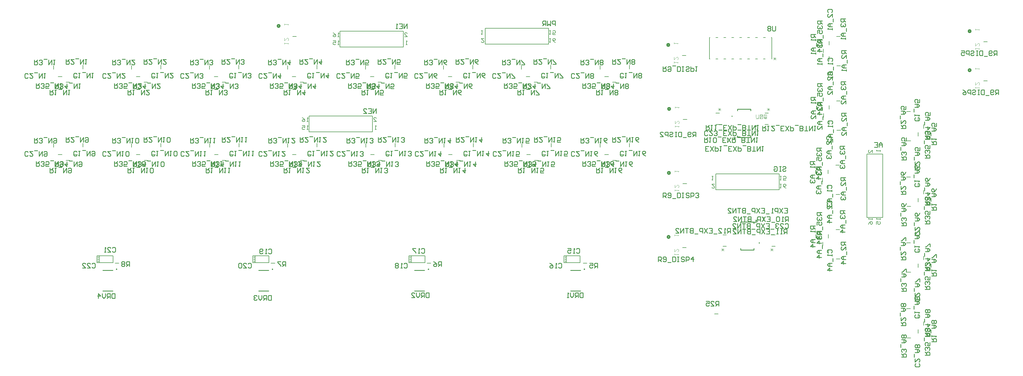
<source format=gbo>
G04 Layer_Color=32896*
%FSLAX24Y24*%
%MOIN*%
G70*
G01*
G75*
%ADD10C,0.0100*%
%ADD38C,0.0200*%
%ADD39C,0.0060*%
%ADD40C,0.0030*%
%ADD62C,0.0098*%
%ADD63C,0.0079*%
%ADD64C,0.0039*%
%ADD65C,0.0080*%
%ADD66C,0.0078*%
G36*
X92438Y-27574D02*
X92338D01*
Y-27424D01*
X92438D01*
Y-27574D01*
D02*
G37*
G36*
X95458Y-28824D02*
X95358D01*
Y-28674D01*
X95458D01*
Y-28824D01*
D02*
G37*
G36*
X92034Y-12852D02*
X91934D01*
Y-12702D01*
X92034D01*
Y-12852D01*
D02*
G37*
G36*
X95054Y-14102D02*
X94954D01*
Y-13952D01*
X95054D01*
Y-14102D01*
D02*
G37*
D10*
X94334Y-15422D02*
Y-15232D01*
X92654Y-12072D02*
Y-11882D01*
X94334D01*
Y-12072D02*
Y-11882D01*
X92654Y-15422D02*
X94334D01*
X92654D02*
Y-15232D01*
X93058Y-26294D02*
Y-26104D01*
X94738Y-29644D02*
Y-29454D01*
X93058Y-29644D02*
X94738D01*
X93058D02*
Y-29454D01*
Y-26104D02*
X94738D01*
Y-26294D02*
Y-26104D01*
X71596Y-32207D02*
X72856D01*
X71596Y-34806D02*
X72856D01*
X32240Y-32207D02*
X33500D01*
X32240Y-34806D02*
X33500D01*
X12562Y-32207D02*
X13822D01*
X12562Y-34806D02*
X13822D01*
X51918Y-32207D02*
X53178D01*
X51918Y-34806D02*
X53178D01*
X69663Y-1330D02*
Y-730D01*
X69363D01*
X69264Y-830D01*
Y-1030D01*
X69363Y-1130D01*
X69663D01*
X69064Y-730D02*
Y-1330D01*
X68864Y-1130D01*
X68664Y-1330D01*
Y-730D01*
X68464Y-1330D02*
Y-730D01*
X68164D01*
X68064Y-830D01*
Y-1030D01*
X68164Y-1130D01*
X68464D01*
X68264D02*
X68064Y-1330D01*
X98382Y-19198D02*
X98482Y-19098D01*
X98682D01*
X98782Y-19198D01*
Y-19298D01*
X98682Y-19398D01*
X98482D01*
X98382Y-19498D01*
Y-19598D01*
X98482Y-19698D01*
X98682D01*
X98782Y-19598D01*
X98182Y-19098D02*
X97982D01*
X98082D01*
Y-19698D01*
X98182D01*
X97982D01*
X97282Y-19198D02*
X97382Y-19098D01*
X97582D01*
X97682Y-19198D01*
Y-19598D01*
X97582Y-19698D01*
X97382D01*
X97282Y-19598D01*
Y-19398D01*
X97482D01*
X47085Y-12415D02*
Y-11815D01*
X46685Y-12415D01*
Y-11815D01*
X46086D02*
X46485D01*
Y-12415D01*
X46086D01*
X46485Y-12115D02*
X46286D01*
X45486Y-12415D02*
X45886D01*
X45486Y-12015D01*
Y-11915D01*
X45586Y-11815D01*
X45786D01*
X45886Y-11915D01*
X110943Y-16673D02*
Y-16273D01*
X110743Y-16073D01*
X110543Y-16273D01*
Y-16673D01*
Y-16373D01*
X110943D01*
X109944Y-16073D02*
X110343D01*
Y-16673D01*
X109944D01*
X110343Y-16373D02*
X110143D01*
X15945Y-31693D02*
Y-31093D01*
X15645D01*
X15545Y-31193D01*
Y-31393D01*
X15645Y-31493D01*
X15945D01*
X15745D02*
X15545Y-31693D01*
X15345Y-31193D02*
X15245Y-31093D01*
X15045D01*
X14945Y-31193D01*
Y-31293D01*
X15045Y-31393D01*
X14945Y-31493D01*
Y-31593D01*
X15045Y-31693D01*
X15245D01*
X15345Y-31593D01*
Y-31493D01*
X15245Y-31393D01*
X15345Y-31293D01*
Y-31193D01*
X15245Y-31393D02*
X15045D01*
X35630Y-31693D02*
Y-31093D01*
X35330D01*
X35230Y-31193D01*
Y-31393D01*
X35330Y-31493D01*
X35630D01*
X35430D02*
X35230Y-31693D01*
X35030Y-31093D02*
X34630D01*
Y-31193D01*
X35030Y-31593D01*
Y-31693D01*
X55315D02*
Y-31093D01*
X55015D01*
X54915Y-31193D01*
Y-31393D01*
X55015Y-31493D01*
X55315D01*
X55115D02*
X54915Y-31693D01*
X54315Y-31093D02*
X54515Y-31193D01*
X54715Y-31393D01*
Y-31593D01*
X54615Y-31693D01*
X54415D01*
X54315Y-31593D01*
Y-31493D01*
X54415Y-31393D01*
X54715D01*
X75000Y-31890D02*
Y-31290D01*
X74700D01*
X74600Y-31390D01*
Y-31590D01*
X74700Y-31690D01*
X75000D01*
X74800D02*
X74600Y-31890D01*
X74000Y-31290D02*
X74400D01*
Y-31590D01*
X74200Y-31490D01*
X74100D01*
X74000Y-31590D01*
Y-31790D01*
X74100Y-31890D01*
X74300D01*
X74400Y-31790D01*
X72353Y-29529D02*
X72453Y-29429D01*
X72653D01*
X72753Y-29529D01*
Y-29929D01*
X72653Y-30029D01*
X72453D01*
X72353Y-29929D01*
X72153Y-30029D02*
X71953D01*
X72053D01*
Y-29429D01*
X72153Y-29529D01*
X71253Y-29429D02*
X71653D01*
Y-29729D01*
X71453Y-29629D01*
X71353D01*
X71253Y-29729D01*
Y-29929D01*
X71353Y-30029D01*
X71553D01*
X71653Y-29929D01*
X70073Y-31390D02*
X70173Y-31290D01*
X70372D01*
X70472Y-31390D01*
Y-31790D01*
X70372Y-31890D01*
X70173D01*
X70073Y-31790D01*
X69873Y-31890D02*
X69673D01*
X69773D01*
Y-31290D01*
X69873Y-31390D01*
X68973Y-31290D02*
X69173Y-31390D01*
X69373Y-31590D01*
Y-31790D01*
X69273Y-31890D01*
X69073D01*
X68973Y-31790D01*
Y-31690D01*
X69073Y-31590D01*
X69373D01*
X52766Y-29529D02*
X52866Y-29429D01*
X53066D01*
X53166Y-29529D01*
Y-29929D01*
X53066Y-30029D01*
X52866D01*
X52766Y-29929D01*
X52566Y-30029D02*
X52366D01*
X52466D01*
Y-29429D01*
X52566Y-29529D01*
X52066Y-29429D02*
X51667D01*
Y-29529D01*
X52066Y-29929D01*
Y-30029D01*
X50584Y-31390D02*
X50684Y-31290D01*
X50884D01*
X50984Y-31390D01*
Y-31790D01*
X50884Y-31890D01*
X50684D01*
X50584Y-31790D01*
X50384Y-31890D02*
X50185D01*
X50284D01*
Y-31290D01*
X50384Y-31390D01*
X49885D02*
X49785Y-31290D01*
X49585D01*
X49485Y-31390D01*
Y-31490D01*
X49585Y-31590D01*
X49485Y-31690D01*
Y-31790D01*
X49585Y-31890D01*
X49785D01*
X49885Y-31790D01*
Y-31690D01*
X49785Y-31590D01*
X49885Y-31490D01*
Y-31390D01*
X49785Y-31590D02*
X49585D01*
X33458Y-29618D02*
X33558Y-29518D01*
X33758D01*
X33858Y-29618D01*
Y-30018D01*
X33758Y-30118D01*
X33558D01*
X33458Y-30018D01*
X33258Y-30118D02*
X33059D01*
X33158D01*
Y-29518D01*
X33258Y-29618D01*
X32759Y-30018D02*
X32659Y-30118D01*
X32459D01*
X32359Y-30018D01*
Y-29618D01*
X32459Y-29518D01*
X32659D01*
X32759Y-29618D01*
Y-29718D01*
X32659Y-29818D01*
X32359D01*
X30899Y-31390D02*
X30999Y-31290D01*
X31199D01*
X31299Y-31390D01*
Y-31790D01*
X31199Y-31890D01*
X30999D01*
X30899Y-31790D01*
X30300Y-31890D02*
X30699D01*
X30300Y-31490D01*
Y-31390D01*
X30399Y-31290D01*
X30599D01*
X30699Y-31390D01*
X30100D02*
X30000Y-31290D01*
X29800D01*
X29700Y-31390D01*
Y-31790D01*
X29800Y-31890D01*
X30000D01*
X30100Y-31790D01*
Y-31390D01*
X13773Y-29421D02*
X13873Y-29321D01*
X14073D01*
X14173Y-29421D01*
Y-29821D01*
X14073Y-29921D01*
X13873D01*
X13773Y-29821D01*
X13174Y-29921D02*
X13573D01*
X13174Y-29521D01*
Y-29421D01*
X13274Y-29321D01*
X13473D01*
X13573Y-29421D01*
X12974Y-29921D02*
X12774D01*
X12874D01*
Y-29321D01*
X12974Y-29421D01*
X11214Y-31390D02*
X11314Y-31290D01*
X11514D01*
X11614Y-31390D01*
Y-31790D01*
X11514Y-31890D01*
X11314D01*
X11214Y-31790D01*
X10615Y-31890D02*
X11014D01*
X10615Y-31490D01*
Y-31390D01*
X10714Y-31290D01*
X10914D01*
X11014Y-31390D01*
X10015Y-31890D02*
X10415D01*
X10015Y-31490D01*
Y-31390D01*
X10115Y-31290D01*
X10315D01*
X10415Y-31390D01*
X104164Y-5826D02*
X104064Y-5726D01*
Y-5526D01*
X104164Y-5427D01*
X104564D01*
X104664Y-5526D01*
Y-5726D01*
X104564Y-5826D01*
X104664Y-6026D02*
Y-6226D01*
Y-6126D01*
X104064D01*
X104164Y-6026D01*
X104764Y-6526D02*
Y-6926D01*
X104664Y-7126D02*
X104264D01*
X104064Y-7326D01*
X104264Y-7526D01*
X104664D01*
X104364D01*
Y-7126D01*
X104664Y-7726D02*
Y-7926D01*
Y-7826D01*
X104064D01*
X104164Y-7726D01*
X104174Y-13750D02*
X104074Y-13650D01*
Y-13450D01*
X104174Y-13350D01*
X104574D01*
X104674Y-13450D01*
Y-13650D01*
X104574Y-13750D01*
X104674Y-13950D02*
Y-14150D01*
Y-14050D01*
X104074D01*
X104174Y-13950D01*
X104774Y-14450D02*
Y-14849D01*
X104674Y-15049D02*
X104274D01*
X104074Y-15249D01*
X104274Y-15449D01*
X104674D01*
X104374D01*
Y-15049D01*
X104674Y-16049D02*
Y-15649D01*
X104274Y-16049D01*
X104174D01*
X104074Y-15949D01*
Y-15749D01*
X104174Y-15649D01*
X104056Y-21873D02*
X103956Y-21773D01*
Y-21573D01*
X104056Y-21473D01*
X104456D01*
X104556Y-21573D01*
Y-21773D01*
X104456Y-21873D01*
X104556Y-22073D02*
Y-22273D01*
Y-22173D01*
X103956D01*
X104056Y-22073D01*
X104656Y-22573D02*
Y-22973D01*
X104556Y-23173D02*
X104156D01*
X103956Y-23373D01*
X104156Y-23573D01*
X104556D01*
X104256D01*
Y-23173D01*
X104056Y-23773D02*
X103956Y-23873D01*
Y-24072D01*
X104056Y-24172D01*
X104156D01*
X104256Y-24072D01*
Y-23973D01*
Y-24072D01*
X104356Y-24172D01*
X104456D01*
X104556Y-24072D01*
Y-23873D01*
X104456Y-23773D01*
X104095Y-29997D02*
X103995Y-29897D01*
Y-29697D01*
X104095Y-29597D01*
X104495D01*
X104595Y-29697D01*
Y-29897D01*
X104495Y-29997D01*
X104595Y-30196D02*
Y-30396D01*
Y-30296D01*
X103995D01*
X104095Y-30196D01*
X104695Y-30696D02*
Y-31096D01*
X104595Y-31296D02*
X104195D01*
X103995Y-31496D01*
X104195Y-31696D01*
X104595D01*
X104295D01*
Y-31296D01*
X104595Y-32196D02*
X103995D01*
X104295Y-31896D01*
Y-32296D01*
X115530Y-12940D02*
X115630Y-13040D01*
Y-13240D01*
X115530Y-13340D01*
X115130D01*
X115030Y-13240D01*
Y-13040D01*
X115130Y-12940D01*
X115030Y-12741D02*
Y-12541D01*
Y-12641D01*
X115630D01*
X115530Y-12741D01*
X114930Y-12241D02*
Y-11841D01*
X115030Y-11641D02*
X115430D01*
X115630Y-11441D01*
X115430Y-11241D01*
X115030D01*
X115330D01*
Y-11641D01*
X115630Y-10641D02*
Y-11041D01*
X115330D01*
X115430Y-10841D01*
Y-10741D01*
X115330Y-10641D01*
X115130D01*
X115030Y-10741D01*
Y-10941D01*
X115130Y-11041D01*
X115530Y-21227D02*
X115630Y-21327D01*
Y-21526D01*
X115530Y-21626D01*
X115130D01*
X115030Y-21526D01*
Y-21327D01*
X115130Y-21227D01*
X115030Y-21027D02*
Y-20827D01*
Y-20927D01*
X115630D01*
X115530Y-21027D01*
X114930Y-20527D02*
Y-20127D01*
X115030Y-19927D02*
X115430D01*
X115630Y-19727D01*
X115430Y-19527D01*
X115030D01*
X115330D01*
Y-19927D01*
X115630Y-18927D02*
X115530Y-19127D01*
X115330Y-19327D01*
X115130D01*
X115030Y-19227D01*
Y-19027D01*
X115130Y-18927D01*
X115230D01*
X115330Y-19027D01*
Y-19327D01*
X115530Y-29513D02*
X115630Y-29613D01*
Y-29813D01*
X115530Y-29913D01*
X115130D01*
X115030Y-29813D01*
Y-29613D01*
X115130Y-29513D01*
X115030Y-29313D02*
Y-29113D01*
Y-29213D01*
X115630D01*
X115530Y-29313D01*
X114930Y-28813D02*
Y-28413D01*
X115030Y-28213D02*
X115430D01*
X115630Y-28013D01*
X115430Y-27813D01*
X115030D01*
X115330D01*
Y-28213D01*
X115630Y-27613D02*
Y-27213D01*
X115530D01*
X115130Y-27613D01*
X115030D01*
X115530Y-37799D02*
X115630Y-37899D01*
Y-38099D01*
X115530Y-38199D01*
X115130D01*
X115030Y-38099D01*
Y-37899D01*
X115130Y-37799D01*
X115030Y-37599D02*
Y-37399D01*
Y-37499D01*
X115630D01*
X115530Y-37599D01*
X114930Y-37099D02*
Y-36699D01*
X115030Y-36499D02*
X115430D01*
X115630Y-36299D01*
X115430Y-36099D01*
X115030D01*
X115330D01*
Y-36499D01*
X115530Y-35899D02*
X115630Y-35799D01*
Y-35599D01*
X115530Y-35499D01*
X115430D01*
X115330Y-35599D01*
X115230Y-35499D01*
X115130D01*
X115030Y-35599D01*
Y-35799D01*
X115130Y-35899D01*
X115230D01*
X115330Y-35799D01*
X115430Y-35899D01*
X115530D01*
X115330Y-35799D02*
Y-35599D01*
X9288Y-7834D02*
X9188Y-7934D01*
X8988D01*
X8888Y-7834D01*
Y-7434D01*
X8988Y-7334D01*
X9188D01*
X9288Y-7434D01*
X9488Y-7334D02*
X9688D01*
X9588D01*
Y-7934D01*
X9488Y-7834D01*
X9988Y-7234D02*
X10388D01*
X10587Y-7334D02*
Y-7934D01*
X10987Y-7334D01*
Y-7934D01*
X11187Y-7334D02*
X11387D01*
X11287D01*
Y-7934D01*
X11187Y-7834D01*
X19130D02*
X19030Y-7934D01*
X18830D01*
X18731Y-7834D01*
Y-7434D01*
X18830Y-7334D01*
X19030D01*
X19130Y-7434D01*
X19330Y-7334D02*
X19530D01*
X19430D01*
Y-7934D01*
X19330Y-7834D01*
X19830Y-7234D02*
X20230D01*
X20430Y-7334D02*
Y-7934D01*
X20830Y-7334D01*
Y-7934D01*
X21430Y-7334D02*
X21030D01*
X21430Y-7734D01*
Y-7834D01*
X21330Y-7934D01*
X21130D01*
X21030Y-7834D01*
X28973D02*
X28873Y-7934D01*
X28673D01*
X28573Y-7834D01*
Y-7434D01*
X28673Y-7334D01*
X28873D01*
X28973Y-7434D01*
X29173Y-7334D02*
X29373D01*
X29273D01*
Y-7934D01*
X29173Y-7834D01*
X29673Y-7234D02*
X30073D01*
X30273Y-7334D02*
Y-7934D01*
X30672Y-7334D01*
Y-7934D01*
X30872Y-7834D02*
X30972Y-7934D01*
X31172D01*
X31272Y-7834D01*
Y-7734D01*
X31172Y-7634D01*
X31072D01*
X31172D01*
X31272Y-7534D01*
Y-7434D01*
X31172Y-7334D01*
X30972D01*
X30872Y-7434D01*
X38815Y-7834D02*
X38715Y-7934D01*
X38516D01*
X38416Y-7834D01*
Y-7434D01*
X38516Y-7334D01*
X38715D01*
X38815Y-7434D01*
X39015Y-7334D02*
X39215D01*
X39115D01*
Y-7934D01*
X39015Y-7834D01*
X39515Y-7234D02*
X39915D01*
X40115Y-7334D02*
Y-7934D01*
X40515Y-7334D01*
Y-7934D01*
X41015Y-7334D02*
Y-7934D01*
X40715Y-7634D01*
X41115D01*
X48658Y-7834D02*
X48558Y-7934D01*
X48358D01*
X48258Y-7834D01*
Y-7434D01*
X48358Y-7334D01*
X48558D01*
X48658Y-7434D01*
X48858Y-7334D02*
X49058D01*
X48958D01*
Y-7934D01*
X48858Y-7834D01*
X49358Y-7234D02*
X49758D01*
X49958Y-7334D02*
Y-7934D01*
X50357Y-7334D01*
Y-7934D01*
X50957D02*
X50557D01*
Y-7634D01*
X50757Y-7734D01*
X50857D01*
X50957Y-7634D01*
Y-7434D01*
X50857Y-7334D01*
X50657D01*
X50557Y-7434D01*
X58500Y-7834D02*
X58401Y-7934D01*
X58201D01*
X58101Y-7834D01*
Y-7434D01*
X58201Y-7334D01*
X58401D01*
X58500Y-7434D01*
X58700Y-7334D02*
X58900D01*
X58800D01*
Y-7934D01*
X58700Y-7834D01*
X59200Y-7234D02*
X59600D01*
X59800Y-7334D02*
Y-7934D01*
X60200Y-7334D01*
Y-7934D01*
X60800D02*
X60600Y-7834D01*
X60400Y-7634D01*
Y-7434D01*
X60500Y-7334D01*
X60700D01*
X60800Y-7434D01*
Y-7534D01*
X60700Y-7634D01*
X60400D01*
X68343Y-7834D02*
X68243Y-7934D01*
X68043D01*
X67943Y-7834D01*
Y-7434D01*
X68043Y-7334D01*
X68243D01*
X68343Y-7434D01*
X68543Y-7334D02*
X68743D01*
X68643D01*
Y-7934D01*
X68543Y-7834D01*
X69043Y-7234D02*
X69443D01*
X69643Y-7334D02*
Y-7934D01*
X70042Y-7334D01*
Y-7934D01*
X70242D02*
X70642D01*
Y-7834D01*
X70242Y-7434D01*
Y-7334D01*
X78254Y-7834D02*
X78154Y-7934D01*
X77955D01*
X77855Y-7834D01*
Y-7434D01*
X77955Y-7334D01*
X78154D01*
X78254Y-7434D01*
X78454Y-7334D02*
X78654D01*
X78554D01*
Y-7934D01*
X78454Y-7834D01*
X78954Y-7234D02*
X79354D01*
X79554Y-7334D02*
Y-7934D01*
X79954Y-7334D01*
Y-7934D01*
X80154Y-7834D02*
X80254Y-7934D01*
X80454D01*
X80554Y-7834D01*
Y-7734D01*
X80454Y-7634D01*
X80554Y-7534D01*
Y-7434D01*
X80454Y-7334D01*
X80254D01*
X80154Y-7434D01*
Y-7534D01*
X80254Y-7634D01*
X80154Y-7734D01*
Y-7834D01*
X80254Y-7634D02*
X80454D01*
X9288Y-17677D02*
X9188Y-17777D01*
X8988D01*
X8888Y-17677D01*
Y-17277D01*
X8988Y-17177D01*
X9188D01*
X9288Y-17277D01*
X9488Y-17177D02*
X9688D01*
X9588D01*
Y-17777D01*
X9488Y-17677D01*
X9988Y-17077D02*
X10388D01*
X10587Y-17177D02*
Y-17777D01*
X10987Y-17177D01*
Y-17777D01*
X11187Y-17277D02*
X11287Y-17177D01*
X11487D01*
X11587Y-17277D01*
Y-17677D01*
X11487Y-17777D01*
X11287D01*
X11187Y-17677D01*
Y-17577D01*
X11287Y-17477D01*
X11587D01*
X19140Y-17677D02*
X19040Y-17777D01*
X18840D01*
X18740Y-17677D01*
Y-17277D01*
X18840Y-17177D01*
X19040D01*
X19140Y-17277D01*
X19340Y-17177D02*
X19540D01*
X19440D01*
Y-17777D01*
X19340Y-17677D01*
X19840Y-17077D02*
X20240D01*
X20440Y-17177D02*
Y-17777D01*
X20840Y-17177D01*
Y-17777D01*
X21040Y-17177D02*
X21240D01*
X21140D01*
Y-17777D01*
X21040Y-17677D01*
X21539D02*
X21639Y-17777D01*
X21839D01*
X21939Y-17677D01*
Y-17277D01*
X21839Y-17177D01*
X21639D01*
X21539Y-17277D01*
Y-17677D01*
X28993D02*
X28893Y-17777D01*
X28693D01*
X28593Y-17677D01*
Y-17277D01*
X28693Y-17177D01*
X28893D01*
X28993Y-17277D01*
X29193Y-17177D02*
X29392D01*
X29293D01*
Y-17777D01*
X29193Y-17677D01*
X29692Y-17077D02*
X30092D01*
X30292Y-17177D02*
Y-17777D01*
X30692Y-17177D01*
Y-17777D01*
X30892Y-17177D02*
X31092D01*
X30992D01*
Y-17777D01*
X30892Y-17677D01*
X31392Y-17177D02*
X31592D01*
X31492D01*
Y-17777D01*
X31392Y-17677D01*
X38845D02*
X38745Y-17777D01*
X38545D01*
X38445Y-17677D01*
Y-17277D01*
X38545Y-17177D01*
X38745D01*
X38845Y-17277D01*
X39045Y-17177D02*
X39245D01*
X39145D01*
Y-17777D01*
X39045Y-17677D01*
X39545Y-17077D02*
X39945D01*
X40145Y-17177D02*
Y-17777D01*
X40544Y-17177D01*
Y-17777D01*
X40744Y-17177D02*
X40944D01*
X40844D01*
Y-17777D01*
X40744Y-17677D01*
X41644Y-17177D02*
X41244D01*
X41644Y-17577D01*
Y-17677D01*
X41544Y-17777D01*
X41344D01*
X41244Y-17677D01*
X48697D02*
X48597Y-17777D01*
X48397D01*
X48297Y-17677D01*
Y-17277D01*
X48397Y-17177D01*
X48597D01*
X48697Y-17277D01*
X48897Y-17177D02*
X49097D01*
X48997D01*
Y-17777D01*
X48897Y-17677D01*
X49397Y-17077D02*
X49797D01*
X49997Y-17177D02*
Y-17777D01*
X50397Y-17177D01*
Y-17777D01*
X50597Y-17177D02*
X50797D01*
X50697D01*
Y-17777D01*
X50597Y-17677D01*
X51097D02*
X51197Y-17777D01*
X51396D01*
X51496Y-17677D01*
Y-17577D01*
X51396Y-17477D01*
X51296D01*
X51396D01*
X51496Y-17377D01*
Y-17277D01*
X51396Y-17177D01*
X51197D01*
X51097Y-17277D01*
X58550Y-17677D02*
X58450Y-17777D01*
X58250D01*
X58150Y-17677D01*
Y-17277D01*
X58250Y-17177D01*
X58450D01*
X58550Y-17277D01*
X58750Y-17177D02*
X58950D01*
X58850D01*
Y-17777D01*
X58750Y-17677D01*
X59249Y-17077D02*
X59649D01*
X59849Y-17177D02*
Y-17777D01*
X60249Y-17177D01*
Y-17777D01*
X60449Y-17177D02*
X60649D01*
X60549D01*
Y-17777D01*
X60449Y-17677D01*
X61249Y-17177D02*
Y-17777D01*
X60949Y-17477D01*
X61349D01*
X68402Y-17677D02*
X68302Y-17777D01*
X68102D01*
X68002Y-17677D01*
Y-17277D01*
X68102Y-17177D01*
X68302D01*
X68402Y-17277D01*
X68602Y-17177D02*
X68802D01*
X68702D01*
Y-17777D01*
X68602Y-17677D01*
X69102Y-17077D02*
X69502D01*
X69702Y-17177D02*
Y-17777D01*
X70102Y-17177D01*
Y-17777D01*
X70301Y-17177D02*
X70501D01*
X70401D01*
Y-17777D01*
X70301Y-17677D01*
X71201Y-17777D02*
X70801D01*
Y-17477D01*
X71001Y-17577D01*
X71101D01*
X71201Y-17477D01*
Y-17277D01*
X71101Y-17177D01*
X70901D01*
X70801Y-17277D01*
X78254Y-17677D02*
X78154Y-17777D01*
X77955D01*
X77855Y-17677D01*
Y-17277D01*
X77955Y-17177D01*
X78154D01*
X78254Y-17277D01*
X78454Y-17177D02*
X78654D01*
X78554D01*
Y-17777D01*
X78454Y-17677D01*
X78954Y-17077D02*
X79354D01*
X79554Y-17177D02*
Y-17777D01*
X79954Y-17177D01*
Y-17777D01*
X80154Y-17177D02*
X80354D01*
X80254D01*
Y-17777D01*
X80154Y-17677D01*
X81054Y-17777D02*
X80854Y-17677D01*
X80654Y-17477D01*
Y-17277D01*
X80754Y-17177D01*
X80954D01*
X81054Y-17277D01*
Y-17377D01*
X80954Y-17477D01*
X80654D01*
X104125Y333D02*
X104025Y433D01*
Y633D01*
X104125Y733D01*
X104524D01*
X104624Y633D01*
Y433D01*
X104524Y333D01*
X104624Y-266D02*
Y134D01*
X104225Y-266D01*
X104125D01*
X104025Y-166D01*
Y34D01*
X104125Y134D01*
X104724Y-466D02*
Y-866D01*
X104624Y-1066D02*
X104225D01*
X104025Y-1266D01*
X104225Y-1466D01*
X104624D01*
X104325D01*
Y-1066D01*
X104624Y-1666D02*
Y-1866D01*
Y-1766D01*
X104025D01*
X104125Y-1666D01*
X104134Y-7590D02*
X104034Y-7490D01*
Y-7290D01*
X104134Y-7190D01*
X104534D01*
X104634Y-7290D01*
Y-7490D01*
X104534Y-7590D01*
X104634Y-8190D02*
Y-7790D01*
X104234Y-8190D01*
X104134D01*
X104034Y-8090D01*
Y-7890D01*
X104134Y-7790D01*
X104734Y-8390D02*
Y-8790D01*
X104634Y-8989D02*
X104234D01*
X104034Y-9189D01*
X104234Y-9389D01*
X104634D01*
X104334D01*
Y-8989D01*
X104634Y-9989D02*
Y-9589D01*
X104234Y-9989D01*
X104134D01*
X104034Y-9889D01*
Y-9689D01*
X104134Y-9589D01*
X104016Y-15713D02*
X103916Y-15613D01*
Y-15413D01*
X104016Y-15313D01*
X104416D01*
X104516Y-15413D01*
Y-15613D01*
X104416Y-15713D01*
X104516Y-16313D02*
Y-15913D01*
X104116Y-16313D01*
X104016D01*
X103916Y-16213D01*
Y-16013D01*
X104016Y-15913D01*
X104616Y-16513D02*
Y-16913D01*
X104516Y-17113D02*
X104116D01*
X103916Y-17313D01*
X104116Y-17513D01*
X104516D01*
X104216D01*
Y-17113D01*
X104016Y-17713D02*
X103916Y-17813D01*
Y-18013D01*
X104016Y-18113D01*
X104116D01*
X104216Y-18013D01*
Y-17913D01*
Y-18013D01*
X104316Y-18113D01*
X104416D01*
X104516Y-18013D01*
Y-17813D01*
X104416Y-17713D01*
X104056Y-23837D02*
X103956Y-23737D01*
Y-23537D01*
X104056Y-23437D01*
X104456D01*
X104556Y-23537D01*
Y-23737D01*
X104456Y-23837D01*
X104556Y-24436D02*
Y-24037D01*
X104156Y-24436D01*
X104056D01*
X103956Y-24337D01*
Y-24137D01*
X104056Y-24037D01*
X104656Y-24636D02*
Y-25036D01*
X104556Y-25236D02*
X104156D01*
X103956Y-25436D01*
X104156Y-25636D01*
X104556D01*
X104256D01*
Y-25236D01*
X104556Y-26136D02*
X103956D01*
X104256Y-25836D01*
Y-26236D01*
X115569Y-19100D02*
X115669Y-19200D01*
Y-19400D01*
X115569Y-19500D01*
X115169D01*
X115069Y-19400D01*
Y-19200D01*
X115169Y-19100D01*
X115069Y-18501D02*
Y-18900D01*
X115469Y-18501D01*
X115569D01*
X115669Y-18600D01*
Y-18800D01*
X115569Y-18900D01*
X114969Y-18301D02*
Y-17901D01*
X115069Y-17701D02*
X115469D01*
X115669Y-17501D01*
X115469Y-17301D01*
X115069D01*
X115369D01*
Y-17701D01*
X115669Y-16701D02*
Y-17101D01*
X115369D01*
X115469Y-16901D01*
Y-16801D01*
X115369Y-16701D01*
X115169D01*
X115069Y-16801D01*
Y-17001D01*
X115169Y-17101D01*
X115569Y-27386D02*
X115669Y-27486D01*
Y-27686D01*
X115569Y-27786D01*
X115169D01*
X115069Y-27686D01*
Y-27486D01*
X115169Y-27386D01*
X115069Y-26787D02*
Y-27186D01*
X115469Y-26787D01*
X115569D01*
X115669Y-26887D01*
Y-27087D01*
X115569Y-27186D01*
X114969Y-26587D02*
Y-26187D01*
X115069Y-25987D02*
X115469D01*
X115669Y-25787D01*
X115469Y-25587D01*
X115069D01*
X115369D01*
Y-25987D01*
X115669Y-24987D02*
X115569Y-25187D01*
X115369Y-25387D01*
X115169D01*
X115069Y-25287D01*
Y-25087D01*
X115169Y-24987D01*
X115269D01*
X115369Y-25087D01*
Y-25387D01*
X115569Y-35673D02*
X115669Y-35772D01*
Y-35972D01*
X115569Y-36072D01*
X115169D01*
X115069Y-35972D01*
Y-35772D01*
X115169Y-35673D01*
X115069Y-35073D02*
Y-35473D01*
X115469Y-35073D01*
X115569D01*
X115669Y-35173D01*
Y-35373D01*
X115569Y-35473D01*
X114969Y-34873D02*
Y-34473D01*
X115069Y-34273D02*
X115469D01*
X115669Y-34073D01*
X115469Y-33873D01*
X115069D01*
X115369D01*
Y-34273D01*
X115669Y-33673D02*
Y-33273D01*
X115569D01*
X115169Y-33673D01*
X115069D01*
X115569Y-43959D02*
X115669Y-44059D01*
Y-44258D01*
X115569Y-44358D01*
X115169D01*
X115069Y-44258D01*
Y-44059D01*
X115169Y-43959D01*
X115069Y-43359D02*
Y-43759D01*
X115469Y-43359D01*
X115569D01*
X115669Y-43459D01*
Y-43659D01*
X115569Y-43759D01*
X114969Y-43159D02*
Y-42759D01*
X115069Y-42559D02*
X115469D01*
X115669Y-42359D01*
X115469Y-42159D01*
X115069D01*
X115369D01*
Y-42559D01*
X115569Y-41959D02*
X115669Y-41859D01*
Y-41659D01*
X115569Y-41559D01*
X115469D01*
X115369Y-41659D01*
X115269Y-41559D01*
X115169D01*
X115069Y-41659D01*
Y-41859D01*
X115169Y-41959D01*
X115269D01*
X115369Y-41859D01*
X115469Y-41959D01*
X115569D01*
X115369Y-41859D02*
Y-41659D01*
X3128Y-7873D02*
X3028Y-7973D01*
X2828D01*
X2728Y-7873D01*
Y-7474D01*
X2828Y-7374D01*
X3028D01*
X3128Y-7474D01*
X3728Y-7374D02*
X3328D01*
X3728Y-7773D01*
Y-7873D01*
X3628Y-7973D01*
X3428D01*
X3328Y-7873D01*
X3928Y-7274D02*
X4328D01*
X4528Y-7374D02*
Y-7973D01*
X4927Y-7374D01*
Y-7973D01*
X5127Y-7374D02*
X5327D01*
X5227D01*
Y-7973D01*
X5127Y-7873D01*
X12971D02*
X12871Y-7973D01*
X12671D01*
X12571Y-7873D01*
Y-7474D01*
X12671Y-7374D01*
X12871D01*
X12971Y-7474D01*
X13570Y-7374D02*
X13170D01*
X13570Y-7773D01*
Y-7873D01*
X13470Y-7973D01*
X13270D01*
X13170Y-7873D01*
X13770Y-7274D02*
X14170D01*
X14370Y-7374D02*
Y-7973D01*
X14770Y-7374D01*
Y-7973D01*
X15370Y-7374D02*
X14970D01*
X15370Y-7773D01*
Y-7873D01*
X15270Y-7973D01*
X15070D01*
X14970Y-7873D01*
X22813D02*
X22713Y-7973D01*
X22513D01*
X22413Y-7873D01*
Y-7474D01*
X22513Y-7374D01*
X22713D01*
X22813Y-7474D01*
X23413Y-7374D02*
X23013D01*
X23413Y-7773D01*
Y-7873D01*
X23313Y-7973D01*
X23113D01*
X23013Y-7873D01*
X23613Y-7274D02*
X24013D01*
X24213Y-7374D02*
Y-7973D01*
X24612Y-7374D01*
Y-7973D01*
X24812Y-7873D02*
X24912Y-7973D01*
X25112D01*
X25212Y-7873D01*
Y-7773D01*
X25112Y-7673D01*
X25012D01*
X25112D01*
X25212Y-7574D01*
Y-7474D01*
X25112Y-7374D01*
X24912D01*
X24812Y-7474D01*
X32656Y-7873D02*
X32556Y-7973D01*
X32356D01*
X32256Y-7873D01*
Y-7474D01*
X32356Y-7374D01*
X32556D01*
X32656Y-7474D01*
X33255Y-7374D02*
X32856D01*
X33255Y-7773D01*
Y-7873D01*
X33155Y-7973D01*
X32955D01*
X32856Y-7873D01*
X33455Y-7274D02*
X33855D01*
X34055Y-7374D02*
Y-7973D01*
X34455Y-7374D01*
Y-7973D01*
X34955Y-7374D02*
Y-7973D01*
X34655Y-7673D01*
X35055D01*
X42498Y-7873D02*
X42398Y-7973D01*
X42198D01*
X42098Y-7873D01*
Y-7474D01*
X42198Y-7374D01*
X42398D01*
X42498Y-7474D01*
X43098Y-7374D02*
X42698D01*
X43098Y-7773D01*
Y-7873D01*
X42998Y-7973D01*
X42798D01*
X42698Y-7873D01*
X43298Y-7274D02*
X43698D01*
X43898Y-7374D02*
Y-7973D01*
X44298Y-7374D01*
Y-7973D01*
X44897D02*
X44497D01*
Y-7673D01*
X44697Y-7773D01*
X44797D01*
X44897Y-7673D01*
Y-7474D01*
X44797Y-7374D01*
X44597D01*
X44497Y-7474D01*
X52341Y-7873D02*
X52241Y-7973D01*
X52041D01*
X51941Y-7873D01*
Y-7474D01*
X52041Y-7374D01*
X52241D01*
X52341Y-7474D01*
X52940Y-7374D02*
X52541D01*
X52940Y-7773D01*
Y-7873D01*
X52840Y-7973D01*
X52641D01*
X52541Y-7873D01*
X53140Y-7274D02*
X53540D01*
X53740Y-7374D02*
Y-7973D01*
X54140Y-7374D01*
Y-7973D01*
X54740D02*
X54540Y-7873D01*
X54340Y-7673D01*
Y-7474D01*
X54440Y-7374D01*
X54640D01*
X54740Y-7474D01*
Y-7574D01*
X54640Y-7673D01*
X54340D01*
X62183Y-7873D02*
X62083Y-7973D01*
X61883D01*
X61783Y-7873D01*
Y-7474D01*
X61883Y-7374D01*
X62083D01*
X62183Y-7474D01*
X62783Y-7374D02*
X62383D01*
X62783Y-7773D01*
Y-7873D01*
X62683Y-7973D01*
X62483D01*
X62383Y-7873D01*
X62983Y-7274D02*
X63383D01*
X63583Y-7374D02*
Y-7973D01*
X63983Y-7374D01*
Y-7973D01*
X64182D02*
X64582D01*
Y-7873D01*
X64182Y-7474D01*
Y-7374D01*
X72095Y-7873D02*
X71995Y-7973D01*
X71795D01*
X71695Y-7873D01*
Y-7474D01*
X71795Y-7374D01*
X71995D01*
X72095Y-7474D01*
X72694Y-7374D02*
X72294D01*
X72694Y-7773D01*
Y-7873D01*
X72594Y-7973D01*
X72394D01*
X72294Y-7873D01*
X72894Y-7274D02*
X73294D01*
X73494Y-7374D02*
Y-7973D01*
X73894Y-7374D01*
Y-7973D01*
X74094Y-7873D02*
X74194Y-7973D01*
X74394D01*
X74494Y-7873D01*
Y-7773D01*
X74394Y-7673D01*
X74494Y-7574D01*
Y-7474D01*
X74394Y-7374D01*
X74194D01*
X74094Y-7474D01*
Y-7574D01*
X74194Y-7673D01*
X74094Y-7773D01*
Y-7873D01*
X74194Y-7673D02*
X74394D01*
X3128Y-17716D02*
X3028Y-17816D01*
X2828D01*
X2728Y-17716D01*
Y-17316D01*
X2828Y-17216D01*
X3028D01*
X3128Y-17316D01*
X3728Y-17216D02*
X3328D01*
X3728Y-17616D01*
Y-17716D01*
X3628Y-17816D01*
X3428D01*
X3328Y-17716D01*
X3928Y-17116D02*
X4328D01*
X4528Y-17216D02*
Y-17816D01*
X4927Y-17216D01*
Y-17816D01*
X5127Y-17316D02*
X5227Y-17216D01*
X5427D01*
X5527Y-17316D01*
Y-17716D01*
X5427Y-17816D01*
X5227D01*
X5127Y-17716D01*
Y-17616D01*
X5227Y-17516D01*
X5527D01*
X12980Y-17716D02*
X12880Y-17816D01*
X12680D01*
X12581Y-17716D01*
Y-17316D01*
X12680Y-17216D01*
X12880D01*
X12980Y-17316D01*
X13580Y-17216D02*
X13180D01*
X13580Y-17616D01*
Y-17716D01*
X13480Y-17816D01*
X13280D01*
X13180Y-17716D01*
X13780Y-17116D02*
X14180D01*
X14380Y-17216D02*
Y-17816D01*
X14780Y-17216D01*
Y-17816D01*
X14980Y-17216D02*
X15180D01*
X15080D01*
Y-17816D01*
X14980Y-17716D01*
X15480D02*
X15580Y-17816D01*
X15779D01*
X15879Y-17716D01*
Y-17316D01*
X15779Y-17216D01*
X15580D01*
X15480Y-17316D01*
Y-17716D01*
X22833D02*
X22733Y-17816D01*
X22533D01*
X22433Y-17716D01*
Y-17316D01*
X22533Y-17216D01*
X22733D01*
X22833Y-17316D01*
X23433Y-17216D02*
X23033D01*
X23433Y-17616D01*
Y-17716D01*
X23333Y-17816D01*
X23133D01*
X23033Y-17716D01*
X23632Y-17116D02*
X24032D01*
X24232Y-17216D02*
Y-17816D01*
X24632Y-17216D01*
Y-17816D01*
X24832Y-17216D02*
X25032D01*
X24932D01*
Y-17816D01*
X24832Y-17716D01*
X25332Y-17216D02*
X25532D01*
X25432D01*
Y-17816D01*
X25332Y-17716D01*
X32685D02*
X32585Y-17816D01*
X32385D01*
X32285Y-17716D01*
Y-17316D01*
X32385Y-17216D01*
X32585D01*
X32685Y-17316D01*
X33285Y-17216D02*
X32885D01*
X33285Y-17616D01*
Y-17716D01*
X33185Y-17816D01*
X32985D01*
X32885Y-17716D01*
X33485Y-17116D02*
X33885D01*
X34085Y-17216D02*
Y-17816D01*
X34485Y-17216D01*
Y-17816D01*
X34684Y-17216D02*
X34884D01*
X34784D01*
Y-17816D01*
X34684Y-17716D01*
X35584Y-17216D02*
X35184D01*
X35584Y-17616D01*
Y-17716D01*
X35484Y-17816D01*
X35284D01*
X35184Y-17716D01*
X42537D02*
X42437Y-17816D01*
X42238D01*
X42138Y-17716D01*
Y-17316D01*
X42238Y-17216D01*
X42437D01*
X42537Y-17316D01*
X43137Y-17216D02*
X42737D01*
X43137Y-17616D01*
Y-17716D01*
X43037Y-17816D01*
X42837D01*
X42737Y-17716D01*
X43337Y-17116D02*
X43737D01*
X43937Y-17216D02*
Y-17816D01*
X44337Y-17216D01*
Y-17816D01*
X44537Y-17216D02*
X44737D01*
X44637D01*
Y-17816D01*
X44537Y-17716D01*
X45037D02*
X45137Y-17816D01*
X45337D01*
X45437Y-17716D01*
Y-17616D01*
X45337Y-17516D01*
X45237D01*
X45337D01*
X45437Y-17416D01*
Y-17316D01*
X45337Y-17216D01*
X45137D01*
X45037Y-17316D01*
X52390Y-17716D02*
X52290Y-17816D01*
X52090D01*
X51990Y-17716D01*
Y-17316D01*
X52090Y-17216D01*
X52290D01*
X52390Y-17316D01*
X52990Y-17216D02*
X52590D01*
X52990Y-17616D01*
Y-17716D01*
X52890Y-17816D01*
X52690D01*
X52590Y-17716D01*
X53190Y-17116D02*
X53589D01*
X53789Y-17216D02*
Y-17816D01*
X54189Y-17216D01*
Y-17816D01*
X54389Y-17216D02*
X54589D01*
X54489D01*
Y-17816D01*
X54389Y-17716D01*
X55189Y-17216D02*
Y-17816D01*
X54889Y-17516D01*
X55289D01*
X62242Y-17716D02*
X62142Y-17816D01*
X61942D01*
X61842Y-17716D01*
Y-17316D01*
X61942Y-17216D01*
X62142D01*
X62242Y-17316D01*
X62842Y-17216D02*
X62442D01*
X62842Y-17616D01*
Y-17716D01*
X62742Y-17816D01*
X62542D01*
X62442Y-17716D01*
X63042Y-17116D02*
X63442D01*
X63642Y-17216D02*
Y-17816D01*
X64042Y-17216D01*
Y-17816D01*
X64242Y-17216D02*
X64441D01*
X64342D01*
Y-17816D01*
X64242Y-17716D01*
X65141Y-17816D02*
X64741D01*
Y-17516D01*
X64941Y-17616D01*
X65041D01*
X65141Y-17516D01*
Y-17316D01*
X65041Y-17216D01*
X64841D01*
X64741Y-17316D01*
X72095Y-17716D02*
X71995Y-17816D01*
X71795D01*
X71695Y-17716D01*
Y-17316D01*
X71795Y-17216D01*
X71995D01*
X72095Y-17316D01*
X72694Y-17216D02*
X72294D01*
X72694Y-17616D01*
Y-17716D01*
X72594Y-17816D01*
X72394D01*
X72294Y-17716D01*
X72894Y-17116D02*
X73294D01*
X73494Y-17216D02*
Y-17816D01*
X73894Y-17216D01*
Y-17816D01*
X74094Y-17216D02*
X74294D01*
X74194D01*
Y-17816D01*
X74094Y-17716D01*
X74994Y-17816D02*
X74794Y-17716D01*
X74594Y-17516D01*
Y-17316D01*
X74694Y-17216D01*
X74894D01*
X74994Y-17316D01*
Y-17416D01*
X74894Y-17516D01*
X74594D01*
X88917Y-15106D02*
X88817Y-15206D01*
X88617D01*
X88517Y-15106D01*
Y-14706D01*
X88617Y-14606D01*
X88817D01*
X88917Y-14706D01*
X89517Y-14606D02*
X89117D01*
X89517Y-15006D01*
Y-15106D01*
X89417Y-15206D01*
X89217D01*
X89117Y-15106D01*
X89716D02*
X89816Y-15206D01*
X90016D01*
X90116Y-15106D01*
Y-15006D01*
X90016Y-14906D01*
X89916D01*
X90016D01*
X90116Y-14806D01*
Y-14706D01*
X90016Y-14606D01*
X89816D01*
X89716Y-14706D01*
X90316Y-14506D02*
X90716D01*
X91316Y-15206D02*
X90916D01*
Y-14606D01*
X91316D01*
X90916Y-14906D02*
X91116D01*
X91516Y-15206D02*
X91916Y-14606D01*
Y-15206D02*
X91516Y-14606D01*
X92116D02*
Y-15206D01*
X92416D01*
X92516Y-15106D01*
Y-14906D01*
X92416Y-14806D01*
X92116D01*
X92716Y-14506D02*
X93115D01*
X93315Y-15206D02*
Y-14606D01*
X93615D01*
X93715Y-14706D01*
Y-14806D01*
X93615Y-14906D01*
X93315D01*
X93615D01*
X93715Y-15006D01*
Y-15106D01*
X93615Y-15206D01*
X93315D01*
X93915D02*
X94315D01*
X94115D01*
Y-14606D01*
X94515D02*
Y-15206D01*
X94915Y-14606D01*
Y-15206D01*
X95115Y-14606D02*
X95315D01*
X95215D01*
Y-15206D01*
X95115Y-15106D01*
X98675Y-26419D02*
X98775Y-26319D01*
X98975D01*
X99075Y-26419D01*
Y-26819D01*
X98975Y-26919D01*
X98775D01*
X98675Y-26819D01*
X98075Y-26919D02*
X98475D01*
X98075Y-26519D01*
Y-26419D01*
X98175Y-26319D01*
X98375D01*
X98475Y-26419D01*
X97875D02*
X97775Y-26319D01*
X97575D01*
X97475Y-26419D01*
Y-26519D01*
X97575Y-26619D01*
X97675D01*
X97575D01*
X97475Y-26719D01*
Y-26819D01*
X97575Y-26919D01*
X97775D01*
X97875Y-26819D01*
X97275Y-27019D02*
X96876D01*
X96276Y-26319D02*
X96676D01*
Y-26919D01*
X96276D01*
X96676Y-26619D02*
X96476D01*
X96076Y-26319D02*
X95676Y-26919D01*
Y-26319D02*
X96076Y-26919D01*
X95476D02*
Y-26319D01*
X95176D01*
X95076Y-26419D01*
Y-26619D01*
X95176Y-26719D01*
X95476D01*
X94876Y-27019D02*
X94476D01*
X94276Y-26319D02*
Y-26919D01*
X93976D01*
X93876Y-26819D01*
Y-26719D01*
X93976Y-26619D01*
X94276D01*
X93976D01*
X93876Y-26519D01*
Y-26419D01*
X93976Y-26319D01*
X94276D01*
X93677D02*
X93277D01*
X93477D01*
Y-26919D01*
X93077D02*
Y-26319D01*
X92677Y-26919D01*
Y-26319D01*
X92077Y-26919D02*
X92477D01*
X92077Y-26519D01*
Y-26419D01*
X92177Y-26319D01*
X92377D01*
X92477Y-26419D01*
X89025Y-17155D02*
X88625D01*
Y-16555D01*
X89025D01*
X88625Y-16855D02*
X88825D01*
X89225Y-17155D02*
X89625Y-16555D01*
Y-17155D02*
X89225Y-16555D01*
X89825D02*
Y-17155D01*
X90125D01*
X90225Y-17055D01*
Y-16855D01*
X90125Y-16755D01*
X89825D01*
X90425Y-16555D02*
X90624D01*
X90525D01*
Y-17155D01*
X90425Y-17055D01*
X90924Y-16455D02*
X91324D01*
X91924Y-17155D02*
X91524D01*
Y-16555D01*
X91924D01*
X91524Y-16855D02*
X91724D01*
X92124Y-17155D02*
X92524Y-16555D01*
Y-17155D02*
X92124Y-16555D01*
X92724D02*
Y-17155D01*
X93024D01*
X93124Y-17055D01*
Y-16855D01*
X93024Y-16755D01*
X92724D01*
X93324Y-16455D02*
X93723D01*
X93923Y-17155D02*
Y-16555D01*
X94223D01*
X94323Y-16655D01*
Y-16755D01*
X94223Y-16855D01*
X93923D01*
X94223D01*
X94323Y-16955D01*
Y-17055D01*
X94223Y-17155D01*
X93923D01*
X94523D02*
X94923D01*
X94723D01*
Y-16555D01*
X95123D02*
Y-17155D01*
X95523Y-16555D01*
Y-17155D01*
X95723Y-16555D02*
X95923D01*
X95823D01*
Y-17155D01*
X95723Y-17055D01*
X98567Y-24371D02*
X98967D01*
Y-24970D01*
X98567D01*
X98967Y-24671D02*
X98767D01*
X98367Y-24371D02*
X97967Y-24970D01*
Y-24371D02*
X98367Y-24970D01*
X97767D02*
Y-24371D01*
X97467D01*
X97367Y-24471D01*
Y-24671D01*
X97467Y-24771D01*
X97767D01*
X97167Y-24970D02*
X96967D01*
X97067D01*
Y-24371D01*
X97167Y-24471D01*
X96667Y-25070D02*
X96267D01*
X95668Y-24371D02*
X96067D01*
Y-24970D01*
X95668D01*
X96067Y-24671D02*
X95868D01*
X95468Y-24371D02*
X95068Y-24970D01*
Y-24371D02*
X95468Y-24970D01*
X94868D02*
Y-24371D01*
X94568D01*
X94468Y-24471D01*
Y-24671D01*
X94568Y-24771D01*
X94868D01*
X94268Y-25070D02*
X93868D01*
X93668Y-24371D02*
Y-24970D01*
X93368D01*
X93268Y-24871D01*
Y-24771D01*
X93368Y-24671D01*
X93668D01*
X93368D01*
X93268Y-24571D01*
Y-24471D01*
X93368Y-24371D01*
X93668D01*
X93068D02*
X92669D01*
X92869D01*
Y-24970D01*
X92469D02*
Y-24371D01*
X92069Y-24970D01*
Y-24371D01*
X91469Y-24970D02*
X91869D01*
X91469Y-24571D01*
Y-24471D01*
X91569Y-24371D01*
X91769D01*
X91869Y-24471D01*
X102538Y-2434D02*
X101938D01*
Y-2734D01*
X102038Y-2834D01*
X102238D01*
X102338Y-2734D01*
Y-2434D01*
Y-2634D02*
X102538Y-2834D01*
Y-3034D02*
Y-3234D01*
Y-3134D01*
X101938D01*
X102038Y-3034D01*
X102638Y-3534D02*
Y-3934D01*
X102538Y-4134D02*
X102138D01*
X101938Y-4334D01*
X102138Y-4534D01*
X102538D01*
X102238D01*
Y-4134D01*
X102538Y-4734D02*
Y-4934D01*
Y-4834D01*
X101938D01*
X102038Y-4734D01*
X102548Y-10358D02*
X101948D01*
Y-10658D01*
X102048Y-10758D01*
X102248D01*
X102348Y-10658D01*
Y-10358D01*
Y-10558D02*
X102548Y-10758D01*
Y-10958D02*
Y-11158D01*
Y-11058D01*
X101948D01*
X102048Y-10958D01*
X102648Y-11457D02*
Y-11857D01*
X102548Y-12057D02*
X102148D01*
X101948Y-12257D01*
X102148Y-12457D01*
X102548D01*
X102248D01*
Y-12057D01*
X102548Y-13057D02*
Y-12657D01*
X102148Y-13057D01*
X102048D01*
X101948Y-12957D01*
Y-12757D01*
X102048Y-12657D01*
X102430Y-18481D02*
X101830D01*
Y-18781D01*
X101930Y-18881D01*
X102130D01*
X102230Y-18781D01*
Y-18481D01*
Y-18681D02*
X102430Y-18881D01*
Y-19081D02*
Y-19281D01*
Y-19181D01*
X101830D01*
X101930Y-19081D01*
X102530Y-19581D02*
Y-19981D01*
X102430Y-20181D02*
X102030D01*
X101830Y-20381D01*
X102030Y-20581D01*
X102430D01*
X102130D01*
Y-20181D01*
X101930Y-20780D02*
X101830Y-20880D01*
Y-21080D01*
X101930Y-21180D01*
X102030D01*
X102130Y-21080D01*
Y-20980D01*
Y-21080D01*
X102230Y-21180D01*
X102330D01*
X102430Y-21080D01*
Y-20880D01*
X102330Y-20780D01*
X102469Y-26605D02*
X101869D01*
Y-26904D01*
X101969Y-27004D01*
X102169D01*
X102269Y-26904D01*
Y-26605D01*
Y-26804D02*
X102469Y-27004D01*
Y-27204D02*
Y-27404D01*
Y-27304D01*
X101869D01*
X101969Y-27204D01*
X102569Y-27704D02*
Y-28104D01*
X102469Y-28304D02*
X102069D01*
X101869Y-28504D01*
X102069Y-28704D01*
X102469D01*
X102169D01*
Y-28304D01*
X102469Y-29204D02*
X101869D01*
X102169Y-28904D01*
Y-29304D01*
X117156Y-16332D02*
X117756D01*
Y-16033D01*
X117656Y-15933D01*
X117456D01*
X117356Y-16033D01*
Y-16332D01*
Y-16133D02*
X117156Y-15933D01*
Y-15733D02*
Y-15533D01*
Y-15633D01*
X117756D01*
X117656Y-15733D01*
X117056Y-15233D02*
Y-14833D01*
X117156Y-14633D02*
X117556D01*
X117756Y-14433D01*
X117556Y-14233D01*
X117156D01*
X117456D01*
Y-14633D01*
X117756Y-13633D02*
Y-14033D01*
X117456D01*
X117556Y-13833D01*
Y-13733D01*
X117456Y-13633D01*
X117256D01*
X117156Y-13733D01*
Y-13933D01*
X117256Y-14033D01*
X117156Y-24619D02*
X117756D01*
Y-24319D01*
X117656Y-24219D01*
X117456D01*
X117356Y-24319D01*
Y-24619D01*
Y-24419D02*
X117156Y-24219D01*
Y-24019D02*
Y-23819D01*
Y-23919D01*
X117756D01*
X117656Y-24019D01*
X117056Y-23519D02*
Y-23119D01*
X117156Y-22919D02*
X117556D01*
X117756Y-22719D01*
X117556Y-22519D01*
X117156D01*
X117456D01*
Y-22919D01*
X117756Y-21919D02*
X117656Y-22119D01*
X117456Y-22319D01*
X117256D01*
X117156Y-22219D01*
Y-22019D01*
X117256Y-21919D01*
X117356D01*
X117456Y-22019D01*
Y-22319D01*
X117156Y-32905D02*
X117756D01*
Y-32605D01*
X117656Y-32505D01*
X117456D01*
X117356Y-32605D01*
Y-32905D01*
Y-32705D02*
X117156Y-32505D01*
Y-32305D02*
Y-32105D01*
Y-32205D01*
X117756D01*
X117656Y-32305D01*
X117056Y-31805D02*
Y-31405D01*
X117156Y-31205D02*
X117556D01*
X117756Y-31005D01*
X117556Y-30805D01*
X117156D01*
X117456D01*
Y-31205D01*
X117756Y-30605D02*
Y-30206D01*
X117656D01*
X117256Y-30605D01*
X117156D01*
X117156Y-41191D02*
X117756D01*
Y-40891D01*
X117656Y-40791D01*
X117456D01*
X117356Y-40891D01*
Y-41191D01*
Y-40991D02*
X117156Y-40791D01*
Y-40591D02*
Y-40391D01*
Y-40491D01*
X117756D01*
X117656Y-40591D01*
X117056Y-40091D02*
Y-39691D01*
X117156Y-39491D02*
X117556D01*
X117756Y-39291D01*
X117556Y-39091D01*
X117156D01*
X117456D01*
Y-39491D01*
X117656Y-38891D02*
X117756Y-38791D01*
Y-38592D01*
X117656Y-38492D01*
X117556D01*
X117456Y-38592D01*
X117356Y-38492D01*
X117256D01*
X117156Y-38592D01*
Y-38791D01*
X117256Y-38891D01*
X117356D01*
X117456Y-38791D01*
X117556Y-38891D01*
X117656D01*
X117456Y-38791D02*
Y-38592D01*
X5896Y-9460D02*
Y-10060D01*
X6196D01*
X6296Y-9960D01*
Y-9760D01*
X6196Y-9660D01*
X5896D01*
X6096D02*
X6296Y-9460D01*
X6496D02*
X6696D01*
X6596D01*
Y-10060D01*
X6496Y-9960D01*
X6996Y-9360D02*
X7395D01*
X7595Y-9460D02*
Y-10060D01*
X7995Y-9460D01*
Y-10060D01*
X8195Y-9460D02*
X8395D01*
X8295D01*
Y-10060D01*
X8195Y-9960D01*
X15738Y-9460D02*
Y-10060D01*
X16038D01*
X16138Y-9960D01*
Y-9760D01*
X16038Y-9660D01*
X15738D01*
X15938D02*
X16138Y-9460D01*
X16338D02*
X16538D01*
X16438D01*
Y-10060D01*
X16338Y-9960D01*
X16838Y-9360D02*
X17238D01*
X17438Y-9460D02*
Y-10060D01*
X17838Y-9460D01*
Y-10060D01*
X18438Y-9460D02*
X18038D01*
X18438Y-9860D01*
Y-9960D01*
X18338Y-10060D01*
X18138D01*
X18038Y-9960D01*
X25581Y-9460D02*
Y-10060D01*
X25881D01*
X25981Y-9960D01*
Y-9760D01*
X25881Y-9660D01*
X25581D01*
X25781D02*
X25981Y-9460D01*
X26181D02*
X26381D01*
X26281D01*
Y-10060D01*
X26181Y-9960D01*
X26681Y-9360D02*
X27080D01*
X27280Y-9460D02*
Y-10060D01*
X27680Y-9460D01*
Y-10060D01*
X27880Y-9960D02*
X27980Y-10060D01*
X28180D01*
X28280Y-9960D01*
Y-9860D01*
X28180Y-9760D01*
X28080D01*
X28180D01*
X28280Y-9660D01*
Y-9560D01*
X28180Y-9460D01*
X27980D01*
X27880Y-9560D01*
X35423Y-9460D02*
Y-10060D01*
X35723D01*
X35823Y-9960D01*
Y-9760D01*
X35723Y-9660D01*
X35423D01*
X35623D02*
X35823Y-9460D01*
X36023D02*
X36223D01*
X36123D01*
Y-10060D01*
X36023Y-9960D01*
X36523Y-9360D02*
X36923D01*
X37123Y-9460D02*
Y-10060D01*
X37523Y-9460D01*
Y-10060D01*
X38023Y-9460D02*
Y-10060D01*
X37723Y-9760D01*
X38123D01*
X45266Y-9460D02*
Y-10060D01*
X45566D01*
X45666Y-9960D01*
Y-9760D01*
X45566Y-9660D01*
X45266D01*
X45466D02*
X45666Y-9460D01*
X45866D02*
X46066D01*
X45966D01*
Y-10060D01*
X45866Y-9960D01*
X46366Y-9360D02*
X46765D01*
X46965Y-9460D02*
Y-10060D01*
X47365Y-9460D01*
Y-10060D01*
X47965D02*
X47565D01*
Y-9760D01*
X47765Y-9860D01*
X47865D01*
X47965Y-9760D01*
Y-9560D01*
X47865Y-9460D01*
X47665D01*
X47565Y-9560D01*
X55108Y-9460D02*
Y-10060D01*
X55408D01*
X55508Y-9960D01*
Y-9760D01*
X55408Y-9660D01*
X55108D01*
X55308D02*
X55508Y-9460D01*
X55708D02*
X55908D01*
X55808D01*
Y-10060D01*
X55708Y-9960D01*
X56208Y-9360D02*
X56608D01*
X56808Y-9460D02*
Y-10060D01*
X57208Y-9460D01*
Y-10060D01*
X57808D02*
X57608Y-9960D01*
X57408Y-9760D01*
Y-9560D01*
X57508Y-9460D01*
X57708D01*
X57808Y-9560D01*
Y-9660D01*
X57708Y-9760D01*
X57408D01*
X64951Y-9460D02*
Y-10060D01*
X65251D01*
X65351Y-9960D01*
Y-9760D01*
X65251Y-9660D01*
X64951D01*
X65151D02*
X65351Y-9460D01*
X65551D02*
X65751D01*
X65651D01*
Y-10060D01*
X65551Y-9960D01*
X66051Y-9360D02*
X66451D01*
X66650Y-9460D02*
Y-10060D01*
X67050Y-9460D01*
Y-10060D01*
X67250D02*
X67650D01*
Y-9960D01*
X67250Y-9560D01*
Y-9460D01*
X74862Y-9460D02*
Y-10060D01*
X75162D01*
X75262Y-9960D01*
Y-9760D01*
X75162Y-9660D01*
X74862D01*
X75062D02*
X75262Y-9460D01*
X75462D02*
X75662D01*
X75562D01*
Y-10060D01*
X75462Y-9960D01*
X75962Y-9360D02*
X76362D01*
X76562Y-9460D02*
Y-10060D01*
X76962Y-9460D01*
Y-10060D01*
X77162Y-9960D02*
X77262Y-10060D01*
X77462D01*
X77562Y-9960D01*
Y-9860D01*
X77462Y-9760D01*
X77562Y-9660D01*
Y-9560D01*
X77462Y-9460D01*
X77262D01*
X77162Y-9560D01*
Y-9660D01*
X77262Y-9760D01*
X77162Y-9860D01*
Y-9960D01*
X77262Y-9760D02*
X77462D01*
X5896Y-19303D02*
Y-19903D01*
X6196D01*
X6296Y-19803D01*
Y-19603D01*
X6196Y-19503D01*
X5896D01*
X6096D02*
X6296Y-19303D01*
X6496D02*
X6696D01*
X6596D01*
Y-19903D01*
X6496Y-19803D01*
X6996Y-19203D02*
X7395D01*
X7595Y-19303D02*
Y-19903D01*
X7995Y-19303D01*
Y-19903D01*
X8195Y-19403D02*
X8295Y-19303D01*
X8495D01*
X8595Y-19403D01*
Y-19803D01*
X8495Y-19903D01*
X8295D01*
X8195Y-19803D01*
Y-19703D01*
X8295Y-19603D01*
X8595D01*
X15748Y-19303D02*
Y-19903D01*
X16048D01*
X16148Y-19803D01*
Y-19603D01*
X16048Y-19503D01*
X15748D01*
X15948D02*
X16148Y-19303D01*
X16348D02*
X16548D01*
X16448D01*
Y-19903D01*
X16348Y-19803D01*
X16848Y-19203D02*
X17248D01*
X17448Y-19303D02*
Y-19903D01*
X17848Y-19303D01*
Y-19903D01*
X18048Y-19303D02*
X18247D01*
X18147D01*
Y-19903D01*
X18048Y-19803D01*
X18547D02*
X18647Y-19903D01*
X18847D01*
X18947Y-19803D01*
Y-19403D01*
X18847Y-19303D01*
X18647D01*
X18547Y-19403D01*
Y-19803D01*
X25601Y-19303D02*
Y-19903D01*
X25901D01*
X26000Y-19803D01*
Y-19603D01*
X25901Y-19503D01*
X25601D01*
X25801D02*
X26000Y-19303D01*
X26200D02*
X26400D01*
X26300D01*
Y-19903D01*
X26200Y-19803D01*
X26700Y-19203D02*
X27100D01*
X27300Y-19303D02*
Y-19903D01*
X27700Y-19303D01*
Y-19903D01*
X27900Y-19303D02*
X28100D01*
X28000D01*
Y-19903D01*
X27900Y-19803D01*
X28400Y-19303D02*
X28600D01*
X28500D01*
Y-19903D01*
X28400Y-19803D01*
X35453Y-19303D02*
Y-19903D01*
X35753D01*
X35853Y-19803D01*
Y-19603D01*
X35753Y-19503D01*
X35453D01*
X35653D02*
X35853Y-19303D01*
X36053D02*
X36253D01*
X36153D01*
Y-19903D01*
X36053Y-19803D01*
X36553Y-19203D02*
X36952D01*
X37152Y-19303D02*
Y-19903D01*
X37552Y-19303D01*
Y-19903D01*
X37752Y-19303D02*
X37952D01*
X37852D01*
Y-19903D01*
X37752Y-19803D01*
X38652Y-19303D02*
X38252D01*
X38652Y-19703D01*
Y-19803D01*
X38552Y-19903D01*
X38352D01*
X38252Y-19803D01*
X45305Y-19303D02*
Y-19903D01*
X45605D01*
X45705Y-19803D01*
Y-19603D01*
X45605Y-19503D01*
X45305D01*
X45505D02*
X45705Y-19303D01*
X45905D02*
X46105D01*
X46005D01*
Y-19903D01*
X45905Y-19803D01*
X46405Y-19203D02*
X46805D01*
X47005Y-19303D02*
Y-19903D01*
X47405Y-19303D01*
Y-19903D01*
X47605Y-19303D02*
X47805D01*
X47705D01*
Y-19903D01*
X47605Y-19803D01*
X48104D02*
X48204Y-19903D01*
X48404D01*
X48504Y-19803D01*
Y-19703D01*
X48404Y-19603D01*
X48304D01*
X48404D01*
X48504Y-19503D01*
Y-19403D01*
X48404Y-19303D01*
X48204D01*
X48104Y-19403D01*
X55158Y-19303D02*
Y-19903D01*
X55458D01*
X55558Y-19803D01*
Y-19603D01*
X55458Y-19503D01*
X55158D01*
X55358D02*
X55558Y-19303D01*
X55758D02*
X55957D01*
X55857D01*
Y-19903D01*
X55758Y-19803D01*
X56257Y-19203D02*
X56657D01*
X56857Y-19303D02*
Y-19903D01*
X57257Y-19303D01*
Y-19903D01*
X57457Y-19303D02*
X57657D01*
X57557D01*
Y-19903D01*
X57457Y-19803D01*
X58257Y-19303D02*
Y-19903D01*
X57957Y-19603D01*
X58357D01*
X65010Y-19303D02*
Y-19903D01*
X65310D01*
X65410Y-19803D01*
Y-19603D01*
X65310Y-19503D01*
X65010D01*
X65210D02*
X65410Y-19303D01*
X65610D02*
X65810D01*
X65710D01*
Y-19903D01*
X65610Y-19803D01*
X66110Y-19203D02*
X66510D01*
X66710Y-19303D02*
Y-19903D01*
X67109Y-19303D01*
Y-19903D01*
X67309Y-19303D02*
X67509D01*
X67409D01*
Y-19903D01*
X67309Y-19803D01*
X68209Y-19903D02*
X67809D01*
Y-19603D01*
X68009Y-19703D01*
X68109D01*
X68209Y-19603D01*
Y-19403D01*
X68109Y-19303D01*
X67909D01*
X67809Y-19403D01*
X74862Y-19303D02*
Y-19903D01*
X75162D01*
X75262Y-19803D01*
Y-19603D01*
X75162Y-19503D01*
X74862D01*
X75062D02*
X75262Y-19303D01*
X75462D02*
X75662D01*
X75562D01*
Y-19903D01*
X75462Y-19803D01*
X75962Y-19203D02*
X76362D01*
X76562Y-19303D02*
Y-19903D01*
X76962Y-19303D01*
Y-19903D01*
X77162Y-19303D02*
X77362D01*
X77262D01*
Y-19903D01*
X77162Y-19803D01*
X78061Y-19903D02*
X77861Y-19803D01*
X77662Y-19603D01*
Y-19403D01*
X77761Y-19303D01*
X77961D01*
X78061Y-19403D01*
Y-19503D01*
X77961Y-19603D01*
X77662D01*
X106396Y-4464D02*
X105796D01*
Y-4763D01*
X105896Y-4863D01*
X106096D01*
X106196Y-4763D01*
Y-4464D01*
Y-4663D02*
X106396Y-4863D01*
Y-5463D02*
Y-5063D01*
X105996Y-5463D01*
X105896D01*
X105796Y-5363D01*
Y-5163D01*
X105896Y-5063D01*
X106496Y-5663D02*
Y-6063D01*
X106396Y-6263D02*
X105996D01*
X105796Y-6463D01*
X105996Y-6663D01*
X106396D01*
X106096D01*
Y-6263D01*
X106396Y-6863D02*
Y-7063D01*
Y-6963D01*
X105796D01*
X105896Y-6863D01*
X106406Y-12387D02*
X105806D01*
Y-12687D01*
X105906Y-12787D01*
X106106D01*
X106206Y-12687D01*
Y-12387D01*
Y-12587D02*
X106406Y-12787D01*
Y-13387D02*
Y-12987D01*
X106006Y-13387D01*
X105906D01*
X105806Y-13287D01*
Y-13087D01*
X105906Y-12987D01*
X106506Y-13587D02*
Y-13986D01*
X106406Y-14186D02*
X106006D01*
X105806Y-14386D01*
X106006Y-14586D01*
X106406D01*
X106106D01*
Y-14186D01*
X106406Y-15186D02*
Y-14786D01*
X106006Y-15186D01*
X105906D01*
X105806Y-15086D01*
Y-14886D01*
X105906Y-14786D01*
X106288Y-20510D02*
X105688D01*
Y-20810D01*
X105788Y-20910D01*
X105988D01*
X106088Y-20810D01*
Y-20510D01*
Y-20710D02*
X106288Y-20910D01*
Y-21510D02*
Y-21110D01*
X105888Y-21510D01*
X105788D01*
X105688Y-21410D01*
Y-21210D01*
X105788Y-21110D01*
X106388Y-21710D02*
Y-22110D01*
X106288Y-22310D02*
X105888D01*
X105688Y-22510D01*
X105888Y-22710D01*
X106288D01*
X105988D01*
Y-22310D01*
X105788Y-22910D02*
X105688Y-23009D01*
Y-23209D01*
X105788Y-23309D01*
X105888D01*
X105988Y-23209D01*
Y-23109D01*
Y-23209D01*
X106088Y-23309D01*
X106188D01*
X106288Y-23209D01*
Y-23009D01*
X106188Y-22910D01*
X106327Y-28634D02*
X105727D01*
Y-28934D01*
X105827Y-29034D01*
X106027D01*
X106127Y-28934D01*
Y-28634D01*
Y-28834D02*
X106327Y-29034D01*
Y-29633D02*
Y-29233D01*
X105927Y-29633D01*
X105827D01*
X105727Y-29533D01*
Y-29333D01*
X105827Y-29233D01*
X106427Y-29833D02*
Y-30233D01*
X106327Y-30433D02*
X105927D01*
X105727Y-30633D01*
X105927Y-30833D01*
X106327D01*
X106027D01*
Y-30433D01*
X106327Y-31333D02*
X105727D01*
X106027Y-31033D01*
Y-31433D01*
X113298Y-14303D02*
X113897D01*
Y-14003D01*
X113797Y-13903D01*
X113598D01*
X113498Y-14003D01*
Y-14303D01*
Y-14103D02*
X113298Y-13903D01*
Y-13304D02*
Y-13704D01*
X113697Y-13304D01*
X113797D01*
X113897Y-13404D01*
Y-13604D01*
X113797Y-13704D01*
X113198Y-13104D02*
Y-12704D01*
X113298Y-12504D02*
X113697D01*
X113897Y-12304D01*
X113697Y-12104D01*
X113298D01*
X113598D01*
Y-12504D01*
X113897Y-11504D02*
Y-11904D01*
X113598D01*
X113697Y-11704D01*
Y-11604D01*
X113598Y-11504D01*
X113398D01*
X113298Y-11604D01*
Y-11804D01*
X113398Y-11904D01*
X113298Y-22589D02*
X113897D01*
Y-22290D01*
X113797Y-22190D01*
X113598D01*
X113498Y-22290D01*
Y-22589D01*
Y-22390D02*
X113298Y-22190D01*
Y-21590D02*
Y-21990D01*
X113697Y-21590D01*
X113797D01*
X113897Y-21690D01*
Y-21890D01*
X113797Y-21990D01*
X113198Y-21390D02*
Y-20990D01*
X113298Y-20790D02*
X113697D01*
X113897Y-20590D01*
X113697Y-20390D01*
X113298D01*
X113598D01*
Y-20790D01*
X113897Y-19790D02*
X113797Y-19990D01*
X113598Y-20190D01*
X113398D01*
X113298Y-20090D01*
Y-19890D01*
X113398Y-19790D01*
X113498D01*
X113598Y-19890D01*
Y-20190D01*
X113298Y-30876D02*
X113897D01*
Y-30576D01*
X113797Y-30476D01*
X113598D01*
X113498Y-30576D01*
Y-30876D01*
Y-30676D02*
X113298Y-30476D01*
Y-29876D02*
Y-30276D01*
X113697Y-29876D01*
X113797D01*
X113897Y-29976D01*
Y-30176D01*
X113797Y-30276D01*
X113198Y-29676D02*
Y-29276D01*
X113298Y-29076D02*
X113697D01*
X113897Y-28876D01*
X113697Y-28676D01*
X113298D01*
X113598D01*
Y-29076D01*
X113897Y-28476D02*
Y-28076D01*
X113797D01*
X113398Y-28476D01*
X113298D01*
X113298Y-39162D02*
X113897D01*
Y-38862D01*
X113797Y-38762D01*
X113598D01*
X113498Y-38862D01*
Y-39162D01*
Y-38962D02*
X113298Y-38762D01*
Y-38162D02*
Y-38562D01*
X113697Y-38162D01*
X113797D01*
X113897Y-38262D01*
Y-38462D01*
X113797Y-38562D01*
X113198Y-37962D02*
Y-37562D01*
X113298Y-37362D02*
X113697D01*
X113897Y-37162D01*
X113697Y-36962D01*
X113298D01*
X113598D01*
Y-37362D01*
X113797Y-36762D02*
X113897Y-36662D01*
Y-36462D01*
X113797Y-36363D01*
X113697D01*
X113598Y-36462D01*
X113498Y-36363D01*
X113398D01*
X113298Y-36462D01*
Y-36662D01*
X113398Y-36762D01*
X113498D01*
X113598Y-36662D01*
X113697Y-36762D01*
X113797D01*
X113598Y-36662D02*
Y-36462D01*
X7925Y-5602D02*
Y-6202D01*
X8225D01*
X8325Y-6102D01*
Y-5902D01*
X8225Y-5802D01*
X7925D01*
X8125D02*
X8325Y-5602D01*
X8925D02*
X8525D01*
X8925Y-6002D01*
Y-6102D01*
X8825Y-6202D01*
X8625D01*
X8525Y-6102D01*
X9125Y-5502D02*
X9524D01*
X9724Y-5602D02*
Y-6202D01*
X10124Y-5602D01*
Y-6202D01*
X10324Y-5602D02*
X10524D01*
X10424D01*
Y-6202D01*
X10324Y-6102D01*
X17768Y-5602D02*
Y-6202D01*
X18067D01*
X18167Y-6102D01*
Y-5902D01*
X18067Y-5802D01*
X17768D01*
X17967D02*
X18167Y-5602D01*
X18767D02*
X18367D01*
X18767Y-6002D01*
Y-6102D01*
X18667Y-6202D01*
X18467D01*
X18367Y-6102D01*
X18967Y-5502D02*
X19367D01*
X19567Y-5602D02*
Y-6202D01*
X19967Y-5602D01*
Y-6202D01*
X20567Y-5602D02*
X20167D01*
X20567Y-6002D01*
Y-6102D01*
X20467Y-6202D01*
X20267D01*
X20167Y-6102D01*
X27610Y-5602D02*
Y-6202D01*
X27910D01*
X28010Y-6102D01*
Y-5902D01*
X27910Y-5802D01*
X27610D01*
X27810D02*
X28010Y-5602D01*
X28610D02*
X28210D01*
X28610Y-6002D01*
Y-6102D01*
X28510Y-6202D01*
X28310D01*
X28210Y-6102D01*
X28810Y-5502D02*
X29210D01*
X29409Y-5602D02*
Y-6202D01*
X29809Y-5602D01*
Y-6202D01*
X30009Y-6102D02*
X30109Y-6202D01*
X30309D01*
X30409Y-6102D01*
Y-6002D01*
X30309Y-5902D01*
X30209D01*
X30309D01*
X30409Y-5802D01*
Y-5702D01*
X30309Y-5602D01*
X30109D01*
X30009Y-5702D01*
X37453Y-5602D02*
Y-6202D01*
X37752D01*
X37852Y-6102D01*
Y-5902D01*
X37752Y-5802D01*
X37453D01*
X37652D02*
X37852Y-5602D01*
X38452D02*
X38052D01*
X38452Y-6002D01*
Y-6102D01*
X38352Y-6202D01*
X38152D01*
X38052Y-6102D01*
X38652Y-5502D02*
X39052D01*
X39252Y-5602D02*
Y-6202D01*
X39652Y-5602D01*
Y-6202D01*
X40152Y-5602D02*
Y-6202D01*
X39852Y-5902D01*
X40252D01*
X47295Y-5602D02*
Y-6202D01*
X47595D01*
X47695Y-6102D01*
Y-5902D01*
X47595Y-5802D01*
X47295D01*
X47495D02*
X47695Y-5602D01*
X48295D02*
X47895D01*
X48295Y-6002D01*
Y-6102D01*
X48195Y-6202D01*
X47995D01*
X47895Y-6102D01*
X48495Y-5502D02*
X48895D01*
X49094Y-5602D02*
Y-6202D01*
X49494Y-5602D01*
Y-6202D01*
X50094D02*
X49694D01*
Y-5902D01*
X49894Y-6002D01*
X49994D01*
X50094Y-5902D01*
Y-5702D01*
X49994Y-5602D01*
X49794D01*
X49694Y-5702D01*
X57138Y-5602D02*
Y-6202D01*
X57437D01*
X57537Y-6102D01*
Y-5902D01*
X57437Y-5802D01*
X57138D01*
X57338D02*
X57537Y-5602D01*
X58137D02*
X57737D01*
X58137Y-6002D01*
Y-6102D01*
X58037Y-6202D01*
X57837D01*
X57737Y-6102D01*
X58337Y-5502D02*
X58737D01*
X58937Y-5602D02*
Y-6202D01*
X59337Y-5602D01*
Y-6202D01*
X59937D02*
X59737Y-6102D01*
X59537Y-5902D01*
Y-5702D01*
X59637Y-5602D01*
X59837D01*
X59937Y-5702D01*
Y-5802D01*
X59837Y-5902D01*
X59537D01*
X66980Y-5602D02*
Y-6202D01*
X67280D01*
X67380Y-6102D01*
Y-5902D01*
X67280Y-5802D01*
X66980D01*
X67180D02*
X67380Y-5602D01*
X67980D02*
X67580D01*
X67980Y-6002D01*
Y-6102D01*
X67880Y-6202D01*
X67680D01*
X67580Y-6102D01*
X68180Y-5502D02*
X68580D01*
X68780Y-5602D02*
Y-6202D01*
X69179Y-5602D01*
Y-6202D01*
X69379D02*
X69779D01*
Y-6102D01*
X69379Y-5702D01*
Y-5602D01*
X76892Y-5602D02*
Y-6202D01*
X77191D01*
X77291Y-6102D01*
Y-5902D01*
X77191Y-5802D01*
X76892D01*
X77091D02*
X77291Y-5602D01*
X77891D02*
X77491D01*
X77891Y-6002D01*
Y-6102D01*
X77791Y-6202D01*
X77591D01*
X77491Y-6102D01*
X78091Y-5502D02*
X78491D01*
X78691Y-5602D02*
Y-6202D01*
X79091Y-5602D01*
Y-6202D01*
X79291Y-6102D02*
X79391Y-6202D01*
X79591D01*
X79691Y-6102D01*
Y-6002D01*
X79591Y-5902D01*
X79691Y-5802D01*
Y-5702D01*
X79591Y-5602D01*
X79391D01*
X79291Y-5702D01*
Y-5802D01*
X79391Y-5902D01*
X79291Y-6002D01*
Y-6102D01*
X79391Y-5902D02*
X79591D01*
X7925Y-15444D02*
Y-16044D01*
X8225D01*
X8325Y-15944D01*
Y-15744D01*
X8225Y-15644D01*
X7925D01*
X8125D02*
X8325Y-15444D01*
X8925D02*
X8525D01*
X8925Y-15844D01*
Y-15944D01*
X8825Y-16044D01*
X8625D01*
X8525Y-15944D01*
X9125Y-15344D02*
X9524D01*
X9724Y-15444D02*
Y-16044D01*
X10124Y-15444D01*
Y-16044D01*
X10324Y-15544D02*
X10424Y-15444D01*
X10624D01*
X10724Y-15544D01*
Y-15944D01*
X10624Y-16044D01*
X10424D01*
X10324Y-15944D01*
Y-15844D01*
X10424Y-15744D01*
X10724D01*
X17777Y-15444D02*
Y-16044D01*
X18077D01*
X18177Y-15944D01*
Y-15744D01*
X18077Y-15644D01*
X17777D01*
X17977D02*
X18177Y-15444D01*
X18777D02*
X18377D01*
X18777Y-15844D01*
Y-15944D01*
X18677Y-16044D01*
X18477D01*
X18377Y-15944D01*
X18977Y-15344D02*
X19377D01*
X19577Y-15444D02*
Y-16044D01*
X19977Y-15444D01*
Y-16044D01*
X20177Y-15444D02*
X20377D01*
X20277D01*
Y-16044D01*
X20177Y-15944D01*
X20676D02*
X20776Y-16044D01*
X20976D01*
X21076Y-15944D01*
Y-15544D01*
X20976Y-15444D01*
X20776D01*
X20676Y-15544D01*
Y-15944D01*
X27630Y-15444D02*
Y-16044D01*
X27930D01*
X28030Y-15944D01*
Y-15744D01*
X27930Y-15644D01*
X27630D01*
X27830D02*
X28030Y-15444D01*
X28629D02*
X28230D01*
X28629Y-15844D01*
Y-15944D01*
X28529Y-16044D01*
X28329D01*
X28230Y-15944D01*
X28829Y-15344D02*
X29229D01*
X29429Y-15444D02*
Y-16044D01*
X29829Y-15444D01*
Y-16044D01*
X30029Y-15444D02*
X30229D01*
X30129D01*
Y-16044D01*
X30029Y-15944D01*
X30529Y-15444D02*
X30729D01*
X30629D01*
Y-16044D01*
X30529Y-15944D01*
X37482Y-15444D02*
Y-16044D01*
X37782D01*
X37882Y-15944D01*
Y-15744D01*
X37782Y-15644D01*
X37482D01*
X37682D02*
X37882Y-15444D01*
X38482D02*
X38082D01*
X38482Y-15844D01*
Y-15944D01*
X38382Y-16044D01*
X38182D01*
X38082Y-15944D01*
X38682Y-15344D02*
X39082D01*
X39281Y-15444D02*
Y-16044D01*
X39681Y-15444D01*
Y-16044D01*
X39881Y-15444D02*
X40081D01*
X39981D01*
Y-16044D01*
X39881Y-15944D01*
X40781Y-15444D02*
X40381D01*
X40781Y-15844D01*
Y-15944D01*
X40681Y-16044D01*
X40481D01*
X40381Y-15944D01*
X47334Y-15444D02*
Y-16044D01*
X47634D01*
X47734Y-15944D01*
Y-15744D01*
X47634Y-15644D01*
X47334D01*
X47534D02*
X47734Y-15444D01*
X48334D02*
X47934D01*
X48334Y-15844D01*
Y-15944D01*
X48234Y-16044D01*
X48034D01*
X47934Y-15944D01*
X48534Y-15344D02*
X48934D01*
X49134Y-15444D02*
Y-16044D01*
X49534Y-15444D01*
Y-16044D01*
X49734Y-15444D02*
X49934D01*
X49834D01*
Y-16044D01*
X49734Y-15944D01*
X50233D02*
X50333Y-16044D01*
X50533D01*
X50633Y-15944D01*
Y-15844D01*
X50533Y-15744D01*
X50433D01*
X50533D01*
X50633Y-15644D01*
Y-15544D01*
X50533Y-15444D01*
X50333D01*
X50233Y-15544D01*
X57187Y-15444D02*
Y-16044D01*
X57487D01*
X57587Y-15944D01*
Y-15744D01*
X57487Y-15644D01*
X57187D01*
X57387D02*
X57587Y-15444D01*
X58186D02*
X57787D01*
X58186Y-15844D01*
Y-15944D01*
X58087Y-16044D01*
X57887D01*
X57787Y-15944D01*
X58386Y-15344D02*
X58786D01*
X58986Y-15444D02*
Y-16044D01*
X59386Y-15444D01*
Y-16044D01*
X59586Y-15444D02*
X59786D01*
X59686D01*
Y-16044D01*
X59586Y-15944D01*
X60386Y-15444D02*
Y-16044D01*
X60086Y-15744D01*
X60486D01*
X67039Y-15444D02*
Y-16044D01*
X67339D01*
X67439Y-15944D01*
Y-15744D01*
X67339Y-15644D01*
X67039D01*
X67239D02*
X67439Y-15444D01*
X68039D02*
X67639D01*
X68039Y-15844D01*
Y-15944D01*
X67939Y-16044D01*
X67739D01*
X67639Y-15944D01*
X68239Y-15344D02*
X68639D01*
X68839Y-15444D02*
Y-16044D01*
X69238Y-15444D01*
Y-16044D01*
X69438Y-15444D02*
X69638D01*
X69538D01*
Y-16044D01*
X69438Y-15944D01*
X70338Y-16044D02*
X69938D01*
Y-15744D01*
X70138Y-15844D01*
X70238D01*
X70338Y-15744D01*
Y-15544D01*
X70238Y-15444D01*
X70038D01*
X69938Y-15544D01*
X76892Y-15444D02*
Y-16044D01*
X77191D01*
X77291Y-15944D01*
Y-15744D01*
X77191Y-15644D01*
X76892D01*
X77091D02*
X77291Y-15444D01*
X77891D02*
X77491D01*
X77891Y-15844D01*
Y-15944D01*
X77791Y-16044D01*
X77591D01*
X77491Y-15944D01*
X78091Y-15344D02*
X78491D01*
X78691Y-15444D02*
Y-16044D01*
X79091Y-15444D01*
Y-16044D01*
X79291Y-15444D02*
X79491D01*
X79391D01*
Y-16044D01*
X79291Y-15944D01*
X80190Y-16044D02*
X79991Y-15944D01*
X79791Y-15744D01*
Y-15544D01*
X79891Y-15444D01*
X80090D01*
X80190Y-15544D01*
Y-15644D01*
X80090Y-15744D01*
X79791D01*
X106317Y-487D02*
X105718D01*
Y-787D01*
X105818Y-887D01*
X106017D01*
X106117Y-787D01*
Y-487D01*
Y-687D02*
X106317Y-887D01*
X105818Y-1087D02*
X105718Y-1187D01*
Y-1387D01*
X105818Y-1487D01*
X105917D01*
X106017Y-1387D01*
Y-1287D01*
Y-1387D01*
X106117Y-1487D01*
X106217D01*
X106317Y-1387D01*
Y-1187D01*
X106217Y-1087D01*
X106417Y-1687D02*
Y-2087D01*
X106317Y-2287D02*
X105917D01*
X105718Y-2486D01*
X105917Y-2686D01*
X106317D01*
X106017D01*
Y-2287D01*
X106317Y-2886D02*
Y-3086D01*
Y-2986D01*
X105718D01*
X105818Y-2886D01*
X106327Y-8411D02*
X105727D01*
Y-8710D01*
X105827Y-8810D01*
X106027D01*
X106127Y-8710D01*
Y-8411D01*
Y-8610D02*
X106327Y-8810D01*
X105827Y-9010D02*
X105727Y-9110D01*
Y-9310D01*
X105827Y-9410D01*
X105927D01*
X106027Y-9310D01*
Y-9210D01*
Y-9310D01*
X106127Y-9410D01*
X106227D01*
X106327Y-9310D01*
Y-9110D01*
X106227Y-9010D01*
X106427Y-9610D02*
Y-10010D01*
X106327Y-10210D02*
X105927D01*
X105727Y-10410D01*
X105927Y-10610D01*
X106327D01*
X106027D01*
Y-10210D01*
X106327Y-11210D02*
Y-10810D01*
X105927Y-11210D01*
X105827D01*
X105727Y-11110D01*
Y-10910D01*
X105827Y-10810D01*
X106209Y-16534D02*
X105609D01*
Y-16834D01*
X105709Y-16934D01*
X105909D01*
X106009Y-16834D01*
Y-16534D01*
Y-16734D02*
X106209Y-16934D01*
X105709Y-17134D02*
X105609Y-17234D01*
Y-17434D01*
X105709Y-17534D01*
X105809D01*
X105909Y-17434D01*
Y-17334D01*
Y-17434D01*
X106009Y-17534D01*
X106109D01*
X106209Y-17434D01*
Y-17234D01*
X106109Y-17134D01*
X106309Y-17734D02*
Y-18133D01*
X106209Y-18333D02*
X105809D01*
X105609Y-18533D01*
X105809Y-18733D01*
X106209D01*
X105909D01*
Y-18333D01*
X105709Y-18933D02*
X105609Y-19033D01*
Y-19233D01*
X105709Y-19333D01*
X105809D01*
X105909Y-19233D01*
Y-19133D01*
Y-19233D01*
X106009Y-19333D01*
X106109D01*
X106209Y-19233D01*
Y-19033D01*
X106109Y-18933D01*
X106248Y-24657D02*
X105649D01*
Y-24957D01*
X105749Y-25057D01*
X105949D01*
X106049Y-24957D01*
Y-24657D01*
Y-24857D02*
X106248Y-25057D01*
X105749Y-25257D02*
X105649Y-25357D01*
Y-25557D01*
X105749Y-25657D01*
X105849D01*
X105949Y-25557D01*
Y-25457D01*
Y-25557D01*
X106049Y-25657D01*
X106148D01*
X106248Y-25557D01*
Y-25357D01*
X106148Y-25257D01*
X106348Y-25857D02*
Y-26257D01*
X106248Y-26457D02*
X105849D01*
X105649Y-26657D01*
X105849Y-26857D01*
X106248D01*
X105949D01*
Y-26457D01*
X106248Y-27356D02*
X105649D01*
X105949Y-27057D01*
Y-27456D01*
X113376Y-18280D02*
X113976D01*
Y-17980D01*
X113876Y-17880D01*
X113676D01*
X113576Y-17980D01*
Y-18280D01*
Y-18080D02*
X113376Y-17880D01*
X113876Y-17680D02*
X113976Y-17580D01*
Y-17380D01*
X113876Y-17280D01*
X113776D01*
X113676Y-17380D01*
Y-17480D01*
Y-17380D01*
X113576Y-17280D01*
X113476D01*
X113376Y-17380D01*
Y-17580D01*
X113476Y-17680D01*
X113276Y-17080D02*
Y-16680D01*
X113376Y-16480D02*
X113776D01*
X113976Y-16280D01*
X113776Y-16080D01*
X113376D01*
X113676D01*
Y-16480D01*
X113976Y-15481D02*
Y-15881D01*
X113676D01*
X113776Y-15681D01*
Y-15581D01*
X113676Y-15481D01*
X113476D01*
X113376Y-15581D01*
Y-15781D01*
X113476Y-15881D01*
X113376Y-26566D02*
X113976D01*
Y-26266D01*
X113876Y-26166D01*
X113676D01*
X113576Y-26266D01*
Y-26566D01*
Y-26366D02*
X113376Y-26166D01*
X113876Y-25966D02*
X113976Y-25866D01*
Y-25666D01*
X113876Y-25566D01*
X113776D01*
X113676Y-25666D01*
Y-25766D01*
Y-25666D01*
X113576Y-25566D01*
X113476D01*
X113376Y-25666D01*
Y-25866D01*
X113476Y-25966D01*
X113276Y-25366D02*
Y-24966D01*
X113376Y-24766D02*
X113776D01*
X113976Y-24566D01*
X113776Y-24367D01*
X113376D01*
X113676D01*
Y-24766D01*
X113976Y-23767D02*
X113876Y-23967D01*
X113676Y-24167D01*
X113476D01*
X113376Y-24067D01*
Y-23867D01*
X113476Y-23767D01*
X113576D01*
X113676Y-23867D01*
Y-24167D01*
X113376Y-34852D02*
X113976D01*
Y-34552D01*
X113876Y-34452D01*
X113676D01*
X113576Y-34552D01*
Y-34852D01*
Y-34652D02*
X113376Y-34452D01*
X113876Y-34252D02*
X113976Y-34152D01*
Y-33952D01*
X113876Y-33852D01*
X113776D01*
X113676Y-33952D01*
Y-34052D01*
Y-33952D01*
X113576Y-33852D01*
X113476D01*
X113376Y-33952D01*
Y-34152D01*
X113476Y-34252D01*
X113276Y-33652D02*
Y-33252D01*
X113376Y-33052D02*
X113776D01*
X113976Y-32853D01*
X113776Y-32653D01*
X113376D01*
X113676D01*
Y-33052D01*
X113976Y-32453D02*
Y-32053D01*
X113876D01*
X113476Y-32453D01*
X113376D01*
X113376Y-43138D02*
X113976D01*
Y-42838D01*
X113876Y-42738D01*
X113676D01*
X113576Y-42838D01*
Y-43138D01*
Y-42938D02*
X113376Y-42738D01*
X113876Y-42538D02*
X113976Y-42438D01*
Y-42238D01*
X113876Y-42138D01*
X113776D01*
X113676Y-42238D01*
Y-42338D01*
Y-42238D01*
X113576Y-42138D01*
X113476D01*
X113376Y-42238D01*
Y-42438D01*
X113476Y-42538D01*
X113276Y-41938D02*
Y-41539D01*
X113376Y-41339D02*
X113776D01*
X113976Y-41139D01*
X113776Y-40939D01*
X113376D01*
X113676D01*
Y-41339D01*
X113876Y-40739D02*
X113976Y-40639D01*
Y-40439D01*
X113876Y-40339D01*
X113776D01*
X113676Y-40439D01*
X113576Y-40339D01*
X113476D01*
X113376Y-40439D01*
Y-40639D01*
X113476Y-40739D01*
X113576D01*
X113676Y-40639D01*
X113776Y-40739D01*
X113876D01*
X113676Y-40639D02*
Y-40439D01*
X3949Y-5681D02*
Y-6280D01*
X4249D01*
X4348Y-6181D01*
Y-5981D01*
X4249Y-5881D01*
X3949D01*
X4149D02*
X4348Y-5681D01*
X4548Y-6181D02*
X4648Y-6280D01*
X4848D01*
X4948Y-6181D01*
Y-6081D01*
X4848Y-5981D01*
X4748D01*
X4848D01*
X4948Y-5881D01*
Y-5781D01*
X4848Y-5681D01*
X4648D01*
X4548Y-5781D01*
X5148Y-5581D02*
X5548D01*
X5748Y-5681D02*
Y-6280D01*
X6148Y-5681D01*
Y-6280D01*
X6348Y-5681D02*
X6548D01*
X6448D01*
Y-6280D01*
X6348Y-6181D01*
X13791Y-5681D02*
Y-6280D01*
X14091D01*
X14191Y-6181D01*
Y-5981D01*
X14091Y-5881D01*
X13791D01*
X13991D02*
X14191Y-5681D01*
X14391Y-6181D02*
X14491Y-6280D01*
X14691D01*
X14791Y-6181D01*
Y-6081D01*
X14691Y-5981D01*
X14591D01*
X14691D01*
X14791Y-5881D01*
Y-5781D01*
X14691Y-5681D01*
X14491D01*
X14391Y-5781D01*
X14991Y-5581D02*
X15391D01*
X15591Y-5681D02*
Y-6280D01*
X15990Y-5681D01*
Y-6280D01*
X16590Y-5681D02*
X16190D01*
X16590Y-6081D01*
Y-6181D01*
X16490Y-6280D01*
X16290D01*
X16190Y-6181D01*
X23634Y-5681D02*
Y-6280D01*
X23934D01*
X24034Y-6181D01*
Y-5981D01*
X23934Y-5881D01*
X23634D01*
X23834D02*
X24034Y-5681D01*
X24233Y-6181D02*
X24333Y-6280D01*
X24533D01*
X24633Y-6181D01*
Y-6081D01*
X24533Y-5981D01*
X24433D01*
X24533D01*
X24633Y-5881D01*
Y-5781D01*
X24533Y-5681D01*
X24333D01*
X24233Y-5781D01*
X24833Y-5581D02*
X25233D01*
X25433Y-5681D02*
Y-6280D01*
X25833Y-5681D01*
Y-6280D01*
X26033Y-6181D02*
X26133Y-6280D01*
X26333D01*
X26433Y-6181D01*
Y-6081D01*
X26333Y-5981D01*
X26233D01*
X26333D01*
X26433Y-5881D01*
Y-5781D01*
X26333Y-5681D01*
X26133D01*
X26033Y-5781D01*
X33476Y-5681D02*
Y-6280D01*
X33776D01*
X33876Y-6181D01*
Y-5981D01*
X33776Y-5881D01*
X33476D01*
X33676D02*
X33876Y-5681D01*
X34076Y-6181D02*
X34176Y-6280D01*
X34376D01*
X34476Y-6181D01*
Y-6081D01*
X34376Y-5981D01*
X34276D01*
X34376D01*
X34476Y-5881D01*
Y-5781D01*
X34376Y-5681D01*
X34176D01*
X34076Y-5781D01*
X34676Y-5581D02*
X35076D01*
X35276Y-5681D02*
Y-6280D01*
X35675Y-5681D01*
Y-6280D01*
X36175Y-5681D02*
Y-6280D01*
X35875Y-5981D01*
X36275D01*
X43319Y-5681D02*
Y-6280D01*
X43619D01*
X43719Y-6181D01*
Y-5981D01*
X43619Y-5881D01*
X43319D01*
X43519D02*
X43719Y-5681D01*
X43918Y-6181D02*
X44018Y-6280D01*
X44218D01*
X44318Y-6181D01*
Y-6081D01*
X44218Y-5981D01*
X44118D01*
X44218D01*
X44318Y-5881D01*
Y-5781D01*
X44218Y-5681D01*
X44018D01*
X43918Y-5781D01*
X44518Y-5581D02*
X44918D01*
X45118Y-5681D02*
Y-6280D01*
X45518Y-5681D01*
Y-6280D01*
X46118D02*
X45718D01*
Y-5981D01*
X45918Y-6081D01*
X46018D01*
X46118Y-5981D01*
Y-5781D01*
X46018Y-5681D01*
X45818D01*
X45718Y-5781D01*
X53161Y-5681D02*
Y-6280D01*
X53461D01*
X53561Y-6181D01*
Y-5981D01*
X53461Y-5881D01*
X53161D01*
X53361D02*
X53561Y-5681D01*
X53761Y-6181D02*
X53861Y-6280D01*
X54061D01*
X54161Y-6181D01*
Y-6081D01*
X54061Y-5981D01*
X53961D01*
X54061D01*
X54161Y-5881D01*
Y-5781D01*
X54061Y-5681D01*
X53861D01*
X53761Y-5781D01*
X54361Y-5581D02*
X54761D01*
X54961Y-5681D02*
Y-6280D01*
X55360Y-5681D01*
Y-6280D01*
X55960D02*
X55760Y-6181D01*
X55560Y-5981D01*
Y-5781D01*
X55660Y-5681D01*
X55860D01*
X55960Y-5781D01*
Y-5881D01*
X55860Y-5981D01*
X55560D01*
X63004Y-5681D02*
Y-6280D01*
X63304D01*
X63404Y-6181D01*
Y-5981D01*
X63304Y-5881D01*
X63004D01*
X63204D02*
X63404Y-5681D01*
X63604Y-6181D02*
X63703Y-6280D01*
X63903D01*
X64003Y-6181D01*
Y-6081D01*
X63903Y-5981D01*
X63803D01*
X63903D01*
X64003Y-5881D01*
Y-5781D01*
X63903Y-5681D01*
X63703D01*
X63604Y-5781D01*
X64203Y-5581D02*
X64603D01*
X64803Y-5681D02*
Y-6280D01*
X65203Y-5681D01*
Y-6280D01*
X65403D02*
X65803D01*
Y-6181D01*
X65403Y-5781D01*
Y-5681D01*
X72915Y-5681D02*
Y-6280D01*
X73215D01*
X73315Y-6181D01*
Y-5981D01*
X73215Y-5881D01*
X72915D01*
X73115D02*
X73315Y-5681D01*
X73515Y-6181D02*
X73615Y-6280D01*
X73815D01*
X73915Y-6181D01*
Y-6081D01*
X73815Y-5981D01*
X73715D01*
X73815D01*
X73915Y-5881D01*
Y-5781D01*
X73815Y-5681D01*
X73615D01*
X73515Y-5781D01*
X74115Y-5581D02*
X74515D01*
X74715Y-5681D02*
Y-6280D01*
X75114Y-5681D01*
Y-6280D01*
X75314Y-6181D02*
X75414Y-6280D01*
X75614D01*
X75714Y-6181D01*
Y-6081D01*
X75614Y-5981D01*
X75714Y-5881D01*
Y-5781D01*
X75614Y-5681D01*
X75414D01*
X75314Y-5781D01*
Y-5881D01*
X75414Y-5981D01*
X75314Y-6081D01*
Y-6181D01*
X75414Y-5981D02*
X75614D01*
X3949Y-15523D02*
Y-16123D01*
X4249D01*
X4348Y-16023D01*
Y-15823D01*
X4249Y-15723D01*
X3949D01*
X4149D02*
X4348Y-15523D01*
X4548Y-16023D02*
X4648Y-16123D01*
X4848D01*
X4948Y-16023D01*
Y-15923D01*
X4848Y-15823D01*
X4748D01*
X4848D01*
X4948Y-15723D01*
Y-15623D01*
X4848Y-15523D01*
X4648D01*
X4548Y-15623D01*
X5148Y-15423D02*
X5548D01*
X5748Y-15523D02*
Y-16123D01*
X6148Y-15523D01*
Y-16123D01*
X6348Y-15623D02*
X6448Y-15523D01*
X6648D01*
X6748Y-15623D01*
Y-16023D01*
X6648Y-16123D01*
X6448D01*
X6348Y-16023D01*
Y-15923D01*
X6448Y-15823D01*
X6748D01*
X13801Y-15523D02*
Y-16123D01*
X14101D01*
X14201Y-16023D01*
Y-15823D01*
X14101Y-15723D01*
X13801D01*
X14001D02*
X14201Y-15523D01*
X14401Y-16023D02*
X14501Y-16123D01*
X14701D01*
X14801Y-16023D01*
Y-15923D01*
X14701Y-15823D01*
X14601D01*
X14701D01*
X14801Y-15723D01*
Y-15623D01*
X14701Y-15523D01*
X14501D01*
X14401Y-15623D01*
X15001Y-15423D02*
X15400D01*
X15600Y-15523D02*
Y-16123D01*
X16000Y-15523D01*
Y-16123D01*
X16200Y-15523D02*
X16400D01*
X16300D01*
Y-16123D01*
X16200Y-16023D01*
X16700D02*
X16800Y-16123D01*
X17000D01*
X17100Y-16023D01*
Y-15623D01*
X17000Y-15523D01*
X16800D01*
X16700Y-15623D01*
Y-16023D01*
X23653Y-15523D02*
Y-16123D01*
X23953D01*
X24053Y-16023D01*
Y-15823D01*
X23953Y-15723D01*
X23653D01*
X23853D02*
X24053Y-15523D01*
X24253Y-16023D02*
X24353Y-16123D01*
X24553D01*
X24653Y-16023D01*
Y-15923D01*
X24553Y-15823D01*
X24453D01*
X24553D01*
X24653Y-15723D01*
Y-15623D01*
X24553Y-15523D01*
X24353D01*
X24253Y-15623D01*
X24853Y-15423D02*
X25253D01*
X25453Y-15523D02*
Y-16123D01*
X25853Y-15523D01*
Y-16123D01*
X26053Y-15523D02*
X26253D01*
X26153D01*
Y-16123D01*
X26053Y-16023D01*
X26552Y-15523D02*
X26752D01*
X26652D01*
Y-16123D01*
X26552Y-16023D01*
X33506Y-15523D02*
Y-16123D01*
X33806D01*
X33906Y-16023D01*
Y-15823D01*
X33806Y-15723D01*
X33506D01*
X33706D02*
X33906Y-15523D01*
X34106Y-16023D02*
X34205Y-16123D01*
X34405D01*
X34505Y-16023D01*
Y-15923D01*
X34405Y-15823D01*
X34305D01*
X34405D01*
X34505Y-15723D01*
Y-15623D01*
X34405Y-15523D01*
X34205D01*
X34106Y-15623D01*
X34705Y-15423D02*
X35105D01*
X35305Y-15523D02*
Y-16123D01*
X35705Y-15523D01*
Y-16123D01*
X35905Y-15523D02*
X36105D01*
X36005D01*
Y-16123D01*
X35905Y-16023D01*
X36805Y-15523D02*
X36405D01*
X36805Y-15923D01*
Y-16023D01*
X36705Y-16123D01*
X36505D01*
X36405Y-16023D01*
X43358Y-15523D02*
Y-16123D01*
X43658D01*
X43758Y-16023D01*
Y-15823D01*
X43658Y-15723D01*
X43358D01*
X43558D02*
X43758Y-15523D01*
X43958Y-16023D02*
X44058Y-16123D01*
X44258D01*
X44358Y-16023D01*
Y-15923D01*
X44258Y-15823D01*
X44158D01*
X44258D01*
X44358Y-15723D01*
Y-15623D01*
X44258Y-15523D01*
X44058D01*
X43958Y-15623D01*
X44558Y-15423D02*
X44958D01*
X45157Y-15523D02*
Y-16123D01*
X45557Y-15523D01*
Y-16123D01*
X45757Y-15523D02*
X45957D01*
X45857D01*
Y-16123D01*
X45757Y-16023D01*
X46257D02*
X46357Y-16123D01*
X46557D01*
X46657Y-16023D01*
Y-15923D01*
X46557Y-15823D01*
X46457D01*
X46557D01*
X46657Y-15723D01*
Y-15623D01*
X46557Y-15523D01*
X46357D01*
X46257Y-15623D01*
X53210Y-15523D02*
Y-16123D01*
X53510D01*
X53610Y-16023D01*
Y-15823D01*
X53510Y-15723D01*
X53210D01*
X53410D02*
X53610Y-15523D01*
X53810Y-16023D02*
X53910Y-16123D01*
X54110D01*
X54210Y-16023D01*
Y-15923D01*
X54110Y-15823D01*
X54010D01*
X54110D01*
X54210Y-15723D01*
Y-15623D01*
X54110Y-15523D01*
X53910D01*
X53810Y-15623D01*
X54410Y-15423D02*
X54810D01*
X55010Y-15523D02*
Y-16123D01*
X55410Y-15523D01*
Y-16123D01*
X55610Y-15523D02*
X55810D01*
X55710D01*
Y-16123D01*
X55610Y-16023D01*
X56409Y-15523D02*
Y-16123D01*
X56109Y-15823D01*
X56509D01*
X63063Y-15523D02*
Y-16123D01*
X63363D01*
X63463Y-16023D01*
Y-15823D01*
X63363Y-15723D01*
X63063D01*
X63263D02*
X63463Y-15523D01*
X63663Y-16023D02*
X63763Y-16123D01*
X63962D01*
X64062Y-16023D01*
Y-15923D01*
X63962Y-15823D01*
X63863D01*
X63962D01*
X64062Y-15723D01*
Y-15623D01*
X63962Y-15523D01*
X63763D01*
X63663Y-15623D01*
X64262Y-15423D02*
X64662D01*
X64862Y-15523D02*
Y-16123D01*
X65262Y-15523D01*
Y-16123D01*
X65462Y-15523D02*
X65662D01*
X65562D01*
Y-16123D01*
X65462Y-16023D01*
X66362Y-16123D02*
X65962D01*
Y-15823D01*
X66162Y-15923D01*
X66262D01*
X66362Y-15823D01*
Y-15623D01*
X66262Y-15523D01*
X66062D01*
X65962Y-15623D01*
X72915Y-15523D02*
Y-16123D01*
X73215D01*
X73315Y-16023D01*
Y-15823D01*
X73215Y-15723D01*
X72915D01*
X73115D02*
X73315Y-15523D01*
X73515Y-16023D02*
X73615Y-16123D01*
X73815D01*
X73915Y-16023D01*
Y-15923D01*
X73815Y-15823D01*
X73715D01*
X73815D01*
X73915Y-15723D01*
Y-15623D01*
X73815Y-15523D01*
X73615D01*
X73515Y-15623D01*
X74115Y-15423D02*
X74515D01*
X74715Y-15523D02*
Y-16123D01*
X75114Y-15523D01*
Y-16123D01*
X75314Y-15523D02*
X75514D01*
X75414D01*
Y-16123D01*
X75314Y-16023D01*
X76214Y-16123D02*
X76014Y-16023D01*
X75814Y-15823D01*
Y-15623D01*
X75914Y-15523D01*
X76114D01*
X76214Y-15623D01*
Y-15723D01*
X76114Y-15823D01*
X75814D01*
X83268Y-6496D02*
Y-7096D01*
X83568D01*
X83668Y-6996D01*
Y-6796D01*
X83568Y-6696D01*
X83268D01*
X83468D02*
X83668Y-6496D01*
X83868Y-6596D02*
X83967Y-6496D01*
X84167D01*
X84267Y-6596D01*
Y-6996D01*
X84167Y-7096D01*
X83967D01*
X83868Y-6996D01*
Y-6896D01*
X83967Y-6796D01*
X84267D01*
X84467Y-6396D02*
X84867D01*
X85067Y-7096D02*
Y-6496D01*
X85367D01*
X85467Y-6596D01*
Y-6996D01*
X85367Y-7096D01*
X85067D01*
X85667D02*
X85867D01*
X85767D01*
Y-6496D01*
X85667D01*
X85867D01*
X86567Y-6996D02*
X86467Y-7096D01*
X86267D01*
X86167Y-6996D01*
Y-6896D01*
X86267Y-6796D01*
X86467D01*
X86567Y-6696D01*
Y-6596D01*
X86467Y-6496D01*
X86267D01*
X86167Y-6596D01*
X86767Y-6496D02*
Y-7096D01*
X87066D01*
X87166Y-6996D01*
Y-6796D01*
X87066Y-6696D01*
X86767D01*
X87366Y-6496D02*
X87566D01*
X87466D01*
Y-7096D01*
X87366Y-6996D01*
X87402Y-15354D02*
Y-14755D01*
X87102D01*
X87002Y-14854D01*
Y-15054D01*
X87102Y-15154D01*
X87402D01*
X87202D02*
X87002Y-15354D01*
X86802Y-15254D02*
X86702Y-15354D01*
X86502D01*
X86402Y-15254D01*
Y-14854D01*
X86502Y-14755D01*
X86702D01*
X86802Y-14854D01*
Y-14954D01*
X86702Y-15054D01*
X86402D01*
X86202Y-15454D02*
X85802D01*
X85602Y-14755D02*
Y-15354D01*
X85302D01*
X85202Y-15254D01*
Y-14854D01*
X85302Y-14755D01*
X85602D01*
X85002D02*
X84802D01*
X84902D01*
Y-15354D01*
X85002D01*
X84802D01*
X84103Y-14854D02*
X84203Y-14755D01*
X84403D01*
X84503Y-14854D01*
Y-14954D01*
X84403Y-15054D01*
X84203D01*
X84103Y-15154D01*
Y-15254D01*
X84203Y-15354D01*
X84403D01*
X84503Y-15254D01*
X83903Y-15354D02*
Y-14755D01*
X83603D01*
X83503Y-14854D01*
Y-15054D01*
X83603Y-15154D01*
X83903D01*
X82903Y-15354D02*
X83303D01*
X82903Y-14954D01*
Y-14854D01*
X83003Y-14755D01*
X83203D01*
X83303Y-14854D01*
X83268Y-23031D02*
Y-22432D01*
X83568D01*
X83668Y-22532D01*
Y-22732D01*
X83568Y-22832D01*
X83268D01*
X83468D02*
X83668Y-23031D01*
X83868Y-22932D02*
X83967Y-23031D01*
X84167D01*
X84267Y-22932D01*
Y-22532D01*
X84167Y-22432D01*
X83967D01*
X83868Y-22532D01*
Y-22632D01*
X83967Y-22732D01*
X84267D01*
X84467Y-23131D02*
X84867D01*
X85067Y-22432D02*
Y-23031D01*
X85367D01*
X85467Y-22932D01*
Y-22532D01*
X85367Y-22432D01*
X85067D01*
X85667D02*
X85867D01*
X85767D01*
Y-23031D01*
X85667D01*
X85867D01*
X86567Y-22532D02*
X86467Y-22432D01*
X86267D01*
X86167Y-22532D01*
Y-22632D01*
X86267Y-22732D01*
X86467D01*
X86567Y-22832D01*
Y-22932D01*
X86467Y-23031D01*
X86267D01*
X86167Y-22932D01*
X86767Y-23031D02*
Y-22432D01*
X87066D01*
X87166Y-22532D01*
Y-22732D01*
X87066Y-22832D01*
X86767D01*
X87366Y-22532D02*
X87466Y-22432D01*
X87666D01*
X87766Y-22532D01*
Y-22632D01*
X87666Y-22732D01*
X87566D01*
X87666D01*
X87766Y-22832D01*
Y-22932D01*
X87666Y-23031D01*
X87466D01*
X87366Y-22932D01*
X82677Y-31102D02*
Y-30503D01*
X82977D01*
X83077Y-30603D01*
Y-30802D01*
X82977Y-30902D01*
X82677D01*
X82877D02*
X83077Y-31102D01*
X83277Y-31002D02*
X83377Y-31102D01*
X83577D01*
X83677Y-31002D01*
Y-30603D01*
X83577Y-30503D01*
X83377D01*
X83277Y-30603D01*
Y-30702D01*
X83377Y-30802D01*
X83677D01*
X83877Y-31202D02*
X84277D01*
X84477Y-30503D02*
Y-31102D01*
X84776D01*
X84876Y-31002D01*
Y-30603D01*
X84776Y-30503D01*
X84477D01*
X85076D02*
X85276D01*
X85176D01*
Y-31102D01*
X85076D01*
X85276D01*
X85976Y-30603D02*
X85876Y-30503D01*
X85676D01*
X85576Y-30603D01*
Y-30702D01*
X85676Y-30802D01*
X85876D01*
X85976Y-30902D01*
Y-31002D01*
X85876Y-31102D01*
X85676D01*
X85576Y-31002D01*
X86176Y-31102D02*
Y-30503D01*
X86476D01*
X86576Y-30603D01*
Y-30802D01*
X86476Y-30902D01*
X86176D01*
X87076Y-31102D02*
Y-30503D01*
X86776Y-30802D01*
X87176D01*
X125394Y-5118D02*
Y-4518D01*
X125094D01*
X124994Y-4618D01*
Y-4818D01*
X125094Y-4918D01*
X125394D01*
X125194D02*
X124994Y-5118D01*
X124794Y-5018D02*
X124694Y-5118D01*
X124494D01*
X124394Y-5018D01*
Y-4618D01*
X124494Y-4518D01*
X124694D01*
X124794Y-4618D01*
Y-4718D01*
X124694Y-4818D01*
X124394D01*
X124194Y-5218D02*
X123794D01*
X123594Y-4518D02*
Y-5118D01*
X123294D01*
X123194Y-5018D01*
Y-4618D01*
X123294Y-4518D01*
X123594D01*
X122994D02*
X122795D01*
X122895D01*
Y-5118D01*
X122994D01*
X122795D01*
X122095Y-4618D02*
X122195Y-4518D01*
X122395D01*
X122495Y-4618D01*
Y-4718D01*
X122395Y-4818D01*
X122195D01*
X122095Y-4918D01*
Y-5018D01*
X122195Y-5118D01*
X122395D01*
X122495Y-5018D01*
X121895Y-5118D02*
Y-4518D01*
X121595D01*
X121495Y-4618D01*
Y-4818D01*
X121595Y-4918D01*
X121895D01*
X120895Y-4518D02*
X121295D01*
Y-4818D01*
X121095Y-4718D01*
X120995D01*
X120895Y-4818D01*
Y-5018D01*
X120995Y-5118D01*
X121195D01*
X121295Y-5018D01*
X125591Y-10039D02*
Y-9440D01*
X125291D01*
X125191Y-9540D01*
Y-9739D01*
X125291Y-9839D01*
X125591D01*
X125391D02*
X125191Y-10039D01*
X124991Y-9939D02*
X124891Y-10039D01*
X124691D01*
X124591Y-9939D01*
Y-9540D01*
X124691Y-9440D01*
X124891D01*
X124991Y-9540D01*
Y-9639D01*
X124891Y-9739D01*
X124591D01*
X124391Y-10139D02*
X123991D01*
X123791Y-9440D02*
Y-10039D01*
X123491D01*
X123391Y-9939D01*
Y-9540D01*
X123491Y-9440D01*
X123791D01*
X123191D02*
X122991D01*
X123091D01*
Y-10039D01*
X123191D01*
X122991D01*
X122292Y-9540D02*
X122392Y-9440D01*
X122592D01*
X122691Y-9540D01*
Y-9639D01*
X122592Y-9739D01*
X122392D01*
X122292Y-9839D01*
Y-9939D01*
X122392Y-10039D01*
X122592D01*
X122691Y-9939D01*
X122092Y-10039D02*
Y-9440D01*
X121792D01*
X121692Y-9540D01*
Y-9739D01*
X121792Y-9839D01*
X122092D01*
X121092Y-9440D02*
X121292Y-9540D01*
X121492Y-9739D01*
Y-9939D01*
X121392Y-10039D01*
X121192D01*
X121092Y-9939D01*
Y-9839D01*
X121192Y-9739D01*
X121492D01*
X88507Y-15472D02*
Y-16072D01*
X88807D01*
X88907Y-15972D01*
Y-15772D01*
X88807Y-15672D01*
X88507D01*
X88707D02*
X88907Y-15472D01*
X89107D02*
X89307D01*
X89207D01*
Y-16072D01*
X89107Y-15972D01*
X89607D02*
X89707Y-16072D01*
X89907D01*
X90007Y-15972D01*
Y-15572D01*
X89907Y-15472D01*
X89707D01*
X89607Y-15572D01*
Y-15972D01*
X90206Y-15372D02*
X90606D01*
X91206Y-16072D02*
X90806D01*
Y-15472D01*
X91206D01*
X90806Y-15772D02*
X91006D01*
X91406Y-16072D02*
X91806Y-15472D01*
Y-16072D02*
X91406Y-15472D01*
X92006D02*
Y-16072D01*
X92306D01*
X92406Y-15972D01*
Y-15772D01*
X92306Y-15672D01*
X92006D01*
X92606Y-15372D02*
X93006D01*
X93205Y-16072D02*
Y-15472D01*
X93505D01*
X93605Y-15572D01*
Y-15672D01*
X93505Y-15772D01*
X93205D01*
X93505D01*
X93605Y-15872D01*
Y-15972D01*
X93505Y-16072D01*
X93205D01*
X93805D02*
X94205D01*
X94005D01*
Y-15472D01*
X94405D02*
Y-16072D01*
X94805Y-15472D01*
Y-16072D01*
X95005Y-15472D02*
X95205D01*
X95105D01*
Y-16072D01*
X95005Y-15972D01*
X99085Y-26053D02*
Y-25453D01*
X98785D01*
X98685Y-25553D01*
Y-25753D01*
X98785Y-25853D01*
X99085D01*
X98885D02*
X98685Y-26053D01*
X98485D02*
X98285D01*
X98385D01*
Y-25453D01*
X98485Y-25553D01*
X97985D02*
X97885Y-25453D01*
X97685D01*
X97585Y-25553D01*
Y-25953D01*
X97685Y-26053D01*
X97885D01*
X97985Y-25953D01*
Y-25553D01*
X97385Y-26153D02*
X96985D01*
X96386Y-25453D02*
X96785D01*
Y-26053D01*
X96386D01*
X96785Y-25753D02*
X96585D01*
X96186Y-25453D02*
X95786Y-26053D01*
Y-25453D02*
X96186Y-26053D01*
X95586D02*
Y-25453D01*
X95286D01*
X95186Y-25553D01*
Y-25753D01*
X95286Y-25853D01*
X95586D01*
X94986Y-26153D02*
X94586D01*
X94386Y-25453D02*
Y-26053D01*
X94086D01*
X93986Y-25953D01*
Y-25853D01*
X94086Y-25753D01*
X94386D01*
X94086D01*
X93986Y-25653D01*
Y-25553D01*
X94086Y-25453D01*
X94386D01*
X93786D02*
X93386D01*
X93586D01*
Y-26053D01*
X93187D02*
Y-25453D01*
X92787Y-26053D01*
Y-25453D01*
X92187Y-26053D02*
X92587D01*
X92187Y-25653D01*
Y-25553D01*
X92287Y-25453D01*
X92487D01*
X92587Y-25553D01*
X88694Y-13907D02*
Y-14507D01*
X88994D01*
X89094Y-14407D01*
Y-14207D01*
X88994Y-14107D01*
X88694D01*
X88894D02*
X89094Y-13907D01*
X89294D02*
X89494D01*
X89394D01*
Y-14507D01*
X89294Y-14407D01*
X89794Y-13907D02*
X89994D01*
X89894D01*
Y-14507D01*
X89794Y-14407D01*
X90294Y-13808D02*
X90693D01*
X91293Y-14507D02*
X90893D01*
Y-13907D01*
X91293D01*
X90893Y-14207D02*
X91093D01*
X91493Y-14507D02*
X91893Y-13907D01*
Y-14507D02*
X91493Y-13907D01*
X92093D02*
Y-14507D01*
X92393D01*
X92493Y-14407D01*
Y-14207D01*
X92393Y-14107D01*
X92093D01*
X92693Y-13808D02*
X93093D01*
X93293Y-14507D02*
Y-13907D01*
X93592D01*
X93692Y-14007D01*
Y-14107D01*
X93592Y-14207D01*
X93293D01*
X93592D01*
X93692Y-14307D01*
Y-14407D01*
X93592Y-14507D01*
X93293D01*
X93892D02*
X94292D01*
X94092D01*
Y-13907D01*
X94492D02*
Y-14507D01*
X94892Y-13907D01*
Y-14507D01*
X95092Y-13907D02*
X95292D01*
X95192D01*
Y-14507D01*
X95092Y-14407D01*
X98898Y-27618D02*
Y-27018D01*
X98598D01*
X98498Y-27118D01*
Y-27318D01*
X98598Y-27418D01*
X98898D01*
X98698D02*
X98498Y-27618D01*
X98298D02*
X98098D01*
X98198D01*
Y-27018D01*
X98298Y-27118D01*
X97798Y-27618D02*
X97598D01*
X97698D01*
Y-27018D01*
X97798Y-27118D01*
X97298Y-27718D02*
X96898D01*
X96298Y-27018D02*
X96698D01*
Y-27618D01*
X96298D01*
X96698Y-27318D02*
X96498D01*
X96099Y-27018D02*
X95699Y-27618D01*
Y-27018D02*
X96099Y-27618D01*
X95499D02*
Y-27018D01*
X95199D01*
X95099Y-27118D01*
Y-27318D01*
X95199Y-27418D01*
X95499D01*
X94899Y-27718D02*
X94499D01*
X94299Y-27018D02*
Y-27618D01*
X93999D01*
X93899Y-27518D01*
Y-27418D01*
X93999Y-27318D01*
X94299D01*
X93999D01*
X93899Y-27218D01*
Y-27118D01*
X93999Y-27018D01*
X94299D01*
X93699D02*
X93299D01*
X93499D01*
Y-27618D01*
X93100D02*
Y-27018D01*
X92700Y-27618D01*
Y-27018D01*
X92100Y-27618D02*
X92500D01*
X92100Y-27218D01*
Y-27118D01*
X92200Y-27018D01*
X92400D01*
X92500Y-27118D01*
X95830Y-14016D02*
Y-14616D01*
X96130D01*
X96230Y-14516D01*
Y-14316D01*
X96130Y-14216D01*
X95830D01*
X96030D02*
X96230Y-14016D01*
X96430D02*
X96630D01*
X96530D01*
Y-14616D01*
X96430Y-14516D01*
X97329Y-14016D02*
X96930D01*
X97329Y-14416D01*
Y-14516D01*
X97229Y-14616D01*
X97029D01*
X96930Y-14516D01*
X97529Y-13916D02*
X97929D01*
X98529Y-14616D02*
X98129D01*
Y-14016D01*
X98529D01*
X98129Y-14316D02*
X98329D01*
X98729Y-14616D02*
X99129Y-14016D01*
Y-14616D02*
X98729Y-14016D01*
X99329D02*
Y-14616D01*
X99629D01*
X99729Y-14516D01*
Y-14316D01*
X99629Y-14216D01*
X99329D01*
X99929Y-13916D02*
X100328D01*
X100528Y-14616D02*
Y-14016D01*
X100828D01*
X100928Y-14116D01*
Y-14216D01*
X100828Y-14316D01*
X100528D01*
X100828D01*
X100928Y-14416D01*
Y-14516D01*
X100828Y-14616D01*
X100528D01*
X101128D02*
X101528D01*
X101328D01*
Y-14016D01*
X101728D02*
Y-14616D01*
X102128Y-14016D01*
Y-14616D01*
X102328Y-14016D02*
X102528D01*
X102428D01*
Y-14616D01*
X102328Y-14516D01*
X91762Y-27510D02*
Y-26910D01*
X91462D01*
X91362Y-27010D01*
Y-27210D01*
X91462Y-27310D01*
X91762D01*
X91562D02*
X91362Y-27510D01*
X91162D02*
X90962D01*
X91062D01*
Y-26910D01*
X91162Y-27010D01*
X90262Y-27510D02*
X90662D01*
X90262Y-27110D01*
Y-27010D01*
X90362Y-26910D01*
X90562D01*
X90662Y-27010D01*
X90062Y-27610D02*
X89662D01*
X89063Y-26910D02*
X89463D01*
Y-27510D01*
X89063D01*
X89463Y-27210D02*
X89263D01*
X88863Y-26910D02*
X88463Y-27510D01*
Y-26910D02*
X88863Y-27510D01*
X88263D02*
Y-26910D01*
X87963D01*
X87863Y-27010D01*
Y-27210D01*
X87963Y-27310D01*
X88263D01*
X87663Y-27610D02*
X87263D01*
X87063Y-26910D02*
Y-27510D01*
X86763D01*
X86663Y-27410D01*
Y-27310D01*
X86763Y-27210D01*
X87063D01*
X86763D01*
X86663Y-27110D01*
Y-27010D01*
X86763Y-26910D01*
X87063D01*
X86464D02*
X86064D01*
X86264D01*
Y-27510D01*
X85864D02*
Y-26910D01*
X85464Y-27510D01*
Y-26910D01*
X84864Y-27510D02*
X85264D01*
X84864Y-27110D01*
Y-27010D01*
X84964Y-26910D01*
X85164D01*
X85264Y-27010D01*
X90298Y-36706D02*
Y-36106D01*
X89998D01*
X89898Y-36206D01*
Y-36406D01*
X89998Y-36506D01*
X90298D01*
X90098D02*
X89898Y-36706D01*
X89298D02*
X89698D01*
X89298Y-36306D01*
Y-36206D01*
X89398Y-36106D01*
X89598D01*
X89698Y-36206D01*
X88699Y-36106D02*
X89098D01*
Y-36406D01*
X88898Y-36306D01*
X88799D01*
X88699Y-36406D01*
Y-36606D01*
X88799Y-36706D01*
X88998D01*
X89098Y-36606D01*
X103325Y-3086D02*
X102725D01*
Y-3385D01*
X102825Y-3485D01*
X103025D01*
X103125Y-3385D01*
Y-3086D01*
Y-3285D02*
X103325Y-3485D01*
X102825Y-3685D02*
X102725Y-3785D01*
Y-3985D01*
X102825Y-4085D01*
X102925D01*
X103025Y-3985D01*
Y-3885D01*
Y-3985D01*
X103125Y-4085D01*
X103225D01*
X103325Y-3985D01*
Y-3785D01*
X103225Y-3685D01*
X103325Y-4585D02*
X102725D01*
X103025Y-4285D01*
Y-4685D01*
X103425Y-4885D02*
Y-5285D01*
X103325Y-5485D02*
X102925D01*
X102725Y-5685D01*
X102925Y-5885D01*
X103325D01*
X103025D01*
Y-5485D01*
X103325Y-6085D02*
Y-6285D01*
Y-6185D01*
X102725D01*
X102825Y-6085D01*
X103335Y-11009D02*
X102735D01*
Y-11309D01*
X102835Y-11409D01*
X103035D01*
X103135Y-11309D01*
Y-11009D01*
Y-11209D02*
X103335Y-11409D01*
X102835Y-11609D02*
X102735Y-11709D01*
Y-11909D01*
X102835Y-12009D01*
X102935D01*
X103035Y-11909D01*
Y-11809D01*
Y-11909D01*
X103135Y-12009D01*
X103235D01*
X103335Y-11909D01*
Y-11709D01*
X103235Y-11609D01*
X103335Y-12508D02*
X102735D01*
X103035Y-12209D01*
Y-12608D01*
X103435Y-12808D02*
Y-13208D01*
X103335Y-13408D02*
X102935D01*
X102735Y-13608D01*
X102935Y-13808D01*
X103335D01*
X103035D01*
Y-13408D01*
X103335Y-14408D02*
Y-14008D01*
X102935Y-14408D01*
X102835D01*
X102735Y-14308D01*
Y-14108D01*
X102835Y-14008D01*
X103217Y-19132D02*
X102617D01*
Y-19432D01*
X102717Y-19532D01*
X102917D01*
X103017Y-19432D01*
Y-19132D01*
Y-19332D02*
X103217Y-19532D01*
X102717Y-19732D02*
X102617Y-19832D01*
Y-20032D01*
X102717Y-20132D01*
X102817D01*
X102917Y-20032D01*
Y-19932D01*
Y-20032D01*
X103017Y-20132D01*
X103117D01*
X103217Y-20032D01*
Y-19832D01*
X103117Y-19732D01*
X103217Y-20632D02*
X102617D01*
X102917Y-20332D01*
Y-20732D01*
X103317Y-20932D02*
Y-21332D01*
X103217Y-21532D02*
X102817D01*
X102617Y-21732D01*
X102817Y-21931D01*
X103217D01*
X102917D01*
Y-21532D01*
X102717Y-22131D02*
X102617Y-22231D01*
Y-22431D01*
X102717Y-22531D01*
X102817D01*
X102917Y-22431D01*
Y-22331D01*
Y-22431D01*
X103017Y-22531D01*
X103117D01*
X103217Y-22431D01*
Y-22231D01*
X103117Y-22131D01*
X103256Y-27256D02*
X102657D01*
Y-27556D01*
X102756Y-27656D01*
X102956D01*
X103056Y-27556D01*
Y-27256D01*
Y-27456D02*
X103256Y-27656D01*
X102756Y-27856D02*
X102657Y-27955D01*
Y-28155D01*
X102756Y-28255D01*
X102856D01*
X102956Y-28155D01*
Y-28055D01*
Y-28155D01*
X103056Y-28255D01*
X103156D01*
X103256Y-28155D01*
Y-27955D01*
X103156Y-27856D01*
X103256Y-28755D02*
X102657D01*
X102956Y-28455D01*
Y-28855D01*
X103356Y-29055D02*
Y-29455D01*
X103256Y-29655D02*
X102856D01*
X102657Y-29855D01*
X102856Y-30055D01*
X103256D01*
X102956D01*
Y-29655D01*
X103256Y-30555D02*
X102657D01*
X102956Y-30255D01*
Y-30655D01*
X116368Y-15681D02*
X116968D01*
Y-15381D01*
X116868Y-15281D01*
X116668D01*
X116568Y-15381D01*
Y-15681D01*
Y-15481D02*
X116368Y-15281D01*
X116868Y-15082D02*
X116968Y-14982D01*
Y-14782D01*
X116868Y-14682D01*
X116768D01*
X116668Y-14782D01*
Y-14882D01*
Y-14782D01*
X116568Y-14682D01*
X116468D01*
X116368Y-14782D01*
Y-14982D01*
X116468Y-15082D01*
X116368Y-14182D02*
X116968D01*
X116668Y-14482D01*
Y-14082D01*
X116269Y-13882D02*
Y-13482D01*
X116368Y-13282D02*
X116768D01*
X116968Y-13082D01*
X116768Y-12882D01*
X116368D01*
X116668D01*
Y-13282D01*
X116968Y-12282D02*
Y-12682D01*
X116668D01*
X116768Y-12482D01*
Y-12382D01*
X116668Y-12282D01*
X116468D01*
X116368Y-12382D01*
Y-12582D01*
X116468Y-12682D01*
X116368Y-23967D02*
X116968D01*
Y-23668D01*
X116868Y-23568D01*
X116668D01*
X116568Y-23668D01*
Y-23967D01*
Y-23767D02*
X116368Y-23568D01*
X116868Y-23368D02*
X116968Y-23268D01*
Y-23068D01*
X116868Y-22968D01*
X116768D01*
X116668Y-23068D01*
Y-23168D01*
Y-23068D01*
X116568Y-22968D01*
X116468D01*
X116368Y-23068D01*
Y-23268D01*
X116468Y-23368D01*
X116368Y-22468D02*
X116968D01*
X116668Y-22768D01*
Y-22368D01*
X116269Y-22168D02*
Y-21768D01*
X116368Y-21568D02*
X116768D01*
X116968Y-21368D01*
X116768Y-21168D01*
X116368D01*
X116668D01*
Y-21568D01*
X116968Y-20568D02*
X116868Y-20768D01*
X116668Y-20968D01*
X116468D01*
X116368Y-20868D01*
Y-20668D01*
X116468Y-20568D01*
X116568D01*
X116668Y-20668D01*
Y-20968D01*
X116368Y-32253D02*
X116968D01*
Y-31954D01*
X116868Y-31854D01*
X116668D01*
X116568Y-31954D01*
Y-32253D01*
Y-32054D02*
X116368Y-31854D01*
X116868Y-31654D02*
X116968Y-31554D01*
Y-31354D01*
X116868Y-31254D01*
X116768D01*
X116668Y-31354D01*
Y-31454D01*
Y-31354D01*
X116568Y-31254D01*
X116468D01*
X116368Y-31354D01*
Y-31554D01*
X116468Y-31654D01*
X116368Y-30754D02*
X116968D01*
X116668Y-31054D01*
Y-30654D01*
X116269Y-30454D02*
Y-30054D01*
X116368Y-29854D02*
X116768D01*
X116968Y-29654D01*
X116768Y-29454D01*
X116368D01*
X116668D01*
Y-29854D01*
X116968Y-29254D02*
Y-28855D01*
X116868D01*
X116468Y-29254D01*
X116368D01*
X116368Y-40540D02*
X116968D01*
Y-40240D01*
X116868Y-40140D01*
X116668D01*
X116568Y-40240D01*
Y-40540D01*
Y-40340D02*
X116368Y-40140D01*
X116868Y-39940D02*
X116968Y-39840D01*
Y-39640D01*
X116868Y-39540D01*
X116768D01*
X116668Y-39640D01*
Y-39740D01*
Y-39640D01*
X116568Y-39540D01*
X116468D01*
X116368Y-39640D01*
Y-39840D01*
X116468Y-39940D01*
X116368Y-39040D02*
X116968D01*
X116668Y-39340D01*
Y-38940D01*
X116269Y-38740D02*
Y-38340D01*
X116368Y-38140D02*
X116768D01*
X116968Y-37940D01*
X116768Y-37740D01*
X116368D01*
X116668D01*
Y-38140D01*
X116868Y-37541D02*
X116968Y-37441D01*
Y-37241D01*
X116868Y-37141D01*
X116768D01*
X116668Y-37241D01*
X116568Y-37141D01*
X116468D01*
X116368Y-37241D01*
Y-37441D01*
X116468Y-37541D01*
X116568D01*
X116668Y-37441D01*
X116768Y-37541D01*
X116868D01*
X116668Y-37441D02*
Y-37241D01*
X6547Y-8673D02*
Y-9273D01*
X6847D01*
X6947Y-9173D01*
Y-8973D01*
X6847Y-8873D01*
X6547D01*
X6747D02*
X6947Y-8673D01*
X7147Y-9173D02*
X7247Y-9273D01*
X7447D01*
X7547Y-9173D01*
Y-9073D01*
X7447Y-8973D01*
X7347D01*
X7447D01*
X7547Y-8873D01*
Y-8773D01*
X7447Y-8673D01*
X7247D01*
X7147Y-8773D01*
X8047Y-8673D02*
Y-9273D01*
X7747Y-8973D01*
X8147D01*
X8346Y-8573D02*
X8746D01*
X8946Y-8673D02*
Y-9273D01*
X9346Y-8673D01*
Y-9273D01*
X9546Y-8673D02*
X9746D01*
X9646D01*
Y-9273D01*
X9546Y-9173D01*
X16390Y-8673D02*
Y-9273D01*
X16689D01*
X16789Y-9173D01*
Y-8973D01*
X16689Y-8873D01*
X16390D01*
X16589D02*
X16789Y-8673D01*
X16989Y-9173D02*
X17089Y-9273D01*
X17289D01*
X17389Y-9173D01*
Y-9073D01*
X17289Y-8973D01*
X17189D01*
X17289D01*
X17389Y-8873D01*
Y-8773D01*
X17289Y-8673D01*
X17089D01*
X16989Y-8773D01*
X17889Y-8673D02*
Y-9273D01*
X17589Y-8973D01*
X17989D01*
X18189Y-8573D02*
X18589D01*
X18789Y-8673D02*
Y-9273D01*
X19189Y-8673D01*
Y-9273D01*
X19788Y-8673D02*
X19389D01*
X19788Y-9073D01*
Y-9173D01*
X19688Y-9273D01*
X19489D01*
X19389Y-9173D01*
X26232Y-8673D02*
Y-9273D01*
X26532D01*
X26632Y-9173D01*
Y-8973D01*
X26532Y-8873D01*
X26232D01*
X26432D02*
X26632Y-8673D01*
X26832Y-9173D02*
X26932Y-9273D01*
X27132D01*
X27232Y-9173D01*
Y-9073D01*
X27132Y-8973D01*
X27032D01*
X27132D01*
X27232Y-8873D01*
Y-8773D01*
X27132Y-8673D01*
X26932D01*
X26832Y-8773D01*
X27732Y-8673D02*
Y-9273D01*
X27432Y-8973D01*
X27832D01*
X28031Y-8573D02*
X28431D01*
X28631Y-8673D02*
Y-9273D01*
X29031Y-8673D01*
Y-9273D01*
X29231Y-9173D02*
X29331Y-9273D01*
X29531D01*
X29631Y-9173D01*
Y-9073D01*
X29531Y-8973D01*
X29431D01*
X29531D01*
X29631Y-8873D01*
Y-8773D01*
X29531Y-8673D01*
X29331D01*
X29231Y-8773D01*
X36075Y-8673D02*
Y-9273D01*
X36374D01*
X36474Y-9173D01*
Y-8973D01*
X36374Y-8873D01*
X36075D01*
X36275D02*
X36474Y-8673D01*
X36674Y-9173D02*
X36774Y-9273D01*
X36974D01*
X37074Y-9173D01*
Y-9073D01*
X36974Y-8973D01*
X36874D01*
X36974D01*
X37074Y-8873D01*
Y-8773D01*
X36974Y-8673D01*
X36774D01*
X36674Y-8773D01*
X37574Y-8673D02*
Y-9273D01*
X37274Y-8973D01*
X37674D01*
X37874Y-8573D02*
X38274D01*
X38474Y-8673D02*
Y-9273D01*
X38874Y-8673D01*
Y-9273D01*
X39374Y-8673D02*
Y-9273D01*
X39074Y-8973D01*
X39474D01*
X45917Y-8673D02*
Y-9273D01*
X46217D01*
X46317Y-9173D01*
Y-8973D01*
X46217Y-8873D01*
X45917D01*
X46117D02*
X46317Y-8673D01*
X46517Y-9173D02*
X46617Y-9273D01*
X46817D01*
X46917Y-9173D01*
Y-9073D01*
X46817Y-8973D01*
X46717D01*
X46817D01*
X46917Y-8873D01*
Y-8773D01*
X46817Y-8673D01*
X46617D01*
X46517Y-8773D01*
X47417Y-8673D02*
Y-9273D01*
X47117Y-8973D01*
X47517D01*
X47717Y-8573D02*
X48116D01*
X48316Y-8673D02*
Y-9273D01*
X48716Y-8673D01*
Y-9273D01*
X49316D02*
X48916D01*
Y-8973D01*
X49116Y-9073D01*
X49216D01*
X49316Y-8973D01*
Y-8773D01*
X49216Y-8673D01*
X49016D01*
X48916Y-8773D01*
X55760Y-8673D02*
Y-9273D01*
X56060D01*
X56160Y-9173D01*
Y-8973D01*
X56060Y-8873D01*
X55760D01*
X55960D02*
X56160Y-8673D01*
X56359Y-9173D02*
X56459Y-9273D01*
X56659D01*
X56759Y-9173D01*
Y-9073D01*
X56659Y-8973D01*
X56559D01*
X56659D01*
X56759Y-8873D01*
Y-8773D01*
X56659Y-8673D01*
X56459D01*
X56359Y-8773D01*
X57259Y-8673D02*
Y-9273D01*
X56959Y-8973D01*
X57359D01*
X57559Y-8573D02*
X57959D01*
X58159Y-8673D02*
Y-9273D01*
X58559Y-8673D01*
Y-9273D01*
X59159D02*
X58959Y-9173D01*
X58759Y-8973D01*
Y-8773D01*
X58859Y-8673D01*
X59059D01*
X59159Y-8773D01*
Y-8873D01*
X59059Y-8973D01*
X58759D01*
X65602Y-8673D02*
Y-9273D01*
X65902D01*
X66002Y-9173D01*
Y-8973D01*
X65902Y-8873D01*
X65602D01*
X65802D02*
X66002Y-8673D01*
X66202Y-9173D02*
X66302Y-9273D01*
X66502D01*
X66602Y-9173D01*
Y-9073D01*
X66502Y-8973D01*
X66402D01*
X66502D01*
X66602Y-8873D01*
Y-8773D01*
X66502Y-8673D01*
X66302D01*
X66202Y-8773D01*
X67102Y-8673D02*
Y-9273D01*
X66802Y-8973D01*
X67202D01*
X67402Y-8573D02*
X67801D01*
X68001Y-8673D02*
Y-9273D01*
X68401Y-8673D01*
Y-9273D01*
X68601D02*
X69001D01*
Y-9173D01*
X68601Y-8773D01*
Y-8673D01*
X75514Y-8673D02*
Y-9273D01*
X75813D01*
X75913Y-9173D01*
Y-8973D01*
X75813Y-8873D01*
X75514D01*
X75714D02*
X75913Y-8673D01*
X76113Y-9173D02*
X76213Y-9273D01*
X76413D01*
X76513Y-9173D01*
Y-9073D01*
X76413Y-8973D01*
X76313D01*
X76413D01*
X76513Y-8873D01*
Y-8773D01*
X76413Y-8673D01*
X76213D01*
X76113Y-8773D01*
X77013Y-8673D02*
Y-9273D01*
X76713Y-8973D01*
X77113D01*
X77313Y-8573D02*
X77713D01*
X77913Y-8673D02*
Y-9273D01*
X78313Y-8673D01*
Y-9273D01*
X78513Y-9173D02*
X78613Y-9273D01*
X78813D01*
X78912Y-9173D01*
Y-9073D01*
X78813Y-8973D01*
X78912Y-8873D01*
Y-8773D01*
X78813Y-8673D01*
X78613D01*
X78513Y-8773D01*
Y-8873D01*
X78613Y-8973D01*
X78513Y-9073D01*
Y-9173D01*
X78613Y-8973D02*
X78813D01*
X6547Y-18515D02*
Y-19115D01*
X6847D01*
X6947Y-19015D01*
Y-18815D01*
X6847Y-18715D01*
X6547D01*
X6747D02*
X6947Y-18515D01*
X7147Y-19015D02*
X7247Y-19115D01*
X7447D01*
X7547Y-19015D01*
Y-18915D01*
X7447Y-18815D01*
X7347D01*
X7447D01*
X7547Y-18715D01*
Y-18615D01*
X7447Y-18515D01*
X7247D01*
X7147Y-18615D01*
X8047Y-18515D02*
Y-19115D01*
X7747Y-18815D01*
X8147D01*
X8346Y-18415D02*
X8746D01*
X8946Y-18515D02*
Y-19115D01*
X9346Y-18515D01*
Y-19115D01*
X9546Y-18615D02*
X9646Y-18515D01*
X9846D01*
X9946Y-18615D01*
Y-19015D01*
X9846Y-19115D01*
X9646D01*
X9546Y-19015D01*
Y-18915D01*
X9646Y-18815D01*
X9946D01*
X16399Y-18515D02*
Y-19115D01*
X16699D01*
X16799Y-19015D01*
Y-18815D01*
X16699Y-18715D01*
X16399D01*
X16599D02*
X16799Y-18515D01*
X16999Y-19015D02*
X17099Y-19115D01*
X17299D01*
X17399Y-19015D01*
Y-18915D01*
X17299Y-18815D01*
X17199D01*
X17299D01*
X17399Y-18715D01*
Y-18615D01*
X17299Y-18515D01*
X17099D01*
X16999Y-18615D01*
X17899Y-18515D02*
Y-19115D01*
X17599Y-18815D01*
X17999D01*
X18199Y-18415D02*
X18599D01*
X18799Y-18515D02*
Y-19115D01*
X19198Y-18515D01*
Y-19115D01*
X19398Y-18515D02*
X19598D01*
X19498D01*
Y-19115D01*
X19398Y-19015D01*
X19898D02*
X19998Y-19115D01*
X20198D01*
X20298Y-19015D01*
Y-18615D01*
X20198Y-18515D01*
X19998D01*
X19898Y-18615D01*
Y-19015D01*
X26252Y-18515D02*
Y-19115D01*
X26552D01*
X26652Y-19015D01*
Y-18815D01*
X26552Y-18715D01*
X26252D01*
X26452D02*
X26652Y-18515D01*
X26852Y-19015D02*
X26952Y-19115D01*
X27151D01*
X27251Y-19015D01*
Y-18915D01*
X27151Y-18815D01*
X27052D01*
X27151D01*
X27251Y-18715D01*
Y-18615D01*
X27151Y-18515D01*
X26952D01*
X26852Y-18615D01*
X27751Y-18515D02*
Y-19115D01*
X27451Y-18815D01*
X27851D01*
X28051Y-18415D02*
X28451D01*
X28651Y-18515D02*
Y-19115D01*
X29051Y-18515D01*
Y-19115D01*
X29251Y-18515D02*
X29451D01*
X29351D01*
Y-19115D01*
X29251Y-19015D01*
X29751Y-18515D02*
X29951D01*
X29851D01*
Y-19115D01*
X29751Y-19015D01*
X36104Y-18515D02*
Y-19115D01*
X36404D01*
X36504Y-19015D01*
Y-18815D01*
X36404Y-18715D01*
X36104D01*
X36304D02*
X36504Y-18515D01*
X36704Y-19015D02*
X36804Y-19115D01*
X37004D01*
X37104Y-19015D01*
Y-18915D01*
X37004Y-18815D01*
X36904D01*
X37004D01*
X37104Y-18715D01*
Y-18615D01*
X37004Y-18515D01*
X36804D01*
X36704Y-18615D01*
X37604Y-18515D02*
Y-19115D01*
X37304Y-18815D01*
X37704D01*
X37904Y-18415D02*
X38303D01*
X38503Y-18515D02*
Y-19115D01*
X38903Y-18515D01*
Y-19115D01*
X39103Y-18515D02*
X39303D01*
X39203D01*
Y-19115D01*
X39103Y-19015D01*
X40003Y-18515D02*
X39603D01*
X40003Y-18915D01*
Y-19015D01*
X39903Y-19115D01*
X39703D01*
X39603Y-19015D01*
X45956Y-18515D02*
Y-19115D01*
X46256D01*
X46356Y-19015D01*
Y-18815D01*
X46256Y-18715D01*
X45956D01*
X46156D02*
X46356Y-18515D01*
X46556Y-19015D02*
X46656Y-19115D01*
X46856D01*
X46956Y-19015D01*
Y-18915D01*
X46856Y-18815D01*
X46756D01*
X46856D01*
X46956Y-18715D01*
Y-18615D01*
X46856Y-18515D01*
X46656D01*
X46556Y-18615D01*
X47456Y-18515D02*
Y-19115D01*
X47156Y-18815D01*
X47556D01*
X47756Y-18415D02*
X48156D01*
X48356Y-18515D02*
Y-19115D01*
X48756Y-18515D01*
Y-19115D01*
X48956Y-18515D02*
X49155D01*
X49055D01*
Y-19115D01*
X48956Y-19015D01*
X49455D02*
X49555Y-19115D01*
X49755D01*
X49855Y-19015D01*
Y-18915D01*
X49755Y-18815D01*
X49655D01*
X49755D01*
X49855Y-18715D01*
Y-18615D01*
X49755Y-18515D01*
X49555D01*
X49455Y-18615D01*
X55809Y-18515D02*
Y-19115D01*
X56109D01*
X56209Y-19015D01*
Y-18815D01*
X56109Y-18715D01*
X55809D01*
X56009D02*
X56209Y-18515D01*
X56409Y-19015D02*
X56509Y-19115D01*
X56709D01*
X56809Y-19015D01*
Y-18915D01*
X56709Y-18815D01*
X56609D01*
X56709D01*
X56809Y-18715D01*
Y-18615D01*
X56709Y-18515D01*
X56509D01*
X56409Y-18615D01*
X57308Y-18515D02*
Y-19115D01*
X57008Y-18815D01*
X57408D01*
X57608Y-18415D02*
X58008D01*
X58208Y-18515D02*
Y-19115D01*
X58608Y-18515D01*
Y-19115D01*
X58808Y-18515D02*
X59008D01*
X58908D01*
Y-19115D01*
X58808Y-19015D01*
X59608Y-18515D02*
Y-19115D01*
X59308Y-18815D01*
X59708D01*
X65661Y-18515D02*
Y-19115D01*
X65961D01*
X66061Y-19015D01*
Y-18815D01*
X65961Y-18715D01*
X65661D01*
X65861D02*
X66061Y-18515D01*
X66261Y-19015D02*
X66361Y-19115D01*
X66561D01*
X66661Y-19015D01*
Y-18915D01*
X66561Y-18815D01*
X66461D01*
X66561D01*
X66661Y-18715D01*
Y-18615D01*
X66561Y-18515D01*
X66361D01*
X66261Y-18615D01*
X67161Y-18515D02*
Y-19115D01*
X66861Y-18815D01*
X67261D01*
X67461Y-18415D02*
X67860D01*
X68060Y-18515D02*
Y-19115D01*
X68460Y-18515D01*
Y-19115D01*
X68660Y-18515D02*
X68860D01*
X68760D01*
Y-19115D01*
X68660Y-19015D01*
X69560Y-19115D02*
X69160D01*
Y-18815D01*
X69360Y-18915D01*
X69460D01*
X69560Y-18815D01*
Y-18615D01*
X69460Y-18515D01*
X69260D01*
X69160Y-18615D01*
X75514Y-18515D02*
Y-19115D01*
X75813D01*
X75913Y-19015D01*
Y-18815D01*
X75813Y-18715D01*
X75514D01*
X75714D02*
X75913Y-18515D01*
X76113Y-19015D02*
X76213Y-19115D01*
X76413D01*
X76513Y-19015D01*
Y-18915D01*
X76413Y-18815D01*
X76313D01*
X76413D01*
X76513Y-18715D01*
Y-18615D01*
X76413Y-18515D01*
X76213D01*
X76113Y-18615D01*
X77013Y-18515D02*
Y-19115D01*
X76713Y-18815D01*
X77113D01*
X77313Y-18415D02*
X77713D01*
X77913Y-18515D02*
Y-19115D01*
X78313Y-18515D01*
Y-19115D01*
X78513Y-18515D02*
X78713D01*
X78613D01*
Y-19115D01*
X78513Y-19015D01*
X79412Y-19115D02*
X79212Y-19015D01*
X79012Y-18815D01*
Y-18615D01*
X79112Y-18515D01*
X79312D01*
X79412Y-18615D01*
Y-18715D01*
X79312Y-18815D01*
X79012D01*
X103365Y-723D02*
X102765D01*
Y-1023D01*
X102865Y-1123D01*
X103065D01*
X103165Y-1023D01*
Y-723D01*
Y-923D02*
X103365Y-1123D01*
X102865Y-1323D02*
X102765Y-1423D01*
Y-1623D01*
X102865Y-1723D01*
X102965D01*
X103065Y-1623D01*
Y-1523D01*
Y-1623D01*
X103165Y-1723D01*
X103265D01*
X103365Y-1623D01*
Y-1423D01*
X103265Y-1323D01*
X102765Y-2323D02*
Y-1923D01*
X103065D01*
X102965Y-2123D01*
Y-2223D01*
X103065Y-2323D01*
X103265D01*
X103365Y-2223D01*
Y-2023D01*
X103265Y-1923D01*
X103465Y-2523D02*
Y-2923D01*
X103365Y-3123D02*
X102965D01*
X102765Y-3323D01*
X102965Y-3522D01*
X103365D01*
X103065D01*
Y-3123D01*
X103365Y-3722D02*
Y-3922D01*
Y-3822D01*
X102765D01*
X102865Y-3722D01*
X103374Y-8647D02*
X102775D01*
Y-8947D01*
X102875Y-9047D01*
X103075D01*
X103175Y-8947D01*
Y-8647D01*
Y-8847D02*
X103374Y-9047D01*
X102875Y-9247D02*
X102775Y-9347D01*
Y-9546D01*
X102875Y-9646D01*
X102975D01*
X103075Y-9546D01*
Y-9447D01*
Y-9546D01*
X103175Y-9646D01*
X103274D01*
X103374Y-9546D01*
Y-9347D01*
X103274Y-9247D01*
X102775Y-10246D02*
Y-9846D01*
X103075D01*
X102975Y-10046D01*
Y-10146D01*
X103075Y-10246D01*
X103274D01*
X103374Y-10146D01*
Y-9946D01*
X103274Y-9846D01*
X103474Y-10446D02*
Y-10846D01*
X103374Y-11046D02*
X102975D01*
X102775Y-11246D01*
X102975Y-11446D01*
X103374D01*
X103075D01*
Y-11046D01*
X103374Y-12046D02*
Y-11646D01*
X102975Y-12046D01*
X102875D01*
X102775Y-11946D01*
Y-11746D01*
X102875Y-11646D01*
X103256Y-16770D02*
X102657D01*
Y-17070D01*
X102756Y-17170D01*
X102956D01*
X103056Y-17070D01*
Y-16770D01*
Y-16970D02*
X103256Y-17170D01*
X102756Y-17370D02*
X102657Y-17470D01*
Y-17670D01*
X102756Y-17770D01*
X102856D01*
X102956Y-17670D01*
Y-17570D01*
Y-17670D01*
X103056Y-17770D01*
X103156D01*
X103256Y-17670D01*
Y-17470D01*
X103156Y-17370D01*
X102657Y-18370D02*
Y-17970D01*
X102956D01*
X102856Y-18170D01*
Y-18270D01*
X102956Y-18370D01*
X103156D01*
X103256Y-18270D01*
Y-18070D01*
X103156Y-17970D01*
X103356Y-18570D02*
Y-18969D01*
X103256Y-19169D02*
X102856D01*
X102657Y-19369D01*
X102856Y-19569D01*
X103256D01*
X102956D01*
Y-19169D01*
X102756Y-19769D02*
X102657Y-19869D01*
Y-20069D01*
X102756Y-20169D01*
X102856D01*
X102956Y-20069D01*
Y-19969D01*
Y-20069D01*
X103056Y-20169D01*
X103156D01*
X103256Y-20069D01*
Y-19869D01*
X103156Y-19769D01*
X103296Y-24893D02*
X102696D01*
Y-25193D01*
X102796Y-25293D01*
X102996D01*
X103096Y-25193D01*
Y-24893D01*
Y-25093D02*
X103296Y-25293D01*
X102796Y-25493D02*
X102696Y-25593D01*
Y-25793D01*
X102796Y-25893D01*
X102896D01*
X102996Y-25793D01*
Y-25693D01*
Y-25793D01*
X103096Y-25893D01*
X103196D01*
X103296Y-25793D01*
Y-25593D01*
X103196Y-25493D01*
X102696Y-26493D02*
Y-26093D01*
X102996D01*
X102896Y-26293D01*
Y-26393D01*
X102996Y-26493D01*
X103196D01*
X103296Y-26393D01*
Y-26193D01*
X103196Y-26093D01*
X103396Y-26693D02*
Y-27093D01*
X103296Y-27293D02*
X102896D01*
X102696Y-27493D01*
X102896Y-27693D01*
X103296D01*
X102996D01*
Y-27293D01*
X103296Y-28192D02*
X102696D01*
X102996Y-27893D01*
Y-28292D01*
X116329Y-18044D02*
X116929D01*
Y-17744D01*
X116829Y-17644D01*
X116629D01*
X116529Y-17744D01*
Y-18044D01*
Y-17844D02*
X116329Y-17644D01*
X116829Y-17444D02*
X116929Y-17344D01*
Y-17144D01*
X116829Y-17044D01*
X116729D01*
X116629Y-17144D01*
Y-17244D01*
Y-17144D01*
X116529Y-17044D01*
X116429D01*
X116329Y-17144D01*
Y-17344D01*
X116429Y-17444D01*
X116929Y-16444D02*
Y-16844D01*
X116629D01*
X116729Y-16644D01*
Y-16544D01*
X116629Y-16444D01*
X116429D01*
X116329Y-16544D01*
Y-16744D01*
X116429Y-16844D01*
X116229Y-16244D02*
Y-15844D01*
X116329Y-15644D02*
X116729D01*
X116929Y-15444D01*
X116729Y-15244D01*
X116329D01*
X116629D01*
Y-15644D01*
X116929Y-14645D02*
Y-15044D01*
X116629D01*
X116729Y-14845D01*
Y-14745D01*
X116629Y-14645D01*
X116429D01*
X116329Y-14745D01*
Y-14945D01*
X116429Y-15044D01*
X116329Y-26330D02*
X116929D01*
Y-26030D01*
X116829Y-25930D01*
X116629D01*
X116529Y-26030D01*
Y-26330D01*
Y-26130D02*
X116329Y-25930D01*
X116829Y-25730D02*
X116929Y-25630D01*
Y-25430D01*
X116829Y-25330D01*
X116729D01*
X116629Y-25430D01*
Y-25530D01*
Y-25430D01*
X116529Y-25330D01*
X116429D01*
X116329Y-25430D01*
Y-25630D01*
X116429Y-25730D01*
X116929Y-24730D02*
Y-25130D01*
X116629D01*
X116729Y-24930D01*
Y-24830D01*
X116629Y-24730D01*
X116429D01*
X116329Y-24830D01*
Y-25030D01*
X116429Y-25130D01*
X116229Y-24530D02*
Y-24130D01*
X116329Y-23930D02*
X116729D01*
X116929Y-23730D01*
X116729Y-23531D01*
X116329D01*
X116629D01*
Y-23930D01*
X116929Y-22931D02*
X116829Y-23131D01*
X116629Y-23331D01*
X116429D01*
X116329Y-23231D01*
Y-23031D01*
X116429Y-22931D01*
X116529D01*
X116629Y-23031D01*
Y-23331D01*
X116329Y-34616D02*
X116929D01*
Y-34316D01*
X116829Y-34216D01*
X116629D01*
X116529Y-34316D01*
Y-34616D01*
Y-34416D02*
X116329Y-34216D01*
X116829Y-34016D02*
X116929Y-33916D01*
Y-33716D01*
X116829Y-33616D01*
X116729D01*
X116629Y-33716D01*
Y-33816D01*
Y-33716D01*
X116529Y-33616D01*
X116429D01*
X116329Y-33716D01*
Y-33916D01*
X116429Y-34016D01*
X116929Y-33016D02*
Y-33416D01*
X116629D01*
X116729Y-33216D01*
Y-33116D01*
X116629Y-33016D01*
X116429D01*
X116329Y-33116D01*
Y-33316D01*
X116429Y-33416D01*
X116229Y-32816D02*
Y-32416D01*
X116329Y-32216D02*
X116729D01*
X116929Y-32017D01*
X116729Y-31817D01*
X116329D01*
X116629D01*
Y-32216D01*
X116929Y-31617D02*
Y-31217D01*
X116829D01*
X116429Y-31617D01*
X116329D01*
X116329Y-42902D02*
X116929D01*
Y-42602D01*
X116829Y-42502D01*
X116629D01*
X116529Y-42602D01*
Y-42902D01*
Y-42702D02*
X116329Y-42502D01*
X116829Y-42302D02*
X116929Y-42202D01*
Y-42002D01*
X116829Y-41902D01*
X116729D01*
X116629Y-42002D01*
Y-42102D01*
Y-42002D01*
X116529Y-41902D01*
X116429D01*
X116329Y-42002D01*
Y-42202D01*
X116429Y-42302D01*
X116929Y-41302D02*
Y-41702D01*
X116629D01*
X116729Y-41502D01*
Y-41402D01*
X116629Y-41302D01*
X116429D01*
X116329Y-41402D01*
Y-41602D01*
X116429Y-41702D01*
X116229Y-41102D02*
Y-40702D01*
X116329Y-40503D02*
X116729D01*
X116929Y-40303D01*
X116729Y-40103D01*
X116329D01*
X116629D01*
Y-40503D01*
X116829Y-39903D02*
X116929Y-39803D01*
Y-39603D01*
X116829Y-39503D01*
X116729D01*
X116629Y-39603D01*
X116529Y-39503D01*
X116429D01*
X116329Y-39603D01*
Y-39803D01*
X116429Y-39903D01*
X116529D01*
X116629Y-39803D01*
X116729Y-39903D01*
X116829D01*
X116629Y-39803D02*
Y-39603D01*
X4185Y-8633D02*
Y-9233D01*
X4485D01*
X4585Y-9133D01*
Y-8933D01*
X4485Y-8833D01*
X4185D01*
X4385D02*
X4585Y-8633D01*
X4785Y-9133D02*
X4885Y-9233D01*
X5085D01*
X5185Y-9133D01*
Y-9033D01*
X5085Y-8933D01*
X4985D01*
X5085D01*
X5185Y-8833D01*
Y-8733D01*
X5085Y-8633D01*
X4885D01*
X4785Y-8733D01*
X5784Y-9233D02*
X5384D01*
Y-8933D01*
X5584Y-9033D01*
X5684D01*
X5784Y-8933D01*
Y-8733D01*
X5684Y-8633D01*
X5484D01*
X5384Y-8733D01*
X5984Y-8533D02*
X6384D01*
X6584Y-8633D02*
Y-9233D01*
X6984Y-8633D01*
Y-9233D01*
X7184Y-8633D02*
X7384D01*
X7284D01*
Y-9233D01*
X7184Y-9133D01*
X14027Y-8633D02*
Y-9233D01*
X14327D01*
X14427Y-9133D01*
Y-8933D01*
X14327Y-8833D01*
X14027D01*
X14227D02*
X14427Y-8633D01*
X14627Y-9133D02*
X14727Y-9233D01*
X14927D01*
X15027Y-9133D01*
Y-9033D01*
X14927Y-8933D01*
X14827D01*
X14927D01*
X15027Y-8833D01*
Y-8733D01*
X14927Y-8633D01*
X14727D01*
X14627Y-8733D01*
X15627Y-9233D02*
X15227D01*
Y-8933D01*
X15427Y-9033D01*
X15527D01*
X15627Y-8933D01*
Y-8733D01*
X15527Y-8633D01*
X15327D01*
X15227Y-8733D01*
X15827Y-8533D02*
X16227D01*
X16427Y-8633D02*
Y-9233D01*
X16826Y-8633D01*
Y-9233D01*
X17426Y-8633D02*
X17026D01*
X17426Y-9033D01*
Y-9133D01*
X17326Y-9233D01*
X17126D01*
X17026Y-9133D01*
X23870Y-8633D02*
Y-9233D01*
X24170D01*
X24270Y-9133D01*
Y-8933D01*
X24170Y-8833D01*
X23870D01*
X24070D02*
X24270Y-8633D01*
X24470Y-9133D02*
X24570Y-9233D01*
X24770D01*
X24870Y-9133D01*
Y-9033D01*
X24770Y-8933D01*
X24670D01*
X24770D01*
X24870Y-8833D01*
Y-8733D01*
X24770Y-8633D01*
X24570D01*
X24470Y-8733D01*
X25469Y-9233D02*
X25069D01*
Y-8933D01*
X25269Y-9033D01*
X25369D01*
X25469Y-8933D01*
Y-8733D01*
X25369Y-8633D01*
X25169D01*
X25069Y-8733D01*
X25669Y-8533D02*
X26069D01*
X26269Y-8633D02*
Y-9233D01*
X26669Y-8633D01*
Y-9233D01*
X26869Y-9133D02*
X26969Y-9233D01*
X27169D01*
X27269Y-9133D01*
Y-9033D01*
X27169Y-8933D01*
X27069D01*
X27169D01*
X27269Y-8833D01*
Y-8733D01*
X27169Y-8633D01*
X26969D01*
X26869Y-8733D01*
X33712Y-8633D02*
Y-9233D01*
X34012D01*
X34112Y-9133D01*
Y-8933D01*
X34012Y-8833D01*
X33712D01*
X33912D02*
X34112Y-8633D01*
X34312Y-9133D02*
X34412Y-9233D01*
X34612D01*
X34712Y-9133D01*
Y-9033D01*
X34612Y-8933D01*
X34512D01*
X34612D01*
X34712Y-8833D01*
Y-8733D01*
X34612Y-8633D01*
X34412D01*
X34312Y-8733D01*
X35312Y-9233D02*
X34912D01*
Y-8933D01*
X35112Y-9033D01*
X35212D01*
X35312Y-8933D01*
Y-8733D01*
X35212Y-8633D01*
X35012D01*
X34912Y-8733D01*
X35512Y-8533D02*
X35912D01*
X36112Y-8633D02*
Y-9233D01*
X36511Y-8633D01*
Y-9233D01*
X37011Y-8633D02*
Y-9233D01*
X36711Y-8933D01*
X37111D01*
X43555Y-8633D02*
Y-9233D01*
X43855D01*
X43955Y-9133D01*
Y-8933D01*
X43855Y-8833D01*
X43555D01*
X43755D02*
X43955Y-8633D01*
X44155Y-9133D02*
X44255Y-9233D01*
X44455D01*
X44555Y-9133D01*
Y-9033D01*
X44455Y-8933D01*
X44355D01*
X44455D01*
X44555Y-8833D01*
Y-8733D01*
X44455Y-8633D01*
X44255D01*
X44155Y-8733D01*
X45154Y-9233D02*
X44755D01*
Y-8933D01*
X44954Y-9033D01*
X45054D01*
X45154Y-8933D01*
Y-8733D01*
X45054Y-8633D01*
X44854D01*
X44755Y-8733D01*
X45354Y-8533D02*
X45754D01*
X45954Y-8633D02*
Y-9233D01*
X46354Y-8633D01*
Y-9233D01*
X46954D02*
X46554D01*
Y-8933D01*
X46754Y-9033D01*
X46854D01*
X46954Y-8933D01*
Y-8733D01*
X46854Y-8633D01*
X46654D01*
X46554Y-8733D01*
X53397Y-8633D02*
Y-9233D01*
X53697D01*
X53797Y-9133D01*
Y-8933D01*
X53697Y-8833D01*
X53397D01*
X53597D02*
X53797Y-8633D01*
X53997Y-9133D02*
X54097Y-9233D01*
X54297D01*
X54397Y-9133D01*
Y-9033D01*
X54297Y-8933D01*
X54197D01*
X54297D01*
X54397Y-8833D01*
Y-8733D01*
X54297Y-8633D01*
X54097D01*
X53997Y-8733D01*
X54997Y-9233D02*
X54597D01*
Y-8933D01*
X54797Y-9033D01*
X54897D01*
X54997Y-8933D01*
Y-8733D01*
X54897Y-8633D01*
X54697D01*
X54597Y-8733D01*
X55197Y-8533D02*
X55597D01*
X55797Y-8633D02*
Y-9233D01*
X56197Y-8633D01*
Y-9233D01*
X56796D02*
X56596Y-9133D01*
X56396Y-8933D01*
Y-8733D01*
X56496Y-8633D01*
X56696D01*
X56796Y-8733D01*
Y-8833D01*
X56696Y-8933D01*
X56396D01*
X63240Y-8633D02*
Y-9233D01*
X63540D01*
X63640Y-9133D01*
Y-8933D01*
X63540Y-8833D01*
X63240D01*
X63440D02*
X63640Y-8633D01*
X63840Y-9133D02*
X63940Y-9233D01*
X64140D01*
X64240Y-9133D01*
Y-9033D01*
X64140Y-8933D01*
X64040D01*
X64140D01*
X64240Y-8833D01*
Y-8733D01*
X64140Y-8633D01*
X63940D01*
X63840Y-8733D01*
X64839Y-9233D02*
X64440D01*
Y-8933D01*
X64640Y-9033D01*
X64739D01*
X64839Y-8933D01*
Y-8733D01*
X64739Y-8633D01*
X64540D01*
X64440Y-8733D01*
X65039Y-8533D02*
X65439D01*
X65639Y-8633D02*
Y-9233D01*
X66039Y-8633D01*
Y-9233D01*
X66239D02*
X66639D01*
Y-9133D01*
X66239Y-8733D01*
Y-8633D01*
X73151Y-8633D02*
Y-9233D01*
X73451D01*
X73551Y-9133D01*
Y-8933D01*
X73451Y-8833D01*
X73151D01*
X73351D02*
X73551Y-8633D01*
X73751Y-9133D02*
X73851Y-9233D01*
X74051D01*
X74151Y-9133D01*
Y-9033D01*
X74051Y-8933D01*
X73951D01*
X74051D01*
X74151Y-8833D01*
Y-8733D01*
X74051Y-8633D01*
X73851D01*
X73751Y-8733D01*
X74751Y-9233D02*
X74351D01*
Y-8933D01*
X74551Y-9033D01*
X74651D01*
X74751Y-8933D01*
Y-8733D01*
X74651Y-8633D01*
X74451D01*
X74351Y-8733D01*
X74951Y-8533D02*
X75351D01*
X75551Y-8633D02*
Y-9233D01*
X75950Y-8633D01*
Y-9233D01*
X76150Y-9133D02*
X76250Y-9233D01*
X76450D01*
X76550Y-9133D01*
Y-9033D01*
X76450Y-8933D01*
X76550Y-8833D01*
Y-8733D01*
X76450Y-8633D01*
X76250D01*
X76150Y-8733D01*
Y-8833D01*
X76250Y-8933D01*
X76150Y-9033D01*
Y-9133D01*
X76250Y-8933D02*
X76450D01*
X4185Y-18476D02*
Y-19076D01*
X4485D01*
X4585Y-18976D01*
Y-18776D01*
X4485Y-18676D01*
X4185D01*
X4385D02*
X4585Y-18476D01*
X4785Y-18976D02*
X4885Y-19076D01*
X5085D01*
X5185Y-18976D01*
Y-18876D01*
X5085Y-18776D01*
X4985D01*
X5085D01*
X5185Y-18676D01*
Y-18576D01*
X5085Y-18476D01*
X4885D01*
X4785Y-18576D01*
X5784Y-19076D02*
X5384D01*
Y-18776D01*
X5584Y-18876D01*
X5684D01*
X5784Y-18776D01*
Y-18576D01*
X5684Y-18476D01*
X5484D01*
X5384Y-18576D01*
X5984Y-18376D02*
X6384D01*
X6584Y-18476D02*
Y-19076D01*
X6984Y-18476D01*
Y-19076D01*
X7184Y-18576D02*
X7284Y-18476D01*
X7484D01*
X7584Y-18576D01*
Y-18976D01*
X7484Y-19076D01*
X7284D01*
X7184Y-18976D01*
Y-18876D01*
X7284Y-18776D01*
X7584D01*
X14037Y-18476D02*
Y-19076D01*
X14337D01*
X14437Y-18976D01*
Y-18776D01*
X14337Y-18676D01*
X14037D01*
X14237D02*
X14437Y-18476D01*
X14637Y-18976D02*
X14737Y-19076D01*
X14937D01*
X15037Y-18976D01*
Y-18876D01*
X14937Y-18776D01*
X14837D01*
X14937D01*
X15037Y-18676D01*
Y-18576D01*
X14937Y-18476D01*
X14737D01*
X14637Y-18576D01*
X15637Y-19076D02*
X15237D01*
Y-18776D01*
X15437Y-18876D01*
X15537D01*
X15637Y-18776D01*
Y-18576D01*
X15537Y-18476D01*
X15337D01*
X15237Y-18576D01*
X15837Y-18376D02*
X16236D01*
X16436Y-18476D02*
Y-19076D01*
X16836Y-18476D01*
Y-19076D01*
X17036Y-18476D02*
X17236D01*
X17136D01*
Y-19076D01*
X17036Y-18976D01*
X17536D02*
X17636Y-19076D01*
X17836D01*
X17936Y-18976D01*
Y-18576D01*
X17836Y-18476D01*
X17636D01*
X17536Y-18576D01*
Y-18976D01*
X23890Y-18476D02*
Y-19076D01*
X24189D01*
X24289Y-18976D01*
Y-18776D01*
X24189Y-18676D01*
X23890D01*
X24090D02*
X24289Y-18476D01*
X24489Y-18976D02*
X24589Y-19076D01*
X24789D01*
X24889Y-18976D01*
Y-18876D01*
X24789Y-18776D01*
X24689D01*
X24789D01*
X24889Y-18676D01*
Y-18576D01*
X24789Y-18476D01*
X24589D01*
X24489Y-18576D01*
X25489Y-19076D02*
X25089D01*
Y-18776D01*
X25289Y-18876D01*
X25389D01*
X25489Y-18776D01*
Y-18576D01*
X25389Y-18476D01*
X25189D01*
X25089Y-18576D01*
X25689Y-18376D02*
X26089D01*
X26289Y-18476D02*
Y-19076D01*
X26689Y-18476D01*
Y-19076D01*
X26889Y-18476D02*
X27089D01*
X26989D01*
Y-19076D01*
X26889Y-18976D01*
X27388Y-18476D02*
X27588D01*
X27488D01*
Y-19076D01*
X27388Y-18976D01*
X33742Y-18476D02*
Y-19076D01*
X34042D01*
X34142Y-18976D01*
Y-18776D01*
X34042Y-18676D01*
X33742D01*
X33942D02*
X34142Y-18476D01*
X34342Y-18976D02*
X34442Y-19076D01*
X34642D01*
X34742Y-18976D01*
Y-18876D01*
X34642Y-18776D01*
X34542D01*
X34642D01*
X34742Y-18676D01*
Y-18576D01*
X34642Y-18476D01*
X34442D01*
X34342Y-18576D01*
X35341Y-19076D02*
X34942D01*
Y-18776D01*
X35141Y-18876D01*
X35241D01*
X35341Y-18776D01*
Y-18576D01*
X35241Y-18476D01*
X35041D01*
X34942Y-18576D01*
X35541Y-18376D02*
X35941D01*
X36141Y-18476D02*
Y-19076D01*
X36541Y-18476D01*
Y-19076D01*
X36741Y-18476D02*
X36941D01*
X36841D01*
Y-19076D01*
X36741Y-18976D01*
X37641Y-18476D02*
X37241D01*
X37641Y-18876D01*
Y-18976D01*
X37541Y-19076D01*
X37341D01*
X37241Y-18976D01*
X43594Y-18476D02*
Y-19076D01*
X43894D01*
X43994Y-18976D01*
Y-18776D01*
X43894Y-18676D01*
X43594D01*
X43794D02*
X43994Y-18476D01*
X44194Y-18976D02*
X44294Y-19076D01*
X44494D01*
X44594Y-18976D01*
Y-18876D01*
X44494Y-18776D01*
X44394D01*
X44494D01*
X44594Y-18676D01*
Y-18576D01*
X44494Y-18476D01*
X44294D01*
X44194Y-18576D01*
X45194Y-19076D02*
X44794D01*
Y-18776D01*
X44994Y-18876D01*
X45094D01*
X45194Y-18776D01*
Y-18576D01*
X45094Y-18476D01*
X44894D01*
X44794Y-18576D01*
X45394Y-18376D02*
X45794D01*
X45994Y-18476D02*
Y-19076D01*
X46393Y-18476D01*
Y-19076D01*
X46593Y-18476D02*
X46793D01*
X46693D01*
Y-19076D01*
X46593Y-18976D01*
X47093D02*
X47193Y-19076D01*
X47393D01*
X47493Y-18976D01*
Y-18876D01*
X47393Y-18776D01*
X47293D01*
X47393D01*
X47493Y-18676D01*
Y-18576D01*
X47393Y-18476D01*
X47193D01*
X47093Y-18576D01*
X53447Y-18476D02*
Y-19076D01*
X53747D01*
X53847Y-18976D01*
Y-18776D01*
X53747Y-18676D01*
X53447D01*
X53647D02*
X53847Y-18476D01*
X54046Y-18976D02*
X54146Y-19076D01*
X54346D01*
X54446Y-18976D01*
Y-18876D01*
X54346Y-18776D01*
X54246D01*
X54346D01*
X54446Y-18676D01*
Y-18576D01*
X54346Y-18476D01*
X54146D01*
X54046Y-18576D01*
X55046Y-19076D02*
X54646D01*
Y-18776D01*
X54846Y-18876D01*
X54946D01*
X55046Y-18776D01*
Y-18576D01*
X54946Y-18476D01*
X54746D01*
X54646Y-18576D01*
X55246Y-18376D02*
X55646D01*
X55846Y-18476D02*
Y-19076D01*
X56246Y-18476D01*
Y-19076D01*
X56446Y-18476D02*
X56646D01*
X56546D01*
Y-19076D01*
X56446Y-18976D01*
X57245Y-18476D02*
Y-19076D01*
X56946Y-18776D01*
X57345D01*
X63299Y-18476D02*
Y-19076D01*
X63599D01*
X63699Y-18976D01*
Y-18776D01*
X63599Y-18676D01*
X63299D01*
X63499D02*
X63699Y-18476D01*
X63899Y-18976D02*
X63999Y-19076D01*
X64199D01*
X64299Y-18976D01*
Y-18876D01*
X64199Y-18776D01*
X64099D01*
X64199D01*
X64299Y-18676D01*
Y-18576D01*
X64199Y-18476D01*
X63999D01*
X63899Y-18576D01*
X64898Y-19076D02*
X64499D01*
Y-18776D01*
X64699Y-18876D01*
X64799D01*
X64898Y-18776D01*
Y-18576D01*
X64799Y-18476D01*
X64599D01*
X64499Y-18576D01*
X65098Y-18376D02*
X65498D01*
X65698Y-18476D02*
Y-19076D01*
X66098Y-18476D01*
Y-19076D01*
X66298Y-18476D02*
X66498D01*
X66398D01*
Y-19076D01*
X66298Y-18976D01*
X67198Y-19076D02*
X66798D01*
Y-18776D01*
X66998Y-18876D01*
X67098D01*
X67198Y-18776D01*
Y-18576D01*
X67098Y-18476D01*
X66898D01*
X66798Y-18576D01*
X73151Y-18476D02*
Y-19076D01*
X73451D01*
X73551Y-18976D01*
Y-18776D01*
X73451Y-18676D01*
X73151D01*
X73351D02*
X73551Y-18476D01*
X73751Y-18976D02*
X73851Y-19076D01*
X74051D01*
X74151Y-18976D01*
Y-18876D01*
X74051Y-18776D01*
X73951D01*
X74051D01*
X74151Y-18676D01*
Y-18576D01*
X74051Y-18476D01*
X73851D01*
X73751Y-18576D01*
X74751Y-19076D02*
X74351D01*
Y-18776D01*
X74551Y-18876D01*
X74651D01*
X74751Y-18776D01*
Y-18576D01*
X74651Y-18476D01*
X74451D01*
X74351Y-18576D01*
X74951Y-18376D02*
X75351D01*
X75551Y-18476D02*
Y-19076D01*
X75950Y-18476D01*
Y-19076D01*
X76150Y-18476D02*
X76350D01*
X76250D01*
Y-19076D01*
X76150Y-18976D01*
X77050Y-19076D02*
X76850Y-18976D01*
X76650Y-18776D01*
Y-18576D01*
X76750Y-18476D01*
X76950D01*
X77050Y-18576D01*
Y-18676D01*
X76950Y-18776D01*
X76650D01*
X97472Y-1390D02*
Y-1890D01*
X97372Y-1990D01*
X97172D01*
X97072Y-1890D01*
Y-1390D01*
X96872Y-1490D02*
X96772Y-1390D01*
X96572D01*
X96472Y-1490D01*
Y-1590D01*
X96572Y-1690D01*
X96472Y-1790D01*
Y-1890D01*
X96572Y-1990D01*
X96772D01*
X96872Y-1890D01*
Y-1790D01*
X96772Y-1690D01*
X96872Y-1590D01*
Y-1490D01*
X96772Y-1690D02*
X96572D01*
X14114Y-35131D02*
Y-35731D01*
X13814D01*
X13714Y-35631D01*
Y-35231D01*
X13814Y-35131D01*
X14114D01*
X13515Y-35731D02*
Y-35131D01*
X13215D01*
X13115Y-35231D01*
Y-35431D01*
X13215Y-35531D01*
X13515D01*
X13315D02*
X13115Y-35731D01*
X12915Y-35131D02*
Y-35531D01*
X12715Y-35731D01*
X12515Y-35531D01*
Y-35131D01*
X12015Y-35731D02*
Y-35131D01*
X12315Y-35431D01*
X11915D01*
X33851Y-35386D02*
Y-35985D01*
X33552D01*
X33452Y-35885D01*
Y-35486D01*
X33552Y-35386D01*
X33851D01*
X33252Y-35985D02*
Y-35386D01*
X32952D01*
X32852Y-35486D01*
Y-35686D01*
X32952Y-35786D01*
X33252D01*
X33052D02*
X32852Y-35985D01*
X32652Y-35386D02*
Y-35786D01*
X32452Y-35985D01*
X32252Y-35786D01*
Y-35386D01*
X32052Y-35486D02*
X31952Y-35386D01*
X31752D01*
X31652Y-35486D01*
Y-35586D01*
X31752Y-35686D01*
X31852D01*
X31752D01*
X31652Y-35786D01*
Y-35885D01*
X31752Y-35985D01*
X31952D01*
X32052Y-35885D01*
X53740Y-35030D02*
Y-35630D01*
X53440D01*
X53340Y-35530D01*
Y-35130D01*
X53440Y-35030D01*
X53740D01*
X53140Y-35630D02*
Y-35030D01*
X52840D01*
X52740Y-35130D01*
Y-35330D01*
X52840Y-35430D01*
X53140D01*
X52940D02*
X52740Y-35630D01*
X52541Y-35030D02*
Y-35430D01*
X52341Y-35630D01*
X52141Y-35430D01*
Y-35030D01*
X51541Y-35630D02*
X51941D01*
X51541Y-35230D01*
Y-35130D01*
X51641Y-35030D01*
X51841D01*
X51941Y-35130D01*
X73154Y-35031D02*
Y-35631D01*
X72854D01*
X72754Y-35531D01*
Y-35131D01*
X72854Y-35031D01*
X73154D01*
X72555Y-35631D02*
Y-35031D01*
X72255D01*
X72155Y-35131D01*
Y-35331D01*
X72255Y-35431D01*
X72555D01*
X72355D02*
X72155Y-35631D01*
X71955Y-35031D02*
Y-35431D01*
X71755Y-35631D01*
X71555Y-35431D01*
Y-35031D01*
X71355Y-35631D02*
X71155D01*
X71255D01*
Y-35031D01*
X71355Y-35131D01*
X50975Y-1704D02*
Y-1104D01*
X50575Y-1704D01*
Y-1104D01*
X49975D02*
X50375D01*
Y-1704D01*
X49975D01*
X50375Y-1404D02*
X50175D01*
X49775Y-1704D02*
X49575D01*
X49675D01*
Y-1104D01*
X49775Y-1204D01*
D38*
X34912Y-1378D02*
G03*
X34912Y-1378I-150J0D01*
G01*
X84085Y-3770D02*
G03*
X84085Y-3770I-150J0D01*
G01*
X84194Y-11844D02*
G03*
X84194Y-11844I-150J0D01*
G01*
X84164Y-19918D02*
G03*
X84164Y-19918I-150J0D01*
G01*
X84125Y-27992D02*
G03*
X84125Y-27992I-150J0D01*
G01*
X122117Y-2037D02*
G03*
X122117Y-2037I-150J0D01*
G01*
Y-6959D02*
G03*
X122117Y-6959I-150J0D01*
G01*
D39*
X96130Y-12363D02*
X96570D01*
X96130Y-13793D02*
X96570D01*
X89949Y-12363D02*
X90389D01*
X89949Y-13793D02*
X90389D01*
X97003Y-29163D02*
X97443D01*
X97003Y-27733D02*
X97443D01*
X90822Y-29163D02*
X91262D01*
X90822Y-27733D02*
X91262D01*
X96923Y-2827D02*
X96992D01*
X95923D02*
X96211D01*
X89142Y-5527D02*
Y-2827D01*
X89211D01*
X96992Y-5527D02*
Y-2827D01*
X95923Y-5527D02*
X96181D01*
X94923D02*
X95211D01*
X93923D02*
X94211D01*
X92923D02*
X93211D01*
X91923D02*
X92211D01*
X90923D02*
X91211D01*
X89923D02*
X90211D01*
X89142D02*
X89211D01*
X89923Y-2827D02*
X90211D01*
X90923D02*
X91211D01*
X91923D02*
X92211D01*
X92923D02*
X93211D01*
X93923D02*
X94211D01*
X94923D02*
X95211D01*
D40*
X35512Y-3663D02*
Y-3497D01*
Y-3580D01*
X36012D01*
X35929Y-3663D01*
X35512Y-2914D02*
Y-3247D01*
X35845Y-2914D01*
X35929D01*
X36012Y-2997D01*
Y-3163D01*
X35929Y-3247D01*
X35512Y-3663D02*
Y-3497D01*
Y-3580D01*
X36012D01*
X35929Y-3663D01*
X35512Y-2914D02*
Y-3247D01*
X35845Y-2914D01*
X35929D01*
X36012Y-2997D01*
Y-3163D01*
X35929Y-3247D01*
X35512Y-1258D02*
Y-1091D01*
Y-1175D01*
X36012D01*
X35929Y-1258D01*
X35512D02*
Y-1091D01*
Y-1175D01*
X36012D01*
X35929Y-1258D01*
X96740Y-11746D02*
X96407Y-12079D01*
X96740D02*
X96407Y-11746D01*
X96740Y-11913D02*
X96407D01*
X96574Y-12079D02*
Y-11746D01*
X96350Y-13078D02*
Y-12578D01*
X96100D01*
X96017Y-12661D01*
Y-12828D01*
X96100Y-12911D01*
X96350D01*
X95850Y-13078D02*
Y-12578D01*
X95517Y-13078D01*
Y-12578D01*
X96350D02*
Y-13078D01*
X96100D01*
X96017Y-12994D01*
Y-12661D01*
X96100Y-12578D01*
X96350D01*
X95517D02*
X95850D01*
Y-13078D01*
X95517D01*
X95850Y-12828D02*
X95684D01*
X95350Y-12578D02*
Y-12911D01*
X95184Y-13078D01*
X95017Y-12911D01*
Y-12578D01*
X96350D02*
Y-12911D01*
X96184Y-13078D01*
X96017Y-12911D01*
Y-12578D01*
X95850Y-13078D02*
Y-12745D01*
X95684Y-12578D01*
X95517Y-12745D01*
Y-13078D01*
Y-12828D01*
X95850D01*
X95350Y-12578D02*
Y-13078D01*
X95017D01*
X96350Y-12578D02*
X96017D01*
X96184D01*
Y-13078D01*
X95600Y-12578D02*
X95767D01*
X95850Y-12661D01*
Y-12994D01*
X95767Y-13078D01*
X95600D01*
X95517Y-12994D01*
Y-12661D01*
X95600Y-12578D01*
X95350D02*
Y-13078D01*
X95017D01*
X90559Y-11746D02*
X90226Y-12079D01*
X90559D02*
X90226Y-11746D01*
X90559Y-11913D02*
X90226D01*
X90392Y-12079D02*
Y-11746D01*
X96833Y-29779D02*
X97166Y-29446D01*
X96833D02*
X97166Y-29779D01*
X96833Y-29613D02*
X97166D01*
X96999Y-29446D02*
Y-29779D01*
X90652Y-29779D02*
X90985Y-29446D01*
X90652D02*
X90985Y-29779D01*
X90652Y-29613D02*
X90985D01*
X90818Y-29446D02*
Y-29779D01*
X97538Y-5677D02*
X97205Y-5344D01*
Y-5677D02*
X97538Y-5344D01*
X97372Y-5677D02*
Y-5344D01*
X97205Y-5511D02*
X97538D01*
X84685Y-6055D02*
Y-5888D01*
Y-5972D01*
X85185D01*
X85102Y-6055D01*
X84685Y-5305D02*
Y-5638D01*
X85019Y-5305D01*
X85102D01*
X85185Y-5389D01*
Y-5555D01*
X85102Y-5638D01*
X84685Y-6055D02*
Y-5888D01*
Y-5972D01*
X85185D01*
X85102Y-6055D01*
X84685Y-5305D02*
Y-5638D01*
X85019Y-5305D01*
X85102D01*
X85185Y-5389D01*
Y-5555D01*
X85102Y-5638D01*
X84685Y-3650D02*
Y-3483D01*
Y-3566D01*
X85185D01*
X85102Y-3650D01*
X84685D02*
Y-3483D01*
Y-3566D01*
X85185D01*
X85102Y-3650D01*
X84794Y-14129D02*
Y-13962D01*
Y-14046D01*
X85293D01*
X85210Y-14129D01*
X84794Y-13379D02*
Y-13713D01*
X85127Y-13379D01*
X85210D01*
X85293Y-13463D01*
Y-13629D01*
X85210Y-13713D01*
X84794Y-14129D02*
Y-13962D01*
Y-14046D01*
X85293D01*
X85210Y-14129D01*
X84794Y-13379D02*
Y-13713D01*
X85127Y-13379D01*
X85210D01*
X85293Y-13463D01*
Y-13629D01*
X85210Y-13713D01*
X84794Y-11724D02*
Y-11557D01*
Y-11640D01*
X85293D01*
X85210Y-11724D01*
X84794D02*
Y-11557D01*
Y-11640D01*
X85293D01*
X85210Y-11724D01*
X84764Y-22203D02*
Y-22036D01*
Y-22120D01*
X85264D01*
X85181Y-22203D01*
X84764Y-21453D02*
Y-21787D01*
X85097Y-21453D01*
X85181D01*
X85264Y-21537D01*
Y-21703D01*
X85181Y-21787D01*
X84764Y-22203D02*
Y-22036D01*
Y-22120D01*
X85264D01*
X85181Y-22203D01*
X84764Y-21453D02*
Y-21787D01*
X85097Y-21453D01*
X85181D01*
X85264Y-21537D01*
Y-21703D01*
X85181Y-21787D01*
X84764Y-19798D02*
Y-19631D01*
Y-19714D01*
X85264D01*
X85181Y-19798D01*
X84764D02*
Y-19631D01*
Y-19714D01*
X85264D01*
X85181Y-19798D01*
X84725Y-30277D02*
Y-30111D01*
Y-30194D01*
X85225D01*
X85141Y-30277D01*
X84725Y-29527D02*
Y-29861D01*
X85058Y-29527D01*
X85141D01*
X85225Y-29611D01*
Y-29777D01*
X85141Y-29861D01*
X84725Y-30277D02*
Y-30111D01*
Y-30194D01*
X85225D01*
X85141Y-30277D01*
X84725Y-29527D02*
Y-29861D01*
X85058Y-29527D01*
X85141D01*
X85225Y-29611D01*
Y-29777D01*
X85141Y-29861D01*
X84725Y-27872D02*
Y-27705D01*
Y-27788D01*
X85225D01*
X85141Y-27872D01*
X84725D02*
Y-27705D01*
Y-27788D01*
X85225D01*
X85141Y-27872D01*
X122717Y-4323D02*
Y-4156D01*
Y-4239D01*
X123217D01*
X123133Y-4323D01*
X122717Y-3573D02*
Y-3906D01*
X123050Y-3573D01*
X123133D01*
X123217Y-3656D01*
Y-3823D01*
X123133Y-3906D01*
X122717Y-4323D02*
Y-4156D01*
Y-4239D01*
X123217D01*
X123133Y-4323D01*
X122717Y-3573D02*
Y-3906D01*
X123050Y-3573D01*
X123133D01*
X123217Y-3656D01*
Y-3823D01*
X123133Y-3906D01*
X122717Y-1917D02*
Y-1751D01*
Y-1834D01*
X123217D01*
X123133Y-1917D01*
X122717D02*
Y-1751D01*
Y-1834D01*
X123217D01*
X123133Y-1917D01*
X122717Y-9244D02*
Y-9078D01*
Y-9161D01*
X123217D01*
X123133Y-9244D01*
X122717Y-8495D02*
Y-8828D01*
X123050Y-8495D01*
X123133D01*
X123217Y-8578D01*
Y-8745D01*
X123133Y-8828D01*
X122717Y-9244D02*
Y-9078D01*
Y-9161D01*
X123217D01*
X123133Y-9244D01*
X122717Y-8495D02*
Y-8828D01*
X123050Y-8495D01*
X123133D01*
X123217Y-8578D01*
Y-8745D01*
X123133Y-8828D01*
X122717Y-6839D02*
Y-6672D01*
Y-6756D01*
X123217D01*
X123133Y-6839D01*
X122717D02*
Y-6672D01*
Y-6756D01*
X123217D01*
X123133Y-6839D01*
D62*
X73398Y-32070D02*
G03*
X73398Y-32070I-49J0D01*
G01*
X34042Y-32070D02*
G03*
X34042Y-32070I-49J0D01*
G01*
X14364D02*
G03*
X14364Y-32070I-49J0D01*
G01*
X53720D02*
G03*
X53720Y-32070I-49J0D01*
G01*
D63*
X33819Y-31299D02*
X34291D01*
X68839Y-3665D02*
Y-1665D01*
X60839Y-3665D02*
Y-1665D01*
X68839D01*
X60839Y-3665D02*
X68839D01*
X97953Y-22041D02*
Y-20041D01*
X89953Y-22041D02*
Y-20041D01*
X97953D01*
X89953Y-22041D02*
X97953D01*
X36535Y-2717D02*
X37008D01*
X38602Y-14752D02*
Y-12752D01*
X46602Y-14752D02*
Y-12752D01*
X38602Y-14752D02*
X46602D01*
X38602Y-12752D02*
X46602D01*
X109002Y-25551D02*
X111002D01*
X109002Y-17551D02*
X111002D01*
Y-25551D02*
Y-17551D01*
X109002Y-25551D02*
Y-17551D01*
X91407Y-16053D02*
Y-15581D01*
X95984Y-25945D02*
Y-25472D01*
X14134Y-31299D02*
X14606D01*
X53504Y-31299D02*
X53976D01*
X73189D02*
X73661D01*
X71083Y-31250D02*
Y-30364D01*
X70787Y-31250D02*
X71083D01*
X70787Y-30364D02*
X71083D01*
X70787Y-31250D02*
Y-30364D01*
X71083D02*
X72815D01*
X71083Y-31250D02*
X72815D01*
Y-30364D01*
X51496Y-31250D02*
Y-30364D01*
X51201Y-31250D02*
X51496D01*
X51201Y-30364D02*
X51496D01*
X51201Y-31250D02*
Y-30364D01*
X51496D02*
X53228D01*
X51496Y-31250D02*
X53228D01*
Y-30364D01*
X31811Y-31250D02*
Y-30364D01*
X31516Y-31250D02*
X31811D01*
X31516Y-30364D02*
X31811D01*
X31516Y-31250D02*
Y-30364D01*
X31811D02*
X33543D01*
X31811Y-31250D02*
X33543D01*
Y-30364D01*
X12126Y-31250D02*
Y-30364D01*
X11831Y-31250D02*
X12126D01*
X11831Y-30364D02*
X12126D01*
X11831Y-31250D02*
Y-30364D01*
X12126D02*
X13858D01*
X12126Y-31250D02*
X13858D01*
Y-30364D01*
X89764Y-37717D02*
X90236D01*
X6362Y-6832D02*
Y-6359D01*
X6953Y-7777D02*
X7425D01*
X10063Y-6793D02*
Y-6320D01*
X7937Y-8485D02*
X8409D01*
X8882Y-7777D02*
X9354D01*
X16795Y-7777D02*
X17268D01*
X18724D02*
X19197D01*
X16205Y-6832D02*
Y-6359D01*
X19906Y-6793D02*
Y-6320D01*
X17780Y-8485D02*
X18252D01*
X26638Y-7777D02*
X27110D01*
X28567D02*
X29039D01*
X26047Y-6832D02*
Y-6359D01*
X29748Y-6793D02*
Y-6320D01*
X27622Y-8485D02*
X28094D01*
X36480Y-7777D02*
X36953D01*
X38409D02*
X38882D01*
X35890Y-6832D02*
Y-6359D01*
X39591Y-6793D02*
Y-6320D01*
X37465Y-8485D02*
X37937D01*
X46323Y-7777D02*
X46795D01*
X48252D02*
X48724D01*
X45732Y-6832D02*
Y-6359D01*
X49433Y-6793D02*
Y-6320D01*
X47307Y-8485D02*
X47780D01*
X56165Y-7777D02*
X56638D01*
X58095D02*
X58567D01*
X55575Y-6832D02*
Y-6359D01*
X59276Y-6793D02*
Y-6320D01*
X57150Y-8485D02*
X57622D01*
X66008Y-7777D02*
X66480D01*
X67937D02*
X68409D01*
X65417Y-6832D02*
Y-6359D01*
X69118Y-6793D02*
Y-6320D01*
X66992Y-8485D02*
X67465D01*
X75919Y-7777D02*
X76392D01*
X77848D02*
X78321D01*
X75329Y-6832D02*
Y-6359D01*
X79030Y-6793D02*
Y-6320D01*
X76904Y-8485D02*
X77376D01*
X6953Y-17619D02*
X7425D01*
X8882D02*
X9354D01*
X6362Y-16674D02*
Y-16202D01*
X10063Y-16635D02*
Y-16163D01*
X7937Y-18328D02*
X8409D01*
X16805Y-17619D02*
X17278D01*
X18734D02*
X19207D01*
X16215Y-16674D02*
Y-16202D01*
X19915Y-16635D02*
Y-16163D01*
X17789Y-18328D02*
X18262D01*
X26657Y-17619D02*
X27130D01*
X28587D02*
X29059D01*
X26067Y-16674D02*
Y-16202D01*
X29768Y-16635D02*
Y-16163D01*
X27642Y-18328D02*
X28114D01*
X36510Y-17619D02*
X36982D01*
X38439D02*
X38911D01*
X35919Y-16674D02*
Y-16202D01*
X39620Y-16635D02*
Y-16163D01*
X37494Y-18328D02*
X37967D01*
X75919Y-17619D02*
X76392D01*
X77848D02*
X78321D01*
X75329Y-16674D02*
Y-16202D01*
X79030Y-16635D02*
Y-16163D01*
X76904Y-18328D02*
X77376D01*
X66067Y-17619D02*
X66539D01*
X67996D02*
X68469D01*
X65476Y-16674D02*
Y-16202D01*
X69177Y-16635D02*
Y-16163D01*
X67051Y-18328D02*
X67524D01*
X56215Y-17619D02*
X56687D01*
X58144D02*
X58616D01*
X55624Y-16674D02*
Y-16202D01*
X59325Y-16635D02*
Y-16163D01*
X57199Y-18328D02*
X57671D01*
X46362Y-17619D02*
X46835D01*
X48291D02*
X48764D01*
X45772Y-16674D02*
Y-16202D01*
X49472Y-16635D02*
Y-16163D01*
X47346Y-18328D02*
X47819D01*
X115472Y-40134D02*
Y-39661D01*
Y-38205D02*
Y-37732D01*
X114055Y-40724D02*
X114528D01*
X114016Y-37024D02*
X114488D01*
X116181Y-39150D02*
Y-38677D01*
X115472Y-31848D02*
Y-31375D01*
Y-29919D02*
Y-29446D01*
X114055Y-32438D02*
X114528D01*
X114016Y-28738D02*
X114488D01*
X116181Y-30864D02*
Y-30391D01*
X115472Y-23562D02*
Y-23089D01*
Y-21633D02*
Y-21160D01*
X114055Y-24152D02*
X114528D01*
X114016Y-20451D02*
X114488D01*
X116181Y-22577D02*
Y-22105D01*
X115472Y-15276D02*
Y-14803D01*
Y-13346D02*
Y-12874D01*
X114055Y-15866D02*
X114528D01*
X114016Y-12165D02*
X114488D01*
X116181Y-14291D02*
Y-13819D01*
X104152Y-28134D02*
Y-27661D01*
Y-30063D02*
Y-29591D01*
X105097Y-27071D02*
X105570D01*
X105137Y-30772D02*
X105609D01*
X103444Y-29118D02*
Y-28646D01*
X104113Y-20011D02*
Y-19538D01*
Y-21940D02*
Y-21467D01*
X105058Y-18947D02*
X105530D01*
X105097Y-22648D02*
X105570D01*
X103404Y-20995D02*
Y-20522D01*
X104231Y-11887D02*
Y-11415D01*
Y-13816D02*
Y-13344D01*
X105176Y-10824D02*
X105648D01*
X105215Y-14525D02*
X105688D01*
X103522Y-12871D02*
Y-12399D01*
X104221Y-3764D02*
Y-3291D01*
Y-5693D02*
Y-5220D01*
X105166Y-2701D02*
X105639D01*
X105205Y-6402D02*
X105678D01*
X103513Y-4748D02*
Y-4276D01*
X85709Y-5109D02*
X86181D01*
X85817Y-13183D02*
X86289D01*
X85787Y-21257D02*
X86260D01*
X85748Y-29331D02*
X86220D01*
X123740Y-3376D02*
X124213D01*
X123740Y-8298D02*
X124213D01*
X42500Y-4043D02*
Y-2043D01*
X50500Y-4043D02*
Y-2043D01*
X42500Y-4043D02*
X50500D01*
X42500Y-2043D02*
X50500D01*
D64*
X70935Y-30896D02*
Y-30718D01*
X70856Y-30807D02*
X71014D01*
X70856Y-31073D02*
X71014D01*
X70935Y-31161D02*
Y-30984D01*
X70856Y-30541D02*
X71014D01*
X70935Y-30630D02*
Y-30453D01*
X51348Y-30896D02*
Y-30718D01*
X51270Y-30807D02*
X51427D01*
X51270Y-31073D02*
X51427D01*
X51348Y-31161D02*
Y-30984D01*
X51270Y-30541D02*
X51427D01*
X51348Y-30630D02*
Y-30453D01*
X31663Y-30896D02*
Y-30718D01*
X31585Y-30807D02*
X31742D01*
X31585Y-31073D02*
X31742D01*
X31663Y-31161D02*
Y-30984D01*
X31585Y-30541D02*
X31742D01*
X31663Y-30630D02*
Y-30453D01*
X11978Y-30896D02*
Y-30718D01*
X11900Y-30807D02*
X12057D01*
X11900Y-31073D02*
X12057D01*
X11978Y-31161D02*
Y-30984D01*
X11900Y-30541D02*
X12057D01*
X11978Y-30630D02*
Y-30453D01*
D65*
X60672Y-2965D02*
X60339D01*
X60672Y-3299D01*
Y-3382D01*
X60588Y-3465D01*
X60422D01*
X60339Y-3382D01*
Y-1965D02*
X60505D01*
X60422D01*
Y-2465D01*
X60339Y-2382D01*
X68939Y-1965D02*
X69105D01*
X69022D01*
Y-2465D01*
X68939Y-2382D01*
X69688Y-2465D02*
X69355D01*
Y-2215D01*
X69522Y-2299D01*
X69605D01*
X69688Y-2215D01*
Y-2049D01*
X69605Y-1965D01*
X69438D01*
X69355Y-2049D01*
X68939Y-2965D02*
X69105D01*
X69022D01*
Y-3465D01*
X68939Y-3382D01*
X69688Y-3465D02*
X69522Y-3382D01*
X69355Y-3215D01*
Y-3049D01*
X69438Y-2965D01*
X69605D01*
X69688Y-3049D01*
Y-3132D01*
X69605Y-3215D01*
X69355D01*
X89786Y-21341D02*
X89453D01*
X89786Y-21675D01*
Y-21758D01*
X89703Y-21841D01*
X89536D01*
X89453Y-21758D01*
Y-20341D02*
X89619D01*
X89536D01*
Y-20841D01*
X89453Y-20758D01*
X98053Y-20341D02*
X98219D01*
X98136D01*
Y-20841D01*
X98053Y-20758D01*
X98803Y-20841D02*
X98469D01*
Y-20591D01*
X98636Y-20675D01*
X98719D01*
X98803Y-20591D01*
Y-20425D01*
X98719Y-20341D01*
X98553D01*
X98469Y-20425D01*
X98053Y-21341D02*
X98219D01*
X98136D01*
Y-21841D01*
X98053Y-21758D01*
X98803Y-21841D02*
X98636Y-21758D01*
X98469Y-21591D01*
Y-21425D01*
X98553Y-21341D01*
X98719D01*
X98803Y-21425D01*
Y-21508D01*
X98719Y-21591D01*
X98469D01*
X46769Y-13452D02*
X47102D01*
X46769Y-13119D01*
Y-13035D01*
X46852Y-12952D01*
X47019D01*
X47102Y-13035D01*
Y-14452D02*
X46936D01*
X47019D01*
Y-13952D01*
X47102Y-14035D01*
X38502Y-14452D02*
X38336D01*
X38419D01*
Y-13952D01*
X38502Y-14035D01*
X37753Y-13952D02*
X38086D01*
Y-14202D01*
X37919Y-14119D01*
X37836D01*
X37753Y-14202D01*
Y-14369D01*
X37836Y-14452D01*
X38003D01*
X38086Y-14369D01*
X38502Y-13452D02*
X38336D01*
X38419D01*
Y-12952D01*
X38502Y-13035D01*
X37753Y-12952D02*
X37919Y-13035D01*
X38086Y-13202D01*
Y-13369D01*
X38003Y-13452D01*
X37836D01*
X37753Y-13369D01*
Y-13285D01*
X37836Y-13202D01*
X38086D01*
X109702Y-17384D02*
Y-17051D01*
X109369Y-17384D01*
X109285D01*
X109202Y-17301D01*
Y-17134D01*
X109285Y-17051D01*
X110702D02*
Y-17218D01*
Y-17134D01*
X110202D01*
X110285Y-17051D01*
X110702Y-25651D02*
Y-25818D01*
Y-25734D01*
X110202D01*
X110285Y-25651D01*
X110202Y-26401D02*
Y-26068D01*
X110452D01*
X110369Y-26234D01*
Y-26318D01*
X110452Y-26401D01*
X110619D01*
X110702Y-26318D01*
Y-26151D01*
X110619Y-26068D01*
X109702Y-25651D02*
Y-25818D01*
Y-25734D01*
X109202D01*
X109285Y-25651D01*
X109202Y-26401D02*
X109285Y-26234D01*
X109452Y-26068D01*
X109619D01*
X109702Y-26151D01*
Y-26318D01*
X109619Y-26401D01*
X109535D01*
X109452Y-26318D01*
Y-26068D01*
X50667Y-2743D02*
X51000D01*
X50667Y-2410D01*
Y-2327D01*
X50750Y-2243D01*
X50917D01*
X51000Y-2327D01*
Y-3743D02*
X50833D01*
X50917D01*
Y-3243D01*
X51000Y-3327D01*
X42400Y-3743D02*
X42233D01*
X42317D01*
Y-3243D01*
X42400Y-3327D01*
X41650Y-3243D02*
X41983D01*
Y-3493D01*
X41817Y-3410D01*
X41734D01*
X41650Y-3493D01*
Y-3660D01*
X41734Y-3743D01*
X41900D01*
X41983Y-3660D01*
X42400Y-2743D02*
X42233D01*
X42317D01*
Y-2243D01*
X42400Y-2327D01*
X41650Y-2243D02*
X41817Y-2327D01*
X41983Y-2493D01*
Y-2660D01*
X41900Y-2743D01*
X41734D01*
X41650Y-2660D01*
Y-2577D01*
X41734Y-2493D01*
X41983D01*
D66*
X92297Y-15754D02*
Y-15332D01*
X92122Y-15648D02*
X92473Y-15437D01*
Y-15648D02*
X92122Y-15437D01*
X95094Y-25772D02*
Y-26194D01*
X95270Y-25877D02*
X94919Y-26088D01*
Y-25877D02*
X95270Y-26088D01*
M02*

</source>
